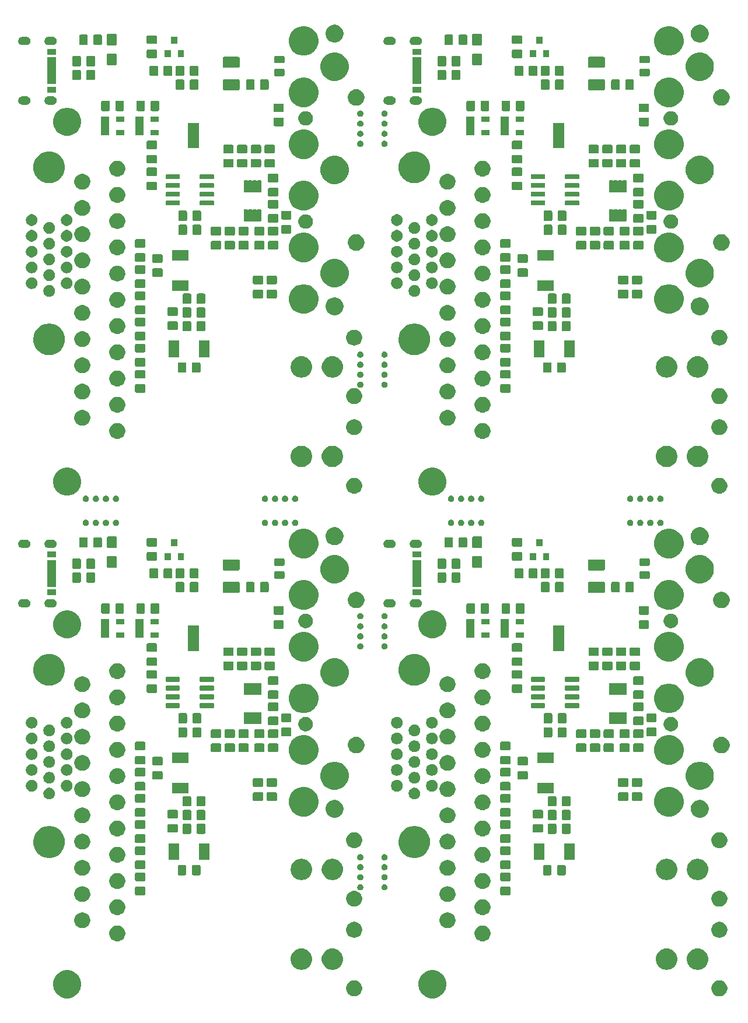
<source format=gbr>
%TF.GenerationSoftware,KiCad,Pcbnew,(5.1.5)-2*%
%TF.CreationDate,2020-06-17T11:39:24+12:00*%
%TF.ProjectId,output.RGB-to-component-panel,6f757470-7574-42e5-9247-422d746f2d63,rev?*%
%TF.SameCoordinates,Original*%
%TF.FileFunction,Soldermask,Top*%
%TF.FilePolarity,Negative*%
%FSLAX46Y46*%
G04 Gerber Fmt 4.6, Leading zero omitted, Abs format (unit mm)*
G04 Created by KiCad (PCBNEW (5.1.5)-2) date 2020-06-17 11:39:24*
%MOMM*%
%LPD*%
G04 APERTURE LIST*
%ADD10C,0.100000*%
G04 APERTURE END LIST*
D10*
G36*
X80598254Y-178297818D02*
G01*
X80971511Y-178452426D01*
X80971513Y-178452427D01*
X81307436Y-178676884D01*
X81593116Y-178962564D01*
X81817574Y-179298489D01*
X81972182Y-179671746D01*
X82051000Y-180067993D01*
X82051000Y-180472007D01*
X81972182Y-180868254D01*
X81924501Y-180983365D01*
X81817573Y-181241513D01*
X81593116Y-181577436D01*
X81307436Y-181863116D01*
X80971513Y-182087573D01*
X80971512Y-182087574D01*
X80971511Y-182087574D01*
X80598254Y-182242182D01*
X80202007Y-182321000D01*
X79797993Y-182321000D01*
X79401746Y-182242182D01*
X79028489Y-182087574D01*
X79028488Y-182087574D01*
X79028487Y-182087573D01*
X78692564Y-181863116D01*
X78406884Y-181577436D01*
X78182427Y-181241513D01*
X78075499Y-180983365D01*
X78027818Y-180868254D01*
X77949000Y-180472007D01*
X77949000Y-180067993D01*
X78027818Y-179671746D01*
X78182426Y-179298489D01*
X78406884Y-178962564D01*
X78692564Y-178676884D01*
X79028487Y-178452427D01*
X79028489Y-178452426D01*
X79401746Y-178297818D01*
X79797993Y-178219000D01*
X80202007Y-178219000D01*
X80598254Y-178297818D01*
G37*
G36*
X27598254Y-178297818D02*
G01*
X27971511Y-178452426D01*
X27971513Y-178452427D01*
X28307436Y-178676884D01*
X28593116Y-178962564D01*
X28817574Y-179298489D01*
X28972182Y-179671746D01*
X29051000Y-180067993D01*
X29051000Y-180472007D01*
X28972182Y-180868254D01*
X28924501Y-180983365D01*
X28817573Y-181241513D01*
X28593116Y-181577436D01*
X28307436Y-181863116D01*
X27971513Y-182087573D01*
X27971512Y-182087574D01*
X27971511Y-182087574D01*
X27598254Y-182242182D01*
X27202007Y-182321000D01*
X26797993Y-182321000D01*
X26401746Y-182242182D01*
X26028489Y-182087574D01*
X26028488Y-182087574D01*
X26028487Y-182087573D01*
X25692564Y-181863116D01*
X25406884Y-181577436D01*
X25182427Y-181241513D01*
X25075499Y-180983365D01*
X25027818Y-180868254D01*
X24949000Y-180472007D01*
X24949000Y-180067993D01*
X25027818Y-179671746D01*
X25182426Y-179298489D01*
X25406884Y-178962564D01*
X25692564Y-178676884D01*
X26028487Y-178452427D01*
X26028489Y-178452426D01*
X26401746Y-178297818D01*
X26797993Y-178219000D01*
X27202007Y-178219000D01*
X27598254Y-178297818D01*
G37*
G36*
X68874549Y-179741116D02*
G01*
X68985734Y-179763232D01*
X69195203Y-179849997D01*
X69383720Y-179975960D01*
X69544040Y-180136280D01*
X69670003Y-180324797D01*
X69756768Y-180534266D01*
X69801000Y-180756636D01*
X69801000Y-180983364D01*
X69756768Y-181205734D01*
X69670003Y-181415203D01*
X69544040Y-181603720D01*
X69383720Y-181764040D01*
X69195203Y-181890003D01*
X68985734Y-181976768D01*
X68874549Y-181998884D01*
X68763365Y-182021000D01*
X68536635Y-182021000D01*
X68425451Y-181998884D01*
X68314266Y-181976768D01*
X68104797Y-181890003D01*
X67916280Y-181764040D01*
X67755960Y-181603720D01*
X67629997Y-181415203D01*
X67543232Y-181205734D01*
X67499000Y-180983364D01*
X67499000Y-180756636D01*
X67543232Y-180534266D01*
X67629997Y-180324797D01*
X67755960Y-180136280D01*
X67916280Y-179975960D01*
X68104797Y-179849997D01*
X68314266Y-179763232D01*
X68425451Y-179741116D01*
X68536635Y-179719000D01*
X68763365Y-179719000D01*
X68874549Y-179741116D01*
G37*
G36*
X121874549Y-179741116D02*
G01*
X121985734Y-179763232D01*
X122195203Y-179849997D01*
X122383720Y-179975960D01*
X122544040Y-180136280D01*
X122670003Y-180324797D01*
X122756768Y-180534266D01*
X122801000Y-180756636D01*
X122801000Y-180983364D01*
X122756768Y-181205734D01*
X122670003Y-181415203D01*
X122544040Y-181603720D01*
X122383720Y-181764040D01*
X122195203Y-181890003D01*
X121985734Y-181976768D01*
X121874549Y-181998884D01*
X121763365Y-182021000D01*
X121536635Y-182021000D01*
X121425451Y-181998884D01*
X121314266Y-181976768D01*
X121104797Y-181890003D01*
X120916280Y-181764040D01*
X120755960Y-181603720D01*
X120629997Y-181415203D01*
X120543232Y-181205734D01*
X120499000Y-180983364D01*
X120499000Y-180756636D01*
X120543232Y-180534266D01*
X120629997Y-180324797D01*
X120755960Y-180136280D01*
X120916280Y-179975960D01*
X121104797Y-179849997D01*
X121314266Y-179763232D01*
X121425451Y-179741116D01*
X121536635Y-179719000D01*
X121763365Y-179719000D01*
X121874549Y-179741116D01*
G37*
G36*
X118802585Y-175098802D02*
G01*
X118952410Y-175128604D01*
X119234674Y-175245521D01*
X119488705Y-175415259D01*
X119704741Y-175631295D01*
X119874479Y-175885326D01*
X119991396Y-176167590D01*
X120051000Y-176467240D01*
X120051000Y-176772760D01*
X119991396Y-177072410D01*
X119874479Y-177354674D01*
X119704741Y-177608705D01*
X119488705Y-177824741D01*
X119234674Y-177994479D01*
X118952410Y-178111396D01*
X118802585Y-178141198D01*
X118652761Y-178171000D01*
X118347239Y-178171000D01*
X118197415Y-178141198D01*
X118047590Y-178111396D01*
X117765326Y-177994479D01*
X117511295Y-177824741D01*
X117295259Y-177608705D01*
X117125521Y-177354674D01*
X117008604Y-177072410D01*
X116949000Y-176772760D01*
X116949000Y-176467240D01*
X117008604Y-176167590D01*
X117125521Y-175885326D01*
X117295259Y-175631295D01*
X117511295Y-175415259D01*
X117765326Y-175245521D01*
X118047590Y-175128604D01*
X118197415Y-175098802D01*
X118347239Y-175069000D01*
X118652761Y-175069000D01*
X118802585Y-175098802D01*
G37*
G36*
X65802585Y-175098802D02*
G01*
X65952410Y-175128604D01*
X66234674Y-175245521D01*
X66488705Y-175415259D01*
X66704741Y-175631295D01*
X66874479Y-175885326D01*
X66991396Y-176167590D01*
X67051000Y-176467240D01*
X67051000Y-176772760D01*
X66991396Y-177072410D01*
X66874479Y-177354674D01*
X66704741Y-177608705D01*
X66488705Y-177824741D01*
X66234674Y-177994479D01*
X65952410Y-178111396D01*
X65802585Y-178141198D01*
X65652761Y-178171000D01*
X65347239Y-178171000D01*
X65197415Y-178141198D01*
X65047590Y-178111396D01*
X64765326Y-177994479D01*
X64511295Y-177824741D01*
X64295259Y-177608705D01*
X64125521Y-177354674D01*
X64008604Y-177072410D01*
X63949000Y-176772760D01*
X63949000Y-176467240D01*
X64008604Y-176167590D01*
X64125521Y-175885326D01*
X64295259Y-175631295D01*
X64511295Y-175415259D01*
X64765326Y-175245521D01*
X65047590Y-175128604D01*
X65197415Y-175098802D01*
X65347239Y-175069000D01*
X65652761Y-175069000D01*
X65802585Y-175098802D01*
G37*
G36*
X61302585Y-175098802D02*
G01*
X61452410Y-175128604D01*
X61734674Y-175245521D01*
X61988705Y-175415259D01*
X62204741Y-175631295D01*
X62374479Y-175885326D01*
X62491396Y-176167590D01*
X62551000Y-176467240D01*
X62551000Y-176772760D01*
X62491396Y-177072410D01*
X62374479Y-177354674D01*
X62204741Y-177608705D01*
X61988705Y-177824741D01*
X61734674Y-177994479D01*
X61452410Y-178111396D01*
X61302585Y-178141198D01*
X61152761Y-178171000D01*
X60847239Y-178171000D01*
X60697415Y-178141198D01*
X60547590Y-178111396D01*
X60265326Y-177994479D01*
X60011295Y-177824741D01*
X59795259Y-177608705D01*
X59625521Y-177354674D01*
X59508604Y-177072410D01*
X59449000Y-176772760D01*
X59449000Y-176467240D01*
X59508604Y-176167590D01*
X59625521Y-175885326D01*
X59795259Y-175631295D01*
X60011295Y-175415259D01*
X60265326Y-175245521D01*
X60547590Y-175128604D01*
X60697415Y-175098802D01*
X60847239Y-175069000D01*
X61152761Y-175069000D01*
X61302585Y-175098802D01*
G37*
G36*
X114302585Y-175098802D02*
G01*
X114452410Y-175128604D01*
X114734674Y-175245521D01*
X114988705Y-175415259D01*
X115204741Y-175631295D01*
X115374479Y-175885326D01*
X115491396Y-176167590D01*
X115551000Y-176467240D01*
X115551000Y-176772760D01*
X115491396Y-177072410D01*
X115374479Y-177354674D01*
X115204741Y-177608705D01*
X114988705Y-177824741D01*
X114734674Y-177994479D01*
X114452410Y-178111396D01*
X114302585Y-178141198D01*
X114152761Y-178171000D01*
X113847239Y-178171000D01*
X113697415Y-178141198D01*
X113547590Y-178111396D01*
X113265326Y-177994479D01*
X113011295Y-177824741D01*
X112795259Y-177608705D01*
X112625521Y-177354674D01*
X112508604Y-177072410D01*
X112449000Y-176772760D01*
X112449000Y-176467240D01*
X112508604Y-176167590D01*
X112625521Y-175885326D01*
X112795259Y-175631295D01*
X113011295Y-175415259D01*
X113265326Y-175245521D01*
X113547590Y-175128604D01*
X113697415Y-175098802D01*
X113847239Y-175069000D01*
X114152761Y-175069000D01*
X114302585Y-175098802D01*
G37*
G36*
X87504549Y-171776116D02*
G01*
X87615734Y-171798232D01*
X87825203Y-171884997D01*
X88013720Y-172010960D01*
X88174040Y-172171280D01*
X88300003Y-172359797D01*
X88386768Y-172569266D01*
X88431000Y-172791636D01*
X88431000Y-173018364D01*
X88386768Y-173240734D01*
X88300003Y-173450203D01*
X88174040Y-173638720D01*
X88013720Y-173799040D01*
X87825203Y-173925003D01*
X87615734Y-174011768D01*
X87504549Y-174033884D01*
X87393365Y-174056000D01*
X87166635Y-174056000D01*
X87055451Y-174033884D01*
X86944266Y-174011768D01*
X86734797Y-173925003D01*
X86546280Y-173799040D01*
X86385960Y-173638720D01*
X86259997Y-173450203D01*
X86173232Y-173240734D01*
X86129000Y-173018364D01*
X86129000Y-172791636D01*
X86173232Y-172569266D01*
X86259997Y-172359797D01*
X86385960Y-172171280D01*
X86546280Y-172010960D01*
X86734797Y-171884997D01*
X86944266Y-171798232D01*
X87055451Y-171776116D01*
X87166635Y-171754000D01*
X87393365Y-171754000D01*
X87504549Y-171776116D01*
G37*
G36*
X34504549Y-171776116D02*
G01*
X34615734Y-171798232D01*
X34825203Y-171884997D01*
X35013720Y-172010960D01*
X35174040Y-172171280D01*
X35300003Y-172359797D01*
X35386768Y-172569266D01*
X35431000Y-172791636D01*
X35431000Y-173018364D01*
X35386768Y-173240734D01*
X35300003Y-173450203D01*
X35174040Y-173638720D01*
X35013720Y-173799040D01*
X34825203Y-173925003D01*
X34615734Y-174011768D01*
X34504549Y-174033884D01*
X34393365Y-174056000D01*
X34166635Y-174056000D01*
X34055451Y-174033884D01*
X33944266Y-174011768D01*
X33734797Y-173925003D01*
X33546280Y-173799040D01*
X33385960Y-173638720D01*
X33259997Y-173450203D01*
X33173232Y-173240734D01*
X33129000Y-173018364D01*
X33129000Y-172791636D01*
X33173232Y-172569266D01*
X33259997Y-172359797D01*
X33385960Y-172171280D01*
X33546280Y-172010960D01*
X33734797Y-171884997D01*
X33944266Y-171798232D01*
X34055451Y-171776116D01*
X34166635Y-171754000D01*
X34393365Y-171754000D01*
X34504549Y-171776116D01*
G37*
G36*
X121874549Y-171241116D02*
G01*
X121985734Y-171263232D01*
X122195203Y-171349997D01*
X122383720Y-171475960D01*
X122544040Y-171636280D01*
X122670003Y-171824797D01*
X122756768Y-172034266D01*
X122801000Y-172256636D01*
X122801000Y-172483364D01*
X122756768Y-172705734D01*
X122670003Y-172915203D01*
X122544040Y-173103720D01*
X122383720Y-173264040D01*
X122195203Y-173390003D01*
X121985734Y-173476768D01*
X121874549Y-173498884D01*
X121763365Y-173521000D01*
X121536635Y-173521000D01*
X121425451Y-173498884D01*
X121314266Y-173476768D01*
X121104797Y-173390003D01*
X120916280Y-173264040D01*
X120755960Y-173103720D01*
X120629997Y-172915203D01*
X120543232Y-172705734D01*
X120499000Y-172483364D01*
X120499000Y-172256636D01*
X120543232Y-172034266D01*
X120629997Y-171824797D01*
X120755960Y-171636280D01*
X120916280Y-171475960D01*
X121104797Y-171349997D01*
X121314266Y-171263232D01*
X121425451Y-171241116D01*
X121536635Y-171219000D01*
X121763365Y-171219000D01*
X121874549Y-171241116D01*
G37*
G36*
X68874549Y-171241116D02*
G01*
X68985734Y-171263232D01*
X69195203Y-171349997D01*
X69383720Y-171475960D01*
X69544040Y-171636280D01*
X69670003Y-171824797D01*
X69756768Y-172034266D01*
X69801000Y-172256636D01*
X69801000Y-172483364D01*
X69756768Y-172705734D01*
X69670003Y-172915203D01*
X69544040Y-173103720D01*
X69383720Y-173264040D01*
X69195203Y-173390003D01*
X68985734Y-173476768D01*
X68874549Y-173498884D01*
X68763365Y-173521000D01*
X68536635Y-173521000D01*
X68425451Y-173498884D01*
X68314266Y-173476768D01*
X68104797Y-173390003D01*
X67916280Y-173264040D01*
X67755960Y-173103720D01*
X67629997Y-172915203D01*
X67543232Y-172705734D01*
X67499000Y-172483364D01*
X67499000Y-172256636D01*
X67543232Y-172034266D01*
X67629997Y-171824797D01*
X67755960Y-171636280D01*
X67916280Y-171475960D01*
X68104797Y-171349997D01*
X68314266Y-171263232D01*
X68425451Y-171241116D01*
X68536635Y-171219000D01*
X68763365Y-171219000D01*
X68874549Y-171241116D01*
G37*
G36*
X82424549Y-169871116D02*
G01*
X82535734Y-169893232D01*
X82745203Y-169979997D01*
X82933720Y-170105960D01*
X83094040Y-170266280D01*
X83220003Y-170454797D01*
X83306768Y-170664266D01*
X83351000Y-170886636D01*
X83351000Y-171113364D01*
X83306768Y-171335734D01*
X83220003Y-171545203D01*
X83094040Y-171733720D01*
X82933720Y-171894040D01*
X82745203Y-172020003D01*
X82535734Y-172106768D01*
X82424549Y-172128884D01*
X82313365Y-172151000D01*
X82086635Y-172151000D01*
X81975451Y-172128884D01*
X81864266Y-172106768D01*
X81654797Y-172020003D01*
X81466280Y-171894040D01*
X81305960Y-171733720D01*
X81179997Y-171545203D01*
X81093232Y-171335734D01*
X81049000Y-171113364D01*
X81049000Y-170886636D01*
X81093232Y-170664266D01*
X81179997Y-170454797D01*
X81305960Y-170266280D01*
X81466280Y-170105960D01*
X81654797Y-169979997D01*
X81864266Y-169893232D01*
X81975451Y-169871116D01*
X82086635Y-169849000D01*
X82313365Y-169849000D01*
X82424549Y-169871116D01*
G37*
G36*
X29424549Y-169871116D02*
G01*
X29535734Y-169893232D01*
X29745203Y-169979997D01*
X29933720Y-170105960D01*
X30094040Y-170266280D01*
X30220003Y-170454797D01*
X30306768Y-170664266D01*
X30351000Y-170886636D01*
X30351000Y-171113364D01*
X30306768Y-171335734D01*
X30220003Y-171545203D01*
X30094040Y-171733720D01*
X29933720Y-171894040D01*
X29745203Y-172020003D01*
X29535734Y-172106768D01*
X29424549Y-172128884D01*
X29313365Y-172151000D01*
X29086635Y-172151000D01*
X28975451Y-172128884D01*
X28864266Y-172106768D01*
X28654797Y-172020003D01*
X28466280Y-171894040D01*
X28305960Y-171733720D01*
X28179997Y-171545203D01*
X28093232Y-171335734D01*
X28049000Y-171113364D01*
X28049000Y-170886636D01*
X28093232Y-170664266D01*
X28179997Y-170454797D01*
X28305960Y-170266280D01*
X28466280Y-170105960D01*
X28654797Y-169979997D01*
X28864266Y-169893232D01*
X28975451Y-169871116D01*
X29086635Y-169849000D01*
X29313365Y-169849000D01*
X29424549Y-169871116D01*
G37*
G36*
X87490714Y-167963364D02*
G01*
X87615734Y-167988232D01*
X87825203Y-168074997D01*
X88013720Y-168200960D01*
X88174040Y-168361280D01*
X88300003Y-168549797D01*
X88300004Y-168549799D01*
X88386768Y-168759267D01*
X88426054Y-168956768D01*
X88431000Y-168981636D01*
X88431000Y-169208364D01*
X88386768Y-169430734D01*
X88300003Y-169640203D01*
X88174040Y-169828720D01*
X88013720Y-169989040D01*
X87825203Y-170115003D01*
X87615734Y-170201768D01*
X87504549Y-170223884D01*
X87393365Y-170246000D01*
X87166635Y-170246000D01*
X87055451Y-170223884D01*
X86944266Y-170201768D01*
X86734797Y-170115003D01*
X86546280Y-169989040D01*
X86385960Y-169828720D01*
X86259997Y-169640203D01*
X86173232Y-169430734D01*
X86129000Y-169208364D01*
X86129000Y-168981636D01*
X86133947Y-168956768D01*
X86173232Y-168759267D01*
X86259996Y-168549799D01*
X86259997Y-168549797D01*
X86385960Y-168361280D01*
X86546280Y-168200960D01*
X86734797Y-168074997D01*
X86944266Y-167988232D01*
X87069286Y-167963364D01*
X87166635Y-167944000D01*
X87393365Y-167944000D01*
X87490714Y-167963364D01*
G37*
G36*
X34490714Y-167963364D02*
G01*
X34615734Y-167988232D01*
X34825203Y-168074997D01*
X35013720Y-168200960D01*
X35174040Y-168361280D01*
X35300003Y-168549797D01*
X35300004Y-168549799D01*
X35386768Y-168759267D01*
X35426054Y-168956768D01*
X35431000Y-168981636D01*
X35431000Y-169208364D01*
X35386768Y-169430734D01*
X35300003Y-169640203D01*
X35174040Y-169828720D01*
X35013720Y-169989040D01*
X34825203Y-170115003D01*
X34615734Y-170201768D01*
X34504549Y-170223884D01*
X34393365Y-170246000D01*
X34166635Y-170246000D01*
X34055451Y-170223884D01*
X33944266Y-170201768D01*
X33734797Y-170115003D01*
X33546280Y-169989040D01*
X33385960Y-169828720D01*
X33259997Y-169640203D01*
X33173232Y-169430734D01*
X33129000Y-169208364D01*
X33129000Y-168981636D01*
X33133947Y-168956768D01*
X33173232Y-168759267D01*
X33259996Y-168549799D01*
X33259997Y-168549797D01*
X33385960Y-168361280D01*
X33546280Y-168200960D01*
X33734797Y-168074997D01*
X33944266Y-167988232D01*
X34069286Y-167963364D01*
X34166635Y-167944000D01*
X34393365Y-167944000D01*
X34490714Y-167963364D01*
G37*
G36*
X121874549Y-166721116D02*
G01*
X121985734Y-166743232D01*
X122195203Y-166829997D01*
X122383720Y-166955960D01*
X122544040Y-167116280D01*
X122669046Y-167303365D01*
X122670004Y-167304799D01*
X122756768Y-167514267D01*
X122801000Y-167736635D01*
X122801000Y-167963365D01*
X122778884Y-168074549D01*
X122756768Y-168185734D01*
X122670003Y-168395203D01*
X122544040Y-168583720D01*
X122383720Y-168744040D01*
X122195203Y-168870003D01*
X121985734Y-168956768D01*
X121874549Y-168978884D01*
X121763365Y-169001000D01*
X121536635Y-169001000D01*
X121425451Y-168978884D01*
X121314266Y-168956768D01*
X121104797Y-168870003D01*
X120916280Y-168744040D01*
X120755960Y-168583720D01*
X120629997Y-168395203D01*
X120543232Y-168185734D01*
X120521116Y-168074549D01*
X120499000Y-167963365D01*
X120499000Y-167736635D01*
X120543232Y-167514267D01*
X120629996Y-167304799D01*
X120630954Y-167303365D01*
X120755960Y-167116280D01*
X120916280Y-166955960D01*
X121104797Y-166829997D01*
X121314266Y-166743232D01*
X121425451Y-166721116D01*
X121536635Y-166699000D01*
X121763365Y-166699000D01*
X121874549Y-166721116D01*
G37*
G36*
X68874549Y-166721116D02*
G01*
X68985734Y-166743232D01*
X69195203Y-166829997D01*
X69383720Y-166955960D01*
X69544040Y-167116280D01*
X69669046Y-167303365D01*
X69670004Y-167304799D01*
X69756768Y-167514267D01*
X69801000Y-167736635D01*
X69801000Y-167963365D01*
X69778884Y-168074549D01*
X69756768Y-168185734D01*
X69670003Y-168395203D01*
X69544040Y-168583720D01*
X69383720Y-168744040D01*
X69195203Y-168870003D01*
X68985734Y-168956768D01*
X68874549Y-168978884D01*
X68763365Y-169001000D01*
X68536635Y-169001000D01*
X68425451Y-168978884D01*
X68314266Y-168956768D01*
X68104797Y-168870003D01*
X67916280Y-168744040D01*
X67755960Y-168583720D01*
X67629997Y-168395203D01*
X67543232Y-168185734D01*
X67521116Y-168074549D01*
X67499000Y-167963365D01*
X67499000Y-167736635D01*
X67543232Y-167514267D01*
X67629996Y-167304799D01*
X67630954Y-167303365D01*
X67755960Y-167116280D01*
X67916280Y-166955960D01*
X68104797Y-166829997D01*
X68314266Y-166743232D01*
X68425451Y-166721116D01*
X68536635Y-166699000D01*
X68763365Y-166699000D01*
X68874549Y-166721116D01*
G37*
G36*
X29399915Y-166056216D02*
G01*
X29535734Y-166083232D01*
X29745203Y-166169997D01*
X29933720Y-166295960D01*
X30094040Y-166456280D01*
X30220003Y-166644797D01*
X30220004Y-166644799D01*
X30306768Y-166854267D01*
X30351000Y-167076635D01*
X30351000Y-167303365D01*
X30345646Y-167330282D01*
X30306768Y-167525734D01*
X30220003Y-167735203D01*
X30094040Y-167923720D01*
X29933720Y-168084040D01*
X29745203Y-168210003D01*
X29535734Y-168296768D01*
X29424549Y-168318884D01*
X29313365Y-168341000D01*
X29086635Y-168341000D01*
X28975451Y-168318884D01*
X28864266Y-168296768D01*
X28654797Y-168210003D01*
X28466280Y-168084040D01*
X28305960Y-167923720D01*
X28179997Y-167735203D01*
X28093232Y-167525734D01*
X28054354Y-167330282D01*
X28049000Y-167303365D01*
X28049000Y-167076635D01*
X28093232Y-166854267D01*
X28179996Y-166644799D01*
X28179997Y-166644797D01*
X28305960Y-166456280D01*
X28466280Y-166295960D01*
X28654797Y-166169997D01*
X28864266Y-166083232D01*
X29000085Y-166056216D01*
X29086635Y-166039000D01*
X29313365Y-166039000D01*
X29399915Y-166056216D01*
G37*
G36*
X82399915Y-166056216D02*
G01*
X82535734Y-166083232D01*
X82745203Y-166169997D01*
X82933720Y-166295960D01*
X83094040Y-166456280D01*
X83220003Y-166644797D01*
X83220004Y-166644799D01*
X83306768Y-166854267D01*
X83351000Y-167076635D01*
X83351000Y-167303365D01*
X83345646Y-167330282D01*
X83306768Y-167525734D01*
X83220003Y-167735203D01*
X83094040Y-167923720D01*
X82933720Y-168084040D01*
X82745203Y-168210003D01*
X82535734Y-168296768D01*
X82424549Y-168318884D01*
X82313365Y-168341000D01*
X82086635Y-168341000D01*
X81975451Y-168318884D01*
X81864266Y-168296768D01*
X81654797Y-168210003D01*
X81466280Y-168084040D01*
X81305960Y-167923720D01*
X81179997Y-167735203D01*
X81093232Y-167525734D01*
X81054354Y-167330282D01*
X81049000Y-167303365D01*
X81049000Y-167076635D01*
X81093232Y-166854267D01*
X81179996Y-166644799D01*
X81179997Y-166644797D01*
X81305960Y-166456280D01*
X81466280Y-166295960D01*
X81654797Y-166169997D01*
X81864266Y-166083232D01*
X82000085Y-166056216D01*
X82086635Y-166039000D01*
X82313365Y-166039000D01*
X82399915Y-166056216D01*
G37*
G36*
X38188674Y-166103465D02*
G01*
X38226367Y-166114899D01*
X38261103Y-166133466D01*
X38291548Y-166158452D01*
X38316534Y-166188897D01*
X38335101Y-166223633D01*
X38346535Y-166261326D01*
X38351000Y-166306661D01*
X38351000Y-167143339D01*
X38346535Y-167188674D01*
X38335101Y-167226367D01*
X38316534Y-167261103D01*
X38291548Y-167291548D01*
X38261103Y-167316534D01*
X38226367Y-167335101D01*
X38188674Y-167346535D01*
X38143339Y-167351000D01*
X37056661Y-167351000D01*
X37011326Y-167346535D01*
X36973633Y-167335101D01*
X36938897Y-167316534D01*
X36908452Y-167291548D01*
X36883466Y-167261103D01*
X36864899Y-167226367D01*
X36853465Y-167188674D01*
X36849000Y-167143339D01*
X36849000Y-166306661D01*
X36853465Y-166261326D01*
X36864899Y-166223633D01*
X36883466Y-166188897D01*
X36908452Y-166158452D01*
X36938897Y-166133466D01*
X36973633Y-166114899D01*
X37011326Y-166103465D01*
X37056661Y-166099000D01*
X38143339Y-166099000D01*
X38188674Y-166103465D01*
G37*
G36*
X91188674Y-166103465D02*
G01*
X91226367Y-166114899D01*
X91261103Y-166133466D01*
X91291548Y-166158452D01*
X91316534Y-166188897D01*
X91335101Y-166223633D01*
X91346535Y-166261326D01*
X91351000Y-166306661D01*
X91351000Y-167143339D01*
X91346535Y-167188674D01*
X91335101Y-167226367D01*
X91316534Y-167261103D01*
X91291548Y-167291548D01*
X91261103Y-167316534D01*
X91226367Y-167335101D01*
X91188674Y-167346535D01*
X91143339Y-167351000D01*
X90056661Y-167351000D01*
X90011326Y-167346535D01*
X89973633Y-167335101D01*
X89938897Y-167316534D01*
X89908452Y-167291548D01*
X89883466Y-167261103D01*
X89864899Y-167226367D01*
X89853465Y-167188674D01*
X89849000Y-167143339D01*
X89849000Y-166306661D01*
X89853465Y-166261326D01*
X89864899Y-166223633D01*
X89883466Y-166188897D01*
X89908452Y-166158452D01*
X89938897Y-166133466D01*
X89973633Y-166114899D01*
X90011326Y-166103465D01*
X90056661Y-166099000D01*
X91143339Y-166099000D01*
X91188674Y-166103465D01*
G37*
G36*
X69681552Y-165754102D02*
G01*
X69763622Y-165788097D01*
X69763629Y-165788100D01*
X69800813Y-165812946D01*
X69837495Y-165837456D01*
X69900315Y-165900276D01*
X69949672Y-165974144D01*
X69983669Y-166056219D01*
X70001000Y-166143350D01*
X70001000Y-166232192D01*
X69983669Y-166319323D01*
X69953661Y-166391768D01*
X69949671Y-166401400D01*
X69900314Y-166475267D01*
X69837496Y-166538085D01*
X69763629Y-166587442D01*
X69763628Y-166587443D01*
X69763627Y-166587443D01*
X69681552Y-166621440D01*
X69594421Y-166638771D01*
X69505579Y-166638771D01*
X69418448Y-166621440D01*
X69336373Y-166587443D01*
X69336372Y-166587443D01*
X69336371Y-166587442D01*
X69262504Y-166538085D01*
X69199686Y-166475267D01*
X69150329Y-166401400D01*
X69146339Y-166391768D01*
X69116331Y-166319323D01*
X69099000Y-166232192D01*
X69099000Y-166143350D01*
X69116331Y-166056219D01*
X69150328Y-165974144D01*
X69199685Y-165900276D01*
X69262505Y-165837456D01*
X69299187Y-165812946D01*
X69336371Y-165788100D01*
X69336378Y-165788097D01*
X69418448Y-165754102D01*
X69505579Y-165736771D01*
X69594421Y-165736771D01*
X69681552Y-165754102D01*
G37*
G36*
X73181552Y-165754099D02*
G01*
X73263627Y-165788096D01*
X73263629Y-165788097D01*
X73263633Y-165788100D01*
X73337495Y-165837453D01*
X73400315Y-165900273D01*
X73449672Y-165974141D01*
X73483669Y-166056216D01*
X73501000Y-166143347D01*
X73501000Y-166232189D01*
X73483669Y-166319320D01*
X73449672Y-166401395D01*
X73400315Y-166475263D01*
X73337495Y-166538083D01*
X73300813Y-166562593D01*
X73263629Y-166587439D01*
X73263628Y-166587440D01*
X73263627Y-166587440D01*
X73181552Y-166621437D01*
X73094421Y-166638768D01*
X73005579Y-166638768D01*
X72918448Y-166621437D01*
X72836373Y-166587440D01*
X72836372Y-166587440D01*
X72836371Y-166587439D01*
X72799187Y-166562593D01*
X72762505Y-166538083D01*
X72699685Y-166475263D01*
X72650328Y-166401395D01*
X72616331Y-166319320D01*
X72599000Y-166232189D01*
X72599000Y-166143347D01*
X72616331Y-166056216D01*
X72650328Y-165974141D01*
X72699685Y-165900273D01*
X72762505Y-165837453D01*
X72836367Y-165788100D01*
X72836371Y-165788097D01*
X72836373Y-165788096D01*
X72918448Y-165754099D01*
X73005579Y-165736768D01*
X73094421Y-165736768D01*
X73181552Y-165754099D01*
G37*
G36*
X34504549Y-164156116D02*
G01*
X34615734Y-164178232D01*
X34825203Y-164264997D01*
X35013720Y-164390960D01*
X35174040Y-164551280D01*
X35300003Y-164739797D01*
X35386768Y-164949266D01*
X35400192Y-165016753D01*
X35429268Y-165162926D01*
X35431000Y-165171636D01*
X35431000Y-165398364D01*
X35386768Y-165620734D01*
X35300003Y-165830203D01*
X35174040Y-166018720D01*
X35013720Y-166179040D01*
X34825203Y-166305003D01*
X34825202Y-166305004D01*
X34825201Y-166305004D01*
X34790639Y-166319320D01*
X34615734Y-166391768D01*
X34504549Y-166413884D01*
X34393365Y-166436000D01*
X34166635Y-166436000D01*
X34055451Y-166413884D01*
X33944266Y-166391768D01*
X33769361Y-166319320D01*
X33734799Y-166305004D01*
X33734798Y-166305004D01*
X33734797Y-166305003D01*
X33546280Y-166179040D01*
X33385960Y-166018720D01*
X33259997Y-165830203D01*
X33173232Y-165620734D01*
X33129000Y-165398364D01*
X33129000Y-165171636D01*
X33130733Y-165162926D01*
X33159808Y-165016753D01*
X33173232Y-164949266D01*
X33259997Y-164739797D01*
X33385960Y-164551280D01*
X33546280Y-164390960D01*
X33734797Y-164264997D01*
X33944266Y-164178232D01*
X34055451Y-164156116D01*
X34166635Y-164134000D01*
X34393365Y-164134000D01*
X34504549Y-164156116D01*
G37*
G36*
X87504549Y-164156116D02*
G01*
X87615734Y-164178232D01*
X87825203Y-164264997D01*
X88013720Y-164390960D01*
X88174040Y-164551280D01*
X88300003Y-164739797D01*
X88386768Y-164949266D01*
X88400192Y-165016753D01*
X88429268Y-165162926D01*
X88431000Y-165171636D01*
X88431000Y-165398364D01*
X88386768Y-165620734D01*
X88300003Y-165830203D01*
X88174040Y-166018720D01*
X88013720Y-166179040D01*
X87825203Y-166305003D01*
X87825202Y-166305004D01*
X87825201Y-166305004D01*
X87790639Y-166319320D01*
X87615734Y-166391768D01*
X87504549Y-166413884D01*
X87393365Y-166436000D01*
X87166635Y-166436000D01*
X87055451Y-166413884D01*
X86944266Y-166391768D01*
X86769361Y-166319320D01*
X86734799Y-166305004D01*
X86734798Y-166305004D01*
X86734797Y-166305003D01*
X86546280Y-166179040D01*
X86385960Y-166018720D01*
X86259997Y-165830203D01*
X86173232Y-165620734D01*
X86129000Y-165398364D01*
X86129000Y-165171636D01*
X86130733Y-165162926D01*
X86159808Y-165016753D01*
X86173232Y-164949266D01*
X86259997Y-164739797D01*
X86385960Y-164551280D01*
X86546280Y-164390960D01*
X86734797Y-164264997D01*
X86944266Y-164178232D01*
X87055451Y-164156116D01*
X87166635Y-164134000D01*
X87393365Y-164134000D01*
X87504549Y-164156116D01*
G37*
G36*
X38188674Y-164053465D02*
G01*
X38226367Y-164064899D01*
X38261103Y-164083466D01*
X38291548Y-164108452D01*
X38316534Y-164138897D01*
X38335101Y-164173633D01*
X38346535Y-164211326D01*
X38351000Y-164256661D01*
X38351000Y-165093339D01*
X38346535Y-165138674D01*
X38335101Y-165176367D01*
X38316534Y-165211103D01*
X38291548Y-165241548D01*
X38261103Y-165266534D01*
X38226367Y-165285101D01*
X38188674Y-165296535D01*
X38143339Y-165301000D01*
X37056661Y-165301000D01*
X37011326Y-165296535D01*
X36973633Y-165285101D01*
X36938897Y-165266534D01*
X36908452Y-165241548D01*
X36883466Y-165211103D01*
X36864899Y-165176367D01*
X36853465Y-165138674D01*
X36849000Y-165093339D01*
X36849000Y-164256661D01*
X36853465Y-164211326D01*
X36864899Y-164173633D01*
X36883466Y-164138897D01*
X36908452Y-164108452D01*
X36938897Y-164083466D01*
X36973633Y-164064899D01*
X37011326Y-164053465D01*
X37056661Y-164049000D01*
X38143339Y-164049000D01*
X38188674Y-164053465D01*
G37*
G36*
X91188674Y-164053465D02*
G01*
X91226367Y-164064899D01*
X91261103Y-164083466D01*
X91291548Y-164108452D01*
X91316534Y-164138897D01*
X91335101Y-164173633D01*
X91346535Y-164211326D01*
X91351000Y-164256661D01*
X91351000Y-165093339D01*
X91346535Y-165138674D01*
X91335101Y-165176367D01*
X91316534Y-165211103D01*
X91291548Y-165241548D01*
X91261103Y-165266534D01*
X91226367Y-165285101D01*
X91188674Y-165296535D01*
X91143339Y-165301000D01*
X90056661Y-165301000D01*
X90011326Y-165296535D01*
X89973633Y-165285101D01*
X89938897Y-165266534D01*
X89908452Y-165241548D01*
X89883466Y-165211103D01*
X89864899Y-165176367D01*
X89853465Y-165138674D01*
X89849000Y-165093339D01*
X89849000Y-164256661D01*
X89853465Y-164211326D01*
X89864899Y-164173633D01*
X89883466Y-164138897D01*
X89908452Y-164108452D01*
X89938897Y-164083466D01*
X89973633Y-164064899D01*
X90011326Y-164053465D01*
X90056661Y-164049000D01*
X91143339Y-164049000D01*
X91188674Y-164053465D01*
G37*
G36*
X69681552Y-164295589D02*
G01*
X69763622Y-164329584D01*
X69763629Y-164329587D01*
X69771239Y-164334672D01*
X69837495Y-164378943D01*
X69900315Y-164441763D01*
X69949672Y-164515631D01*
X69983669Y-164597706D01*
X70001000Y-164684837D01*
X70001000Y-164773679D01*
X69983669Y-164860810D01*
X69949673Y-164942882D01*
X69949671Y-164942887D01*
X69945408Y-164949267D01*
X69900315Y-165016753D01*
X69837495Y-165079573D01*
X69800813Y-165104083D01*
X69763629Y-165128929D01*
X69763628Y-165128930D01*
X69763627Y-165128930D01*
X69681552Y-165162927D01*
X69594421Y-165180258D01*
X69505579Y-165180258D01*
X69418448Y-165162927D01*
X69336373Y-165128930D01*
X69336372Y-165128930D01*
X69336371Y-165128929D01*
X69299187Y-165104083D01*
X69262505Y-165079573D01*
X69199685Y-165016753D01*
X69154592Y-164949267D01*
X69150329Y-164942887D01*
X69150327Y-164942882D01*
X69116331Y-164860810D01*
X69099000Y-164773679D01*
X69099000Y-164684837D01*
X69116331Y-164597706D01*
X69150328Y-164515631D01*
X69199685Y-164441763D01*
X69262505Y-164378943D01*
X69328761Y-164334672D01*
X69336371Y-164329587D01*
X69336378Y-164329584D01*
X69418448Y-164295589D01*
X69505579Y-164278258D01*
X69594421Y-164278258D01*
X69681552Y-164295589D01*
G37*
G36*
X73181552Y-164295586D02*
G01*
X73263627Y-164329583D01*
X73263629Y-164329584D01*
X73300813Y-164354430D01*
X73337495Y-164378940D01*
X73400315Y-164441760D01*
X73449672Y-164515628D01*
X73483669Y-164597703D01*
X73501000Y-164684834D01*
X73501000Y-164773676D01*
X73483669Y-164860807D01*
X73449672Y-164942882D01*
X73449671Y-164942884D01*
X73445406Y-164949267D01*
X73400315Y-165016750D01*
X73337495Y-165079570D01*
X73333970Y-165081925D01*
X73263629Y-165128926D01*
X73263628Y-165128927D01*
X73263627Y-165128927D01*
X73181552Y-165162924D01*
X73094421Y-165180255D01*
X73005579Y-165180255D01*
X72918448Y-165162924D01*
X72836373Y-165128927D01*
X72836372Y-165128927D01*
X72836371Y-165128926D01*
X72766030Y-165081925D01*
X72762505Y-165079570D01*
X72699685Y-165016750D01*
X72654594Y-164949267D01*
X72650329Y-164942884D01*
X72650328Y-164942882D01*
X72616331Y-164860807D01*
X72599000Y-164773676D01*
X72599000Y-164684834D01*
X72616331Y-164597703D01*
X72650328Y-164515628D01*
X72699685Y-164441760D01*
X72762505Y-164378940D01*
X72799187Y-164354430D01*
X72836371Y-164329584D01*
X72836373Y-164329583D01*
X72918448Y-164295586D01*
X73005579Y-164278255D01*
X73094421Y-164278255D01*
X73181552Y-164295586D01*
G37*
G36*
X61302585Y-162078802D02*
G01*
X61452410Y-162108604D01*
X61734674Y-162225521D01*
X61988705Y-162395259D01*
X62204741Y-162611295D01*
X62374479Y-162865326D01*
X62491396Y-163147590D01*
X62507057Y-163226322D01*
X62528063Y-163331925D01*
X62551000Y-163447240D01*
X62551000Y-163752760D01*
X62491396Y-164052410D01*
X62374479Y-164334674D01*
X62204741Y-164588705D01*
X61988705Y-164804741D01*
X61734674Y-164974479D01*
X61452410Y-165091396D01*
X61302585Y-165121198D01*
X61152761Y-165151000D01*
X60847239Y-165151000D01*
X60697415Y-165121198D01*
X60547590Y-165091396D01*
X60265326Y-164974479D01*
X60011295Y-164804741D01*
X59795259Y-164588705D01*
X59625521Y-164334674D01*
X59508604Y-164052410D01*
X59449000Y-163752760D01*
X59449000Y-163447240D01*
X59471938Y-163331925D01*
X59492943Y-163226322D01*
X59508604Y-163147590D01*
X59625521Y-162865326D01*
X59795259Y-162611295D01*
X60011295Y-162395259D01*
X60265326Y-162225521D01*
X60547590Y-162108604D01*
X60697415Y-162078802D01*
X60847239Y-162049000D01*
X61152761Y-162049000D01*
X61302585Y-162078802D01*
G37*
G36*
X118802585Y-162078802D02*
G01*
X118952410Y-162108604D01*
X119234674Y-162225521D01*
X119488705Y-162395259D01*
X119704741Y-162611295D01*
X119874479Y-162865326D01*
X119991396Y-163147590D01*
X120007057Y-163226322D01*
X120028063Y-163331925D01*
X120051000Y-163447240D01*
X120051000Y-163752760D01*
X119991396Y-164052410D01*
X119874479Y-164334674D01*
X119704741Y-164588705D01*
X119488705Y-164804741D01*
X119234674Y-164974479D01*
X118952410Y-165091396D01*
X118802585Y-165121198D01*
X118652761Y-165151000D01*
X118347239Y-165151000D01*
X118197415Y-165121198D01*
X118047590Y-165091396D01*
X117765326Y-164974479D01*
X117511295Y-164804741D01*
X117295259Y-164588705D01*
X117125521Y-164334674D01*
X117008604Y-164052410D01*
X116949000Y-163752760D01*
X116949000Y-163447240D01*
X116971938Y-163331925D01*
X116992943Y-163226322D01*
X117008604Y-163147590D01*
X117125521Y-162865326D01*
X117295259Y-162611295D01*
X117511295Y-162395259D01*
X117765326Y-162225521D01*
X118047590Y-162108604D01*
X118197415Y-162078802D01*
X118347239Y-162049000D01*
X118652761Y-162049000D01*
X118802585Y-162078802D01*
G37*
G36*
X114302585Y-162078802D02*
G01*
X114452410Y-162108604D01*
X114734674Y-162225521D01*
X114988705Y-162395259D01*
X115204741Y-162611295D01*
X115374479Y-162865326D01*
X115491396Y-163147590D01*
X115507057Y-163226322D01*
X115528063Y-163331925D01*
X115551000Y-163447240D01*
X115551000Y-163752760D01*
X115491396Y-164052410D01*
X115374479Y-164334674D01*
X115204741Y-164588705D01*
X114988705Y-164804741D01*
X114734674Y-164974479D01*
X114452410Y-165091396D01*
X114302585Y-165121198D01*
X114152761Y-165151000D01*
X113847239Y-165151000D01*
X113697415Y-165121198D01*
X113547590Y-165091396D01*
X113265326Y-164974479D01*
X113011295Y-164804741D01*
X112795259Y-164588705D01*
X112625521Y-164334674D01*
X112508604Y-164052410D01*
X112449000Y-163752760D01*
X112449000Y-163447240D01*
X112471938Y-163331925D01*
X112492943Y-163226322D01*
X112508604Y-163147590D01*
X112625521Y-162865326D01*
X112795259Y-162611295D01*
X113011295Y-162395259D01*
X113265326Y-162225521D01*
X113547590Y-162108604D01*
X113697415Y-162078802D01*
X113847239Y-162049000D01*
X114152761Y-162049000D01*
X114302585Y-162078802D01*
G37*
G36*
X65802585Y-162078802D02*
G01*
X65952410Y-162108604D01*
X66234674Y-162225521D01*
X66488705Y-162395259D01*
X66704741Y-162611295D01*
X66874479Y-162865326D01*
X66991396Y-163147590D01*
X67007057Y-163226322D01*
X67028063Y-163331925D01*
X67051000Y-163447240D01*
X67051000Y-163752760D01*
X66991396Y-164052410D01*
X66874479Y-164334674D01*
X66704741Y-164588705D01*
X66488705Y-164804741D01*
X66234674Y-164974479D01*
X65952410Y-165091396D01*
X65802585Y-165121198D01*
X65652761Y-165151000D01*
X65347239Y-165151000D01*
X65197415Y-165121198D01*
X65047590Y-165091396D01*
X64765326Y-164974479D01*
X64511295Y-164804741D01*
X64295259Y-164588705D01*
X64125521Y-164334674D01*
X64008604Y-164052410D01*
X63949000Y-163752760D01*
X63949000Y-163447240D01*
X63971938Y-163331925D01*
X63992943Y-163226322D01*
X64008604Y-163147590D01*
X64125521Y-162865326D01*
X64295259Y-162611295D01*
X64511295Y-162395259D01*
X64765326Y-162225521D01*
X65047590Y-162108604D01*
X65197415Y-162078802D01*
X65347239Y-162049000D01*
X65652761Y-162049000D01*
X65802585Y-162078802D01*
G37*
G36*
X29424549Y-162251116D02*
G01*
X29535734Y-162273232D01*
X29745203Y-162359997D01*
X29933720Y-162485960D01*
X30094040Y-162646280D01*
X30220003Y-162834797D01*
X30220004Y-162834799D01*
X30245416Y-162896150D01*
X30300328Y-163028718D01*
X30306768Y-163044267D01*
X30351000Y-163266635D01*
X30351000Y-163493365D01*
X30346391Y-163516534D01*
X30306768Y-163715734D01*
X30220003Y-163925203D01*
X30094040Y-164113720D01*
X29933720Y-164274040D01*
X29745203Y-164400003D01*
X29535734Y-164486768D01*
X29424549Y-164508884D01*
X29313365Y-164531000D01*
X29086635Y-164531000D01*
X28975451Y-164508884D01*
X28864266Y-164486768D01*
X28654797Y-164400003D01*
X28466280Y-164274040D01*
X28305960Y-164113720D01*
X28179997Y-163925203D01*
X28093232Y-163715734D01*
X28053609Y-163516534D01*
X28049000Y-163493365D01*
X28049000Y-163266635D01*
X28093232Y-163044267D01*
X28099673Y-163028718D01*
X28154584Y-162896150D01*
X28179996Y-162834799D01*
X28179997Y-162834797D01*
X28305960Y-162646280D01*
X28466280Y-162485960D01*
X28654797Y-162359997D01*
X28864266Y-162273232D01*
X28975451Y-162251116D01*
X29086635Y-162229000D01*
X29313365Y-162229000D01*
X29424549Y-162251116D01*
G37*
G36*
X82424549Y-162251116D02*
G01*
X82535734Y-162273232D01*
X82745203Y-162359997D01*
X82933720Y-162485960D01*
X83094040Y-162646280D01*
X83220003Y-162834797D01*
X83220004Y-162834799D01*
X83245416Y-162896150D01*
X83300328Y-163028718D01*
X83306768Y-163044267D01*
X83351000Y-163266635D01*
X83351000Y-163493365D01*
X83346391Y-163516534D01*
X83306768Y-163715734D01*
X83220003Y-163925203D01*
X83094040Y-164113720D01*
X82933720Y-164274040D01*
X82745203Y-164400003D01*
X82535734Y-164486768D01*
X82424549Y-164508884D01*
X82313365Y-164531000D01*
X82086635Y-164531000D01*
X81975451Y-164508884D01*
X81864266Y-164486768D01*
X81654797Y-164400003D01*
X81466280Y-164274040D01*
X81305960Y-164113720D01*
X81179997Y-163925203D01*
X81093232Y-163715734D01*
X81053609Y-163516534D01*
X81049000Y-163493365D01*
X81049000Y-163266635D01*
X81093232Y-163044267D01*
X81099673Y-163028718D01*
X81154584Y-162896150D01*
X81179996Y-162834799D01*
X81179997Y-162834797D01*
X81305960Y-162646280D01*
X81466280Y-162485960D01*
X81654797Y-162359997D01*
X81864266Y-162273232D01*
X81975451Y-162251116D01*
X82086635Y-162229000D01*
X82313365Y-162229000D01*
X82424549Y-162251116D01*
G37*
G36*
X44138674Y-162953465D02*
G01*
X44176367Y-162964899D01*
X44211103Y-162983466D01*
X44241548Y-163008452D01*
X44266534Y-163038897D01*
X44285101Y-163073633D01*
X44296535Y-163111326D01*
X44301000Y-163156661D01*
X44301000Y-164243339D01*
X44296535Y-164288674D01*
X44285101Y-164326367D01*
X44266534Y-164361103D01*
X44241548Y-164391548D01*
X44211103Y-164416534D01*
X44176367Y-164435101D01*
X44138674Y-164446535D01*
X44093339Y-164451000D01*
X43256661Y-164451000D01*
X43211326Y-164446535D01*
X43173633Y-164435101D01*
X43138897Y-164416534D01*
X43108452Y-164391548D01*
X43083466Y-164361103D01*
X43064899Y-164326367D01*
X43053465Y-164288674D01*
X43049000Y-164243339D01*
X43049000Y-163156661D01*
X43053465Y-163111326D01*
X43064899Y-163073633D01*
X43083466Y-163038897D01*
X43108452Y-163008452D01*
X43138897Y-162983466D01*
X43173633Y-162964899D01*
X43211326Y-162953465D01*
X43256661Y-162949000D01*
X44093339Y-162949000D01*
X44138674Y-162953465D01*
G37*
G36*
X46188674Y-162953465D02*
G01*
X46226367Y-162964899D01*
X46261103Y-162983466D01*
X46291548Y-163008452D01*
X46316534Y-163038897D01*
X46335101Y-163073633D01*
X46346535Y-163111326D01*
X46351000Y-163156661D01*
X46351000Y-164243339D01*
X46346535Y-164288674D01*
X46335101Y-164326367D01*
X46316534Y-164361103D01*
X46291548Y-164391548D01*
X46261103Y-164416534D01*
X46226367Y-164435101D01*
X46188674Y-164446535D01*
X46143339Y-164451000D01*
X45306661Y-164451000D01*
X45261326Y-164446535D01*
X45223633Y-164435101D01*
X45188897Y-164416534D01*
X45158452Y-164391548D01*
X45133466Y-164361103D01*
X45114899Y-164326367D01*
X45103465Y-164288674D01*
X45099000Y-164243339D01*
X45099000Y-163156661D01*
X45103465Y-163111326D01*
X45114899Y-163073633D01*
X45133466Y-163038897D01*
X45158452Y-163008452D01*
X45188897Y-162983466D01*
X45223633Y-162964899D01*
X45261326Y-162953465D01*
X45306661Y-162949000D01*
X46143339Y-162949000D01*
X46188674Y-162953465D01*
G37*
G36*
X99188674Y-162953465D02*
G01*
X99226367Y-162964899D01*
X99261103Y-162983466D01*
X99291548Y-163008452D01*
X99316534Y-163038897D01*
X99335101Y-163073633D01*
X99346535Y-163111326D01*
X99351000Y-163156661D01*
X99351000Y-164243339D01*
X99346535Y-164288674D01*
X99335101Y-164326367D01*
X99316534Y-164361103D01*
X99291548Y-164391548D01*
X99261103Y-164416534D01*
X99226367Y-164435101D01*
X99188674Y-164446535D01*
X99143339Y-164451000D01*
X98306661Y-164451000D01*
X98261326Y-164446535D01*
X98223633Y-164435101D01*
X98188897Y-164416534D01*
X98158452Y-164391548D01*
X98133466Y-164361103D01*
X98114899Y-164326367D01*
X98103465Y-164288674D01*
X98099000Y-164243339D01*
X98099000Y-163156661D01*
X98103465Y-163111326D01*
X98114899Y-163073633D01*
X98133466Y-163038897D01*
X98158452Y-163008452D01*
X98188897Y-162983466D01*
X98223633Y-162964899D01*
X98261326Y-162953465D01*
X98306661Y-162949000D01*
X99143339Y-162949000D01*
X99188674Y-162953465D01*
G37*
G36*
X97138674Y-162953465D02*
G01*
X97176367Y-162964899D01*
X97211103Y-162983466D01*
X97241548Y-163008452D01*
X97266534Y-163038897D01*
X97285101Y-163073633D01*
X97296535Y-163111326D01*
X97301000Y-163156661D01*
X97301000Y-164243339D01*
X97296535Y-164288674D01*
X97285101Y-164326367D01*
X97266534Y-164361103D01*
X97241548Y-164391548D01*
X97211103Y-164416534D01*
X97176367Y-164435101D01*
X97138674Y-164446535D01*
X97093339Y-164451000D01*
X96256661Y-164451000D01*
X96211326Y-164446535D01*
X96173633Y-164435101D01*
X96138897Y-164416534D01*
X96108452Y-164391548D01*
X96083466Y-164361103D01*
X96064899Y-164326367D01*
X96053465Y-164288674D01*
X96049000Y-164243339D01*
X96049000Y-163156661D01*
X96053465Y-163111326D01*
X96064899Y-163073633D01*
X96083466Y-163038897D01*
X96108452Y-163008452D01*
X96138897Y-162983466D01*
X96173633Y-162964899D01*
X96211326Y-162953465D01*
X96256661Y-162949000D01*
X97093339Y-162949000D01*
X97138674Y-162953465D01*
G37*
G36*
X69681552Y-162837076D02*
G01*
X69763622Y-162871071D01*
X69763629Y-162871074D01*
X69800813Y-162895920D01*
X69837495Y-162920430D01*
X69900315Y-162983250D01*
X69949672Y-163057118D01*
X69983669Y-163139193D01*
X70001000Y-163226324D01*
X70001000Y-163315166D01*
X69983669Y-163402297D01*
X69949672Y-163484372D01*
X69905153Y-163551000D01*
X69900314Y-163558241D01*
X69837496Y-163621059D01*
X69763629Y-163670416D01*
X69763628Y-163670417D01*
X69763627Y-163670417D01*
X69681552Y-163704414D01*
X69594421Y-163721745D01*
X69505579Y-163721745D01*
X69418448Y-163704414D01*
X69336373Y-163670417D01*
X69336372Y-163670417D01*
X69336371Y-163670416D01*
X69262504Y-163621059D01*
X69199686Y-163558241D01*
X69194848Y-163551000D01*
X69150328Y-163484372D01*
X69116331Y-163402297D01*
X69099000Y-163315166D01*
X69099000Y-163226324D01*
X69116331Y-163139193D01*
X69150328Y-163057118D01*
X69199685Y-162983250D01*
X69262505Y-162920430D01*
X69299187Y-162895920D01*
X69336371Y-162871074D01*
X69336378Y-162871071D01*
X69418448Y-162837076D01*
X69505579Y-162819745D01*
X69594421Y-162819745D01*
X69681552Y-162837076D01*
G37*
G36*
X73181552Y-162837073D02*
G01*
X73263627Y-162871070D01*
X73263629Y-162871071D01*
X73263633Y-162871074D01*
X73337495Y-162920427D01*
X73400315Y-162983247D01*
X73449672Y-163057115D01*
X73483669Y-163139190D01*
X73501000Y-163226321D01*
X73501000Y-163315163D01*
X73483669Y-163402294D01*
X73449672Y-163484369D01*
X73400315Y-163558237D01*
X73337495Y-163621057D01*
X73300813Y-163645567D01*
X73263629Y-163670413D01*
X73263628Y-163670414D01*
X73263627Y-163670414D01*
X73181552Y-163704411D01*
X73094421Y-163721742D01*
X73005579Y-163721742D01*
X72918448Y-163704411D01*
X72836373Y-163670414D01*
X72836372Y-163670414D01*
X72836371Y-163670413D01*
X72799187Y-163645567D01*
X72762505Y-163621057D01*
X72699685Y-163558237D01*
X72650328Y-163484369D01*
X72616331Y-163402294D01*
X72599000Y-163315163D01*
X72599000Y-163226321D01*
X72616331Y-163139190D01*
X72650328Y-163057115D01*
X72699685Y-162983247D01*
X72762505Y-162920427D01*
X72836367Y-162871074D01*
X72836371Y-162871071D01*
X72836373Y-162871070D01*
X72918448Y-162837073D01*
X73005579Y-162819742D01*
X73094421Y-162819742D01*
X73181552Y-162837073D01*
G37*
G36*
X91188674Y-162303465D02*
G01*
X91226367Y-162314899D01*
X91261103Y-162333466D01*
X91291548Y-162358452D01*
X91316534Y-162388897D01*
X91335101Y-162423633D01*
X91346535Y-162461326D01*
X91351000Y-162506661D01*
X91351000Y-163343339D01*
X91346535Y-163388674D01*
X91335101Y-163426367D01*
X91316534Y-163461103D01*
X91291548Y-163491548D01*
X91261103Y-163516534D01*
X91226367Y-163535101D01*
X91188674Y-163546535D01*
X91143339Y-163551000D01*
X90056661Y-163551000D01*
X90011326Y-163546535D01*
X89973633Y-163535101D01*
X89938897Y-163516534D01*
X89908452Y-163491548D01*
X89883466Y-163461103D01*
X89864899Y-163426367D01*
X89853465Y-163388674D01*
X89849000Y-163343339D01*
X89849000Y-162506661D01*
X89853465Y-162461326D01*
X89864899Y-162423633D01*
X89883466Y-162388897D01*
X89908452Y-162358452D01*
X89938897Y-162333466D01*
X89973633Y-162314899D01*
X90011326Y-162303465D01*
X90056661Y-162299000D01*
X91143339Y-162299000D01*
X91188674Y-162303465D01*
G37*
G36*
X38188674Y-162303465D02*
G01*
X38226367Y-162314899D01*
X38261103Y-162333466D01*
X38291548Y-162358452D01*
X38316534Y-162388897D01*
X38335101Y-162423633D01*
X38346535Y-162461326D01*
X38351000Y-162506661D01*
X38351000Y-163343339D01*
X38346535Y-163388674D01*
X38335101Y-163426367D01*
X38316534Y-163461103D01*
X38291548Y-163491548D01*
X38261103Y-163516534D01*
X38226367Y-163535101D01*
X38188674Y-163546535D01*
X38143339Y-163551000D01*
X37056661Y-163551000D01*
X37011326Y-163546535D01*
X36973633Y-163535101D01*
X36938897Y-163516534D01*
X36908452Y-163491548D01*
X36883466Y-163461103D01*
X36864899Y-163426367D01*
X36853465Y-163388674D01*
X36849000Y-163343339D01*
X36849000Y-162506661D01*
X36853465Y-162461326D01*
X36864899Y-162423633D01*
X36883466Y-162388897D01*
X36908452Y-162358452D01*
X36938897Y-162333466D01*
X36973633Y-162314899D01*
X37011326Y-162303465D01*
X37056661Y-162299000D01*
X38143339Y-162299000D01*
X38188674Y-162303465D01*
G37*
G36*
X34468257Y-160338897D02*
G01*
X34615734Y-160368232D01*
X34825203Y-160454997D01*
X35013720Y-160580960D01*
X35174040Y-160741280D01*
X35300003Y-160929797D01*
X35365037Y-161086802D01*
X35386768Y-161139267D01*
X35431000Y-161361635D01*
X35431000Y-161588365D01*
X35428963Y-161598605D01*
X35386768Y-161810734D01*
X35300003Y-162020203D01*
X35174040Y-162208720D01*
X35013720Y-162369040D01*
X34825203Y-162495003D01*
X34615734Y-162581768D01*
X34504549Y-162603884D01*
X34393365Y-162626000D01*
X34166635Y-162626000D01*
X34055451Y-162603884D01*
X33944266Y-162581768D01*
X33734797Y-162495003D01*
X33546280Y-162369040D01*
X33385960Y-162208720D01*
X33259997Y-162020203D01*
X33173232Y-161810734D01*
X33131037Y-161598605D01*
X33129000Y-161588365D01*
X33129000Y-161361635D01*
X33173232Y-161139267D01*
X33194964Y-161086802D01*
X33259997Y-160929797D01*
X33385960Y-160741280D01*
X33546280Y-160580960D01*
X33734797Y-160454997D01*
X33944266Y-160368232D01*
X34091743Y-160338897D01*
X34166635Y-160324000D01*
X34393365Y-160324000D01*
X34468257Y-160338897D01*
G37*
G36*
X87468257Y-160338897D02*
G01*
X87615734Y-160368232D01*
X87825203Y-160454997D01*
X88013720Y-160580960D01*
X88174040Y-160741280D01*
X88300003Y-160929797D01*
X88365037Y-161086802D01*
X88386768Y-161139267D01*
X88431000Y-161361635D01*
X88431000Y-161588365D01*
X88428963Y-161598605D01*
X88386768Y-161810734D01*
X88300003Y-162020203D01*
X88174040Y-162208720D01*
X88013720Y-162369040D01*
X87825203Y-162495003D01*
X87615734Y-162581768D01*
X87504549Y-162603884D01*
X87393365Y-162626000D01*
X87166635Y-162626000D01*
X87055451Y-162603884D01*
X86944266Y-162581768D01*
X86734797Y-162495003D01*
X86546280Y-162369040D01*
X86385960Y-162208720D01*
X86259997Y-162020203D01*
X86173232Y-161810734D01*
X86131037Y-161598605D01*
X86129000Y-161588365D01*
X86129000Y-161361635D01*
X86173232Y-161139267D01*
X86194964Y-161086802D01*
X86259997Y-160929797D01*
X86385960Y-160741280D01*
X86546280Y-160580960D01*
X86734797Y-160454997D01*
X86944266Y-160368232D01*
X87091743Y-160338897D01*
X87166635Y-160324000D01*
X87393365Y-160324000D01*
X87468257Y-160338897D01*
G37*
G36*
X69681552Y-161378563D02*
G01*
X69763622Y-161412558D01*
X69763629Y-161412561D01*
X69800813Y-161437407D01*
X69837495Y-161461917D01*
X69900315Y-161524737D01*
X69949672Y-161598605D01*
X69983669Y-161680680D01*
X70001000Y-161767811D01*
X70001000Y-161856653D01*
X69983669Y-161943784D01*
X69952015Y-162020203D01*
X69949671Y-162025861D01*
X69900314Y-162099728D01*
X69837496Y-162162546D01*
X69763629Y-162211903D01*
X69763628Y-162211904D01*
X69763627Y-162211904D01*
X69681552Y-162245901D01*
X69594421Y-162263232D01*
X69505579Y-162263232D01*
X69418448Y-162245901D01*
X69336373Y-162211904D01*
X69336372Y-162211904D01*
X69336371Y-162211903D01*
X69262504Y-162162546D01*
X69199686Y-162099728D01*
X69150329Y-162025861D01*
X69147985Y-162020203D01*
X69116331Y-161943784D01*
X69099000Y-161856653D01*
X69099000Y-161767811D01*
X69116331Y-161680680D01*
X69150328Y-161598605D01*
X69199685Y-161524737D01*
X69262505Y-161461917D01*
X69299187Y-161437407D01*
X69336371Y-161412561D01*
X69336378Y-161412558D01*
X69418448Y-161378563D01*
X69505579Y-161361232D01*
X69594421Y-161361232D01*
X69681552Y-161378563D01*
G37*
G36*
X73181552Y-161378560D02*
G01*
X73263627Y-161412557D01*
X73263629Y-161412558D01*
X73263633Y-161412561D01*
X73337495Y-161461914D01*
X73400315Y-161524734D01*
X73449672Y-161598602D01*
X73483669Y-161680677D01*
X73501000Y-161767808D01*
X73501000Y-161856650D01*
X73483669Y-161943781D01*
X73449672Y-162025856D01*
X73400315Y-162099724D01*
X73337495Y-162162544D01*
X73300813Y-162187054D01*
X73263629Y-162211900D01*
X73263628Y-162211901D01*
X73263627Y-162211901D01*
X73181552Y-162245898D01*
X73094421Y-162263229D01*
X73005579Y-162263229D01*
X72918448Y-162245898D01*
X72836373Y-162211901D01*
X72836372Y-162211901D01*
X72836371Y-162211900D01*
X72799187Y-162187054D01*
X72762505Y-162162544D01*
X72699685Y-162099724D01*
X72650328Y-162025856D01*
X72616331Y-161943781D01*
X72599000Y-161856650D01*
X72599000Y-161767808D01*
X72616331Y-161680677D01*
X72650328Y-161598602D01*
X72699685Y-161524734D01*
X72762505Y-161461914D01*
X72836367Y-161412561D01*
X72836371Y-161412558D01*
X72836373Y-161412557D01*
X72918448Y-161378560D01*
X73005579Y-161361229D01*
X73094421Y-161361229D01*
X73181552Y-161378560D01*
G37*
G36*
X100651000Y-162201000D02*
G01*
X99149000Y-162201000D01*
X99149000Y-159799000D01*
X100651000Y-159799000D01*
X100651000Y-162201000D01*
G37*
G36*
X47651000Y-162201000D02*
G01*
X46149000Y-162201000D01*
X46149000Y-159799000D01*
X47651000Y-159799000D01*
X47651000Y-162201000D01*
G37*
G36*
X43251000Y-162201000D02*
G01*
X41749000Y-162201000D01*
X41749000Y-159799000D01*
X43251000Y-159799000D01*
X43251000Y-162201000D01*
G37*
G36*
X96251000Y-162201000D02*
G01*
X94749000Y-162201000D01*
X94749000Y-159799000D01*
X96251000Y-159799000D01*
X96251000Y-162201000D01*
G37*
G36*
X24848903Y-157363213D02*
G01*
X25071177Y-157407426D01*
X25489932Y-157580880D01*
X25866802Y-157832696D01*
X26187304Y-158153198D01*
X26439120Y-158530068D01*
X26612574Y-158948823D01*
X26656787Y-159171097D01*
X26701000Y-159393370D01*
X26701000Y-159846630D01*
X26689243Y-159905734D01*
X26612574Y-160291177D01*
X26439120Y-160709932D01*
X26187304Y-161086802D01*
X25866802Y-161407304D01*
X25489932Y-161659120D01*
X25071177Y-161832574D01*
X24848903Y-161876787D01*
X24626630Y-161921000D01*
X24173370Y-161921000D01*
X23951097Y-161876787D01*
X23728823Y-161832574D01*
X23310068Y-161659120D01*
X22933198Y-161407304D01*
X22612696Y-161086802D01*
X22360880Y-160709932D01*
X22187426Y-160291177D01*
X22110757Y-159905734D01*
X22099000Y-159846630D01*
X22099000Y-159393370D01*
X22143213Y-159171097D01*
X22187426Y-158948823D01*
X22360880Y-158530068D01*
X22612696Y-158153198D01*
X22933198Y-157832696D01*
X23310068Y-157580880D01*
X23728823Y-157407426D01*
X23951097Y-157363213D01*
X24173370Y-157319000D01*
X24626630Y-157319000D01*
X24848903Y-157363213D01*
G37*
G36*
X77848903Y-157363213D02*
G01*
X78071177Y-157407426D01*
X78489932Y-157580880D01*
X78866802Y-157832696D01*
X79187304Y-158153198D01*
X79439120Y-158530068D01*
X79612574Y-158948823D01*
X79656787Y-159171097D01*
X79701000Y-159393370D01*
X79701000Y-159846630D01*
X79689243Y-159905734D01*
X79612574Y-160291177D01*
X79439120Y-160709932D01*
X79187304Y-161086802D01*
X78866802Y-161407304D01*
X78489932Y-161659120D01*
X78071177Y-161832574D01*
X77848903Y-161876787D01*
X77626630Y-161921000D01*
X77173370Y-161921000D01*
X76951097Y-161876787D01*
X76728823Y-161832574D01*
X76310068Y-161659120D01*
X75933198Y-161407304D01*
X75612696Y-161086802D01*
X75360880Y-160709932D01*
X75187426Y-160291177D01*
X75110757Y-159905734D01*
X75099000Y-159846630D01*
X75099000Y-159393370D01*
X75143213Y-159171097D01*
X75187426Y-158948823D01*
X75360880Y-158530068D01*
X75612696Y-158153198D01*
X75933198Y-157832696D01*
X76310068Y-157580880D01*
X76728823Y-157407426D01*
X76951097Y-157363213D01*
X77173370Y-157319000D01*
X77626630Y-157319000D01*
X77848903Y-157363213D01*
G37*
G36*
X91188674Y-160253465D02*
G01*
X91226367Y-160264899D01*
X91261103Y-160283466D01*
X91291548Y-160308452D01*
X91316534Y-160338897D01*
X91335101Y-160373633D01*
X91346535Y-160411326D01*
X91351000Y-160456661D01*
X91351000Y-161293339D01*
X91346535Y-161338674D01*
X91335101Y-161376367D01*
X91316534Y-161411103D01*
X91291548Y-161441548D01*
X91261103Y-161466534D01*
X91226367Y-161485101D01*
X91188674Y-161496535D01*
X91143339Y-161501000D01*
X90056661Y-161501000D01*
X90011326Y-161496535D01*
X89973633Y-161485101D01*
X89938897Y-161466534D01*
X89908452Y-161441548D01*
X89883466Y-161411103D01*
X89864899Y-161376367D01*
X89853465Y-161338674D01*
X89849000Y-161293339D01*
X89849000Y-160456661D01*
X89853465Y-160411326D01*
X89864899Y-160373633D01*
X89883466Y-160338897D01*
X89908452Y-160308452D01*
X89938897Y-160283466D01*
X89973633Y-160264899D01*
X90011326Y-160253465D01*
X90056661Y-160249000D01*
X91143339Y-160249000D01*
X91188674Y-160253465D01*
G37*
G36*
X38188674Y-160253465D02*
G01*
X38226367Y-160264899D01*
X38261103Y-160283466D01*
X38291548Y-160308452D01*
X38316534Y-160338897D01*
X38335101Y-160373633D01*
X38346535Y-160411326D01*
X38351000Y-160456661D01*
X38351000Y-161293339D01*
X38346535Y-161338674D01*
X38335101Y-161376367D01*
X38316534Y-161411103D01*
X38291548Y-161441548D01*
X38261103Y-161466534D01*
X38226367Y-161485101D01*
X38188674Y-161496535D01*
X38143339Y-161501000D01*
X37056661Y-161501000D01*
X37011326Y-161496535D01*
X36973633Y-161485101D01*
X36938897Y-161466534D01*
X36908452Y-161441548D01*
X36883466Y-161411103D01*
X36864899Y-161376367D01*
X36853465Y-161338674D01*
X36849000Y-161293339D01*
X36849000Y-160456661D01*
X36853465Y-160411326D01*
X36864899Y-160373633D01*
X36883466Y-160338897D01*
X36908452Y-160308452D01*
X36938897Y-160283466D01*
X36973633Y-160264899D01*
X37011326Y-160253465D01*
X37056661Y-160249000D01*
X38143339Y-160249000D01*
X38188674Y-160253465D01*
G37*
G36*
X82424549Y-158441116D02*
G01*
X82535734Y-158463232D01*
X82745203Y-158549997D01*
X82933720Y-158675960D01*
X83094040Y-158836280D01*
X83169239Y-158948824D01*
X83220004Y-159024799D01*
X83306768Y-159234267D01*
X83351000Y-159456635D01*
X83351000Y-159683365D01*
X83340709Y-159735101D01*
X83306768Y-159905734D01*
X83220003Y-160115203D01*
X83094040Y-160303720D01*
X82933720Y-160464040D01*
X82745203Y-160590003D01*
X82535734Y-160676768D01*
X82424549Y-160698884D01*
X82313365Y-160721000D01*
X82086635Y-160721000D01*
X81975451Y-160698884D01*
X81864266Y-160676768D01*
X81654797Y-160590003D01*
X81466280Y-160464040D01*
X81305960Y-160303720D01*
X81179997Y-160115203D01*
X81093232Y-159905734D01*
X81059291Y-159735101D01*
X81049000Y-159683365D01*
X81049000Y-159456635D01*
X81093232Y-159234267D01*
X81179996Y-159024799D01*
X81230761Y-158948824D01*
X81305960Y-158836280D01*
X81466280Y-158675960D01*
X81654797Y-158549997D01*
X81864266Y-158463232D01*
X81975451Y-158441116D01*
X82086635Y-158419000D01*
X82313365Y-158419000D01*
X82424549Y-158441116D01*
G37*
G36*
X29424549Y-158441116D02*
G01*
X29535734Y-158463232D01*
X29745203Y-158549997D01*
X29933720Y-158675960D01*
X30094040Y-158836280D01*
X30169239Y-158948824D01*
X30220004Y-159024799D01*
X30306768Y-159234267D01*
X30351000Y-159456635D01*
X30351000Y-159683365D01*
X30340709Y-159735101D01*
X30306768Y-159905734D01*
X30220003Y-160115203D01*
X30094040Y-160303720D01*
X29933720Y-160464040D01*
X29745203Y-160590003D01*
X29535734Y-160676768D01*
X29424549Y-160698884D01*
X29313365Y-160721000D01*
X29086635Y-160721000D01*
X28975451Y-160698884D01*
X28864266Y-160676768D01*
X28654797Y-160590003D01*
X28466280Y-160464040D01*
X28305960Y-160303720D01*
X28179997Y-160115203D01*
X28093232Y-159905734D01*
X28059291Y-159735101D01*
X28049000Y-159683365D01*
X28049000Y-159456635D01*
X28093232Y-159234267D01*
X28179996Y-159024799D01*
X28230761Y-158948824D01*
X28305960Y-158836280D01*
X28466280Y-158675960D01*
X28654797Y-158549997D01*
X28864266Y-158463232D01*
X28975451Y-158441116D01*
X29086635Y-158419000D01*
X29313365Y-158419000D01*
X29424549Y-158441116D01*
G37*
G36*
X68851514Y-158216534D02*
G01*
X68985734Y-158243232D01*
X69133850Y-158304584D01*
X69186440Y-158326367D01*
X69195203Y-158329997D01*
X69383720Y-158455960D01*
X69544040Y-158616280D01*
X69670003Y-158804797D01*
X69670004Y-158804799D01*
X69683044Y-158836280D01*
X69756768Y-159014266D01*
X69801000Y-159236636D01*
X69801000Y-159463364D01*
X69756768Y-159685734D01*
X69670003Y-159895203D01*
X69544040Y-160083720D01*
X69383720Y-160244040D01*
X69195203Y-160370003D01*
X69195202Y-160370004D01*
X69195201Y-160370004D01*
X69133850Y-160395416D01*
X68985734Y-160456768D01*
X68874549Y-160478884D01*
X68763365Y-160501000D01*
X68536635Y-160501000D01*
X68425451Y-160478884D01*
X68314266Y-160456768D01*
X68166150Y-160395416D01*
X68104799Y-160370004D01*
X68104798Y-160370004D01*
X68104797Y-160370003D01*
X67916280Y-160244040D01*
X67755960Y-160083720D01*
X67629997Y-159895203D01*
X67543232Y-159685734D01*
X67499000Y-159463364D01*
X67499000Y-159236636D01*
X67543232Y-159014266D01*
X67616956Y-158836280D01*
X67629996Y-158804799D01*
X67629997Y-158804797D01*
X67755960Y-158616280D01*
X67916280Y-158455960D01*
X68104797Y-158329997D01*
X68113561Y-158326367D01*
X68166150Y-158304584D01*
X68314266Y-158243232D01*
X68448486Y-158216534D01*
X68536635Y-158199000D01*
X68763365Y-158199000D01*
X68851514Y-158216534D01*
G37*
G36*
X121851514Y-158216534D02*
G01*
X121985734Y-158243232D01*
X122133850Y-158304584D01*
X122186440Y-158326367D01*
X122195203Y-158329997D01*
X122383720Y-158455960D01*
X122544040Y-158616280D01*
X122670003Y-158804797D01*
X122670004Y-158804799D01*
X122683044Y-158836280D01*
X122756768Y-159014266D01*
X122801000Y-159236636D01*
X122801000Y-159463364D01*
X122756768Y-159685734D01*
X122670003Y-159895203D01*
X122544040Y-160083720D01*
X122383720Y-160244040D01*
X122195203Y-160370003D01*
X122195202Y-160370004D01*
X122195201Y-160370004D01*
X122133850Y-160395416D01*
X121985734Y-160456768D01*
X121874549Y-160478884D01*
X121763365Y-160501000D01*
X121536635Y-160501000D01*
X121425451Y-160478884D01*
X121314266Y-160456768D01*
X121166150Y-160395416D01*
X121104799Y-160370004D01*
X121104798Y-160370004D01*
X121104797Y-160370003D01*
X120916280Y-160244040D01*
X120755960Y-160083720D01*
X120629997Y-159895203D01*
X120543232Y-159685734D01*
X120499000Y-159463364D01*
X120499000Y-159236636D01*
X120543232Y-159014266D01*
X120616956Y-158836280D01*
X120629996Y-158804799D01*
X120629997Y-158804797D01*
X120755960Y-158616280D01*
X120916280Y-158455960D01*
X121104797Y-158329997D01*
X121113561Y-158326367D01*
X121166150Y-158304584D01*
X121314266Y-158243232D01*
X121448486Y-158216534D01*
X121536635Y-158199000D01*
X121763365Y-158199000D01*
X121851514Y-158216534D01*
G37*
G36*
X38188674Y-158503465D02*
G01*
X38226367Y-158514899D01*
X38261103Y-158533466D01*
X38291548Y-158558452D01*
X38316534Y-158588897D01*
X38335101Y-158623633D01*
X38346535Y-158661326D01*
X38351000Y-158706661D01*
X38351000Y-159543339D01*
X38346535Y-159588674D01*
X38335101Y-159626367D01*
X38316534Y-159661103D01*
X38291548Y-159691548D01*
X38261103Y-159716534D01*
X38226367Y-159735101D01*
X38188674Y-159746535D01*
X38143339Y-159751000D01*
X37056661Y-159751000D01*
X37011326Y-159746535D01*
X36973633Y-159735101D01*
X36938897Y-159716534D01*
X36908452Y-159691548D01*
X36883466Y-159661103D01*
X36864899Y-159626367D01*
X36853465Y-159588674D01*
X36849000Y-159543339D01*
X36849000Y-158706661D01*
X36853465Y-158661326D01*
X36864899Y-158623633D01*
X36883466Y-158588897D01*
X36908452Y-158558452D01*
X36938897Y-158533466D01*
X36973633Y-158514899D01*
X37011326Y-158503465D01*
X37056661Y-158499000D01*
X38143339Y-158499000D01*
X38188674Y-158503465D01*
G37*
G36*
X91188674Y-158503465D02*
G01*
X91226367Y-158514899D01*
X91261103Y-158533466D01*
X91291548Y-158558452D01*
X91316534Y-158588897D01*
X91335101Y-158623633D01*
X91346535Y-158661326D01*
X91351000Y-158706661D01*
X91351000Y-159543339D01*
X91346535Y-159588674D01*
X91335101Y-159626367D01*
X91316534Y-159661103D01*
X91291548Y-159691548D01*
X91261103Y-159716534D01*
X91226367Y-159735101D01*
X91188674Y-159746535D01*
X91143339Y-159751000D01*
X90056661Y-159751000D01*
X90011326Y-159746535D01*
X89973633Y-159735101D01*
X89938897Y-159716534D01*
X89908452Y-159691548D01*
X89883466Y-159661103D01*
X89864899Y-159626367D01*
X89853465Y-159588674D01*
X89849000Y-159543339D01*
X89849000Y-158706661D01*
X89853465Y-158661326D01*
X89864899Y-158623633D01*
X89883466Y-158588897D01*
X89908452Y-158558452D01*
X89938897Y-158533466D01*
X89973633Y-158514899D01*
X90011326Y-158503465D01*
X90056661Y-158499000D01*
X91143339Y-158499000D01*
X91188674Y-158503465D01*
G37*
G36*
X87467357Y-156528718D02*
G01*
X87615734Y-156558232D01*
X87825203Y-156644997D01*
X88013720Y-156770960D01*
X88174040Y-156931280D01*
X88279356Y-157088897D01*
X88300004Y-157119799D01*
X88301592Y-157123633D01*
X88386768Y-157329266D01*
X88431000Y-157551636D01*
X88431000Y-157778364D01*
X88391126Y-157978827D01*
X88386768Y-158000733D01*
X88304644Y-158199000D01*
X88300003Y-158210203D01*
X88174040Y-158398720D01*
X88013720Y-158559040D01*
X87825203Y-158685003D01*
X87615734Y-158771768D01*
X87504549Y-158793884D01*
X87393365Y-158816000D01*
X87166635Y-158816000D01*
X87055451Y-158793884D01*
X86944266Y-158771768D01*
X86734797Y-158685003D01*
X86546280Y-158559040D01*
X86385960Y-158398720D01*
X86259997Y-158210203D01*
X86255357Y-158199000D01*
X86173232Y-158000733D01*
X86168875Y-157978827D01*
X86129000Y-157778364D01*
X86129000Y-157551636D01*
X86173232Y-157329266D01*
X86258408Y-157123633D01*
X86259996Y-157119799D01*
X86280644Y-157088897D01*
X86385960Y-156931280D01*
X86546280Y-156770960D01*
X86734797Y-156644997D01*
X86944266Y-156558232D01*
X87092643Y-156528718D01*
X87166635Y-156514000D01*
X87393365Y-156514000D01*
X87467357Y-156528718D01*
G37*
G36*
X34467357Y-156528718D02*
G01*
X34615734Y-156558232D01*
X34825203Y-156644997D01*
X35013720Y-156770960D01*
X35174040Y-156931280D01*
X35279356Y-157088897D01*
X35300004Y-157119799D01*
X35301592Y-157123633D01*
X35386768Y-157329266D01*
X35431000Y-157551636D01*
X35431000Y-157778364D01*
X35391126Y-157978827D01*
X35386768Y-158000733D01*
X35304644Y-158199000D01*
X35300003Y-158210203D01*
X35174040Y-158398720D01*
X35013720Y-158559040D01*
X34825203Y-158685003D01*
X34615734Y-158771768D01*
X34504549Y-158793884D01*
X34393365Y-158816000D01*
X34166635Y-158816000D01*
X34055451Y-158793884D01*
X33944266Y-158771768D01*
X33734797Y-158685003D01*
X33546280Y-158559040D01*
X33385960Y-158398720D01*
X33259997Y-158210203D01*
X33255357Y-158199000D01*
X33173232Y-158000733D01*
X33168875Y-157978827D01*
X33129000Y-157778364D01*
X33129000Y-157551636D01*
X33173232Y-157329266D01*
X33258408Y-157123633D01*
X33259996Y-157119799D01*
X33280644Y-157088897D01*
X33385960Y-156931280D01*
X33546280Y-156770960D01*
X33734797Y-156644997D01*
X33944266Y-156558232D01*
X34092643Y-156528718D01*
X34166635Y-156514000D01*
X34393365Y-156514000D01*
X34467357Y-156528718D01*
G37*
G36*
X44838674Y-156953465D02*
G01*
X44876367Y-156964899D01*
X44911103Y-156983466D01*
X44941548Y-157008452D01*
X44966534Y-157038897D01*
X44985101Y-157073633D01*
X44996535Y-157111326D01*
X45001000Y-157156661D01*
X45001000Y-158243339D01*
X44996535Y-158288674D01*
X44985101Y-158326367D01*
X44966534Y-158361103D01*
X44941548Y-158391548D01*
X44911103Y-158416534D01*
X44876367Y-158435101D01*
X44838674Y-158446535D01*
X44793339Y-158451000D01*
X43956661Y-158451000D01*
X43911326Y-158446535D01*
X43873633Y-158435101D01*
X43838897Y-158416534D01*
X43808452Y-158391548D01*
X43783466Y-158361103D01*
X43764899Y-158326367D01*
X43753465Y-158288674D01*
X43749000Y-158243339D01*
X43749000Y-157156661D01*
X43753465Y-157111326D01*
X43764899Y-157073633D01*
X43783466Y-157038897D01*
X43808452Y-157008452D01*
X43838897Y-156983466D01*
X43873633Y-156964899D01*
X43911326Y-156953465D01*
X43956661Y-156949000D01*
X44793339Y-156949000D01*
X44838674Y-156953465D01*
G37*
G36*
X46888674Y-156953465D02*
G01*
X46926367Y-156964899D01*
X46961103Y-156983466D01*
X46991548Y-157008452D01*
X47016534Y-157038897D01*
X47035101Y-157073633D01*
X47046535Y-157111326D01*
X47051000Y-157156661D01*
X47051000Y-158243339D01*
X47046535Y-158288674D01*
X47035101Y-158326367D01*
X47016534Y-158361103D01*
X46991548Y-158391548D01*
X46961103Y-158416534D01*
X46926367Y-158435101D01*
X46888674Y-158446535D01*
X46843339Y-158451000D01*
X46006661Y-158451000D01*
X45961326Y-158446535D01*
X45923633Y-158435101D01*
X45888897Y-158416534D01*
X45858452Y-158391548D01*
X45833466Y-158361103D01*
X45814899Y-158326367D01*
X45803465Y-158288674D01*
X45799000Y-158243339D01*
X45799000Y-157156661D01*
X45803465Y-157111326D01*
X45814899Y-157073633D01*
X45833466Y-157038897D01*
X45858452Y-157008452D01*
X45888897Y-156983466D01*
X45923633Y-156964899D01*
X45961326Y-156953465D01*
X46006661Y-156949000D01*
X46843339Y-156949000D01*
X46888674Y-156953465D01*
G37*
G36*
X97838674Y-156953465D02*
G01*
X97876367Y-156964899D01*
X97911103Y-156983466D01*
X97941548Y-157008452D01*
X97966534Y-157038897D01*
X97985101Y-157073633D01*
X97996535Y-157111326D01*
X98001000Y-157156661D01*
X98001000Y-158243339D01*
X97996535Y-158288674D01*
X97985101Y-158326367D01*
X97966534Y-158361103D01*
X97941548Y-158391548D01*
X97911103Y-158416534D01*
X97876367Y-158435101D01*
X97838674Y-158446535D01*
X97793339Y-158451000D01*
X96956661Y-158451000D01*
X96911326Y-158446535D01*
X96873633Y-158435101D01*
X96838897Y-158416534D01*
X96808452Y-158391548D01*
X96783466Y-158361103D01*
X96764899Y-158326367D01*
X96753465Y-158288674D01*
X96749000Y-158243339D01*
X96749000Y-157156661D01*
X96753465Y-157111326D01*
X96764899Y-157073633D01*
X96783466Y-157038897D01*
X96808452Y-157008452D01*
X96838897Y-156983466D01*
X96873633Y-156964899D01*
X96911326Y-156953465D01*
X96956661Y-156949000D01*
X97793339Y-156949000D01*
X97838674Y-156953465D01*
G37*
G36*
X99888674Y-156953465D02*
G01*
X99926367Y-156964899D01*
X99961103Y-156983466D01*
X99991548Y-157008452D01*
X100016534Y-157038897D01*
X100035101Y-157073633D01*
X100046535Y-157111326D01*
X100051000Y-157156661D01*
X100051000Y-158243339D01*
X100046535Y-158288674D01*
X100035101Y-158326367D01*
X100016534Y-158361103D01*
X99991548Y-158391548D01*
X99961103Y-158416534D01*
X99926367Y-158435101D01*
X99888674Y-158446535D01*
X99843339Y-158451000D01*
X99006661Y-158451000D01*
X98961326Y-158446535D01*
X98923633Y-158435101D01*
X98888897Y-158416534D01*
X98858452Y-158391548D01*
X98833466Y-158361103D01*
X98814899Y-158326367D01*
X98803465Y-158288674D01*
X98799000Y-158243339D01*
X98799000Y-157156661D01*
X98803465Y-157111326D01*
X98814899Y-157073633D01*
X98833466Y-157038897D01*
X98858452Y-157008452D01*
X98888897Y-156983466D01*
X98923633Y-156964899D01*
X98961326Y-156953465D01*
X99006661Y-156949000D01*
X99843339Y-156949000D01*
X99888674Y-156953465D01*
G37*
G36*
X95888674Y-157003465D02*
G01*
X95926367Y-157014899D01*
X95961103Y-157033466D01*
X95991548Y-157058452D01*
X96016534Y-157088897D01*
X96035101Y-157123633D01*
X96046535Y-157161326D01*
X96051000Y-157206661D01*
X96051000Y-158043339D01*
X96046535Y-158088674D01*
X96035101Y-158126367D01*
X96016534Y-158161103D01*
X95991548Y-158191548D01*
X95961103Y-158216534D01*
X95926367Y-158235101D01*
X95888674Y-158246535D01*
X95843339Y-158251000D01*
X94756661Y-158251000D01*
X94711326Y-158246535D01*
X94673633Y-158235101D01*
X94638897Y-158216534D01*
X94608452Y-158191548D01*
X94583466Y-158161103D01*
X94564899Y-158126367D01*
X94553465Y-158088674D01*
X94549000Y-158043339D01*
X94549000Y-157206661D01*
X94553465Y-157161326D01*
X94564899Y-157123633D01*
X94583466Y-157088897D01*
X94608452Y-157058452D01*
X94638897Y-157033466D01*
X94673633Y-157014899D01*
X94711326Y-157003465D01*
X94756661Y-156999000D01*
X95843339Y-156999000D01*
X95888674Y-157003465D01*
G37*
G36*
X42888674Y-157003465D02*
G01*
X42926367Y-157014899D01*
X42961103Y-157033466D01*
X42991548Y-157058452D01*
X43016534Y-157088897D01*
X43035101Y-157123633D01*
X43046535Y-157161326D01*
X43051000Y-157206661D01*
X43051000Y-158043339D01*
X43046535Y-158088674D01*
X43035101Y-158126367D01*
X43016534Y-158161103D01*
X42991548Y-158191548D01*
X42961103Y-158216534D01*
X42926367Y-158235101D01*
X42888674Y-158246535D01*
X42843339Y-158251000D01*
X41756661Y-158251000D01*
X41711326Y-158246535D01*
X41673633Y-158235101D01*
X41638897Y-158216534D01*
X41608452Y-158191548D01*
X41583466Y-158161103D01*
X41564899Y-158126367D01*
X41553465Y-158088674D01*
X41549000Y-158043339D01*
X41549000Y-157206661D01*
X41553465Y-157161326D01*
X41564899Y-157123633D01*
X41583466Y-157088897D01*
X41608452Y-157058452D01*
X41638897Y-157033466D01*
X41673633Y-157014899D01*
X41711326Y-157003465D01*
X41756661Y-156999000D01*
X42843339Y-156999000D01*
X42888674Y-157003465D01*
G37*
G36*
X38188674Y-156453465D02*
G01*
X38226367Y-156464899D01*
X38261103Y-156483466D01*
X38291548Y-156508452D01*
X38316534Y-156538897D01*
X38335101Y-156573633D01*
X38346535Y-156611326D01*
X38351000Y-156656661D01*
X38351000Y-157493339D01*
X38346535Y-157538674D01*
X38335101Y-157576367D01*
X38316534Y-157611103D01*
X38291548Y-157641548D01*
X38261103Y-157666534D01*
X38226367Y-157685101D01*
X38188674Y-157696535D01*
X38143339Y-157701000D01*
X37056661Y-157701000D01*
X37011326Y-157696535D01*
X36973633Y-157685101D01*
X36938897Y-157666534D01*
X36908452Y-157641548D01*
X36883466Y-157611103D01*
X36864899Y-157576367D01*
X36853465Y-157538674D01*
X36849000Y-157493339D01*
X36849000Y-156656661D01*
X36853465Y-156611326D01*
X36864899Y-156573633D01*
X36883466Y-156538897D01*
X36908452Y-156508452D01*
X36938897Y-156483466D01*
X36973633Y-156464899D01*
X37011326Y-156453465D01*
X37056661Y-156449000D01*
X38143339Y-156449000D01*
X38188674Y-156453465D01*
G37*
G36*
X91188674Y-156453465D02*
G01*
X91226367Y-156464899D01*
X91261103Y-156483466D01*
X91291548Y-156508452D01*
X91316534Y-156538897D01*
X91335101Y-156573633D01*
X91346535Y-156611326D01*
X91351000Y-156656661D01*
X91351000Y-157493339D01*
X91346535Y-157538674D01*
X91335101Y-157576367D01*
X91316534Y-157611103D01*
X91291548Y-157641548D01*
X91261103Y-157666534D01*
X91226367Y-157685101D01*
X91188674Y-157696535D01*
X91143339Y-157701000D01*
X90056661Y-157701000D01*
X90011326Y-157696535D01*
X89973633Y-157685101D01*
X89938897Y-157666534D01*
X89908452Y-157641548D01*
X89883466Y-157611103D01*
X89864899Y-157576367D01*
X89853465Y-157538674D01*
X89849000Y-157493339D01*
X89849000Y-156656661D01*
X89853465Y-156611326D01*
X89864899Y-156573633D01*
X89883466Y-156538897D01*
X89908452Y-156508452D01*
X89938897Y-156483466D01*
X89973633Y-156464899D01*
X90011326Y-156453465D01*
X90056661Y-156449000D01*
X91143339Y-156449000D01*
X91188674Y-156453465D01*
G37*
G36*
X29424549Y-154631116D02*
G01*
X29535734Y-154653232D01*
X29745203Y-154739997D01*
X29933720Y-154865960D01*
X30094040Y-155026280D01*
X30220003Y-155214797D01*
X30305329Y-155420791D01*
X30306768Y-155424267D01*
X30347560Y-155629339D01*
X30351000Y-155646636D01*
X30351000Y-155873364D01*
X30306768Y-156095734D01*
X30220003Y-156305203D01*
X30094040Y-156493720D01*
X29933720Y-156654040D01*
X29745203Y-156780003D01*
X29535734Y-156866768D01*
X29424549Y-156888884D01*
X29313365Y-156911000D01*
X29086635Y-156911000D01*
X28975451Y-156888884D01*
X28864266Y-156866768D01*
X28654797Y-156780003D01*
X28466280Y-156654040D01*
X28305960Y-156493720D01*
X28179997Y-156305203D01*
X28093232Y-156095734D01*
X28049000Y-155873364D01*
X28049000Y-155646636D01*
X28052441Y-155629339D01*
X28093232Y-155424267D01*
X28094672Y-155420791D01*
X28179997Y-155214797D01*
X28305960Y-155026280D01*
X28466280Y-154865960D01*
X28654797Y-154739997D01*
X28864266Y-154653232D01*
X28975451Y-154631116D01*
X29086635Y-154609000D01*
X29313365Y-154609000D01*
X29424549Y-154631116D01*
G37*
G36*
X82424549Y-154631116D02*
G01*
X82535734Y-154653232D01*
X82745203Y-154739997D01*
X82933720Y-154865960D01*
X83094040Y-155026280D01*
X83220003Y-155214797D01*
X83305329Y-155420791D01*
X83306768Y-155424267D01*
X83347560Y-155629339D01*
X83351000Y-155646636D01*
X83351000Y-155873364D01*
X83306768Y-156095734D01*
X83220003Y-156305203D01*
X83094040Y-156493720D01*
X82933720Y-156654040D01*
X82745203Y-156780003D01*
X82535734Y-156866768D01*
X82424549Y-156888884D01*
X82313365Y-156911000D01*
X82086635Y-156911000D01*
X81975451Y-156888884D01*
X81864266Y-156866768D01*
X81654797Y-156780003D01*
X81466280Y-156654040D01*
X81305960Y-156493720D01*
X81179997Y-156305203D01*
X81093232Y-156095734D01*
X81049000Y-155873364D01*
X81049000Y-155646636D01*
X81052441Y-155629339D01*
X81093232Y-155424267D01*
X81094672Y-155420791D01*
X81179997Y-155214797D01*
X81305960Y-155026280D01*
X81466280Y-154865960D01*
X81654797Y-154739997D01*
X81864266Y-154653232D01*
X81975451Y-154631116D01*
X82086635Y-154609000D01*
X82313365Y-154609000D01*
X82424549Y-154631116D01*
G37*
G36*
X46888674Y-154953465D02*
G01*
X46926367Y-154964899D01*
X46961103Y-154983466D01*
X46991548Y-155008452D01*
X47016534Y-155038897D01*
X47035101Y-155073633D01*
X47046535Y-155111326D01*
X47051000Y-155156661D01*
X47051000Y-156243339D01*
X47046535Y-156288674D01*
X47035101Y-156326367D01*
X47016534Y-156361103D01*
X46991548Y-156391548D01*
X46961103Y-156416534D01*
X46926367Y-156435101D01*
X46888674Y-156446535D01*
X46843339Y-156451000D01*
X46006661Y-156451000D01*
X45961326Y-156446535D01*
X45923633Y-156435101D01*
X45888897Y-156416534D01*
X45858452Y-156391548D01*
X45833466Y-156361103D01*
X45814899Y-156326367D01*
X45803465Y-156288674D01*
X45799000Y-156243339D01*
X45799000Y-155156661D01*
X45803465Y-155111326D01*
X45814899Y-155073633D01*
X45833466Y-155038897D01*
X45858452Y-155008452D01*
X45888897Y-154983466D01*
X45923633Y-154964899D01*
X45961326Y-154953465D01*
X46006661Y-154949000D01*
X46843339Y-154949000D01*
X46888674Y-154953465D01*
G37*
G36*
X44838674Y-154953465D02*
G01*
X44876367Y-154964899D01*
X44911103Y-154983466D01*
X44941548Y-155008452D01*
X44966534Y-155038897D01*
X44985101Y-155073633D01*
X44996535Y-155111326D01*
X45001000Y-155156661D01*
X45001000Y-156243339D01*
X44996535Y-156288674D01*
X44985101Y-156326367D01*
X44966534Y-156361103D01*
X44941548Y-156391548D01*
X44911103Y-156416534D01*
X44876367Y-156435101D01*
X44838674Y-156446535D01*
X44793339Y-156451000D01*
X43956661Y-156451000D01*
X43911326Y-156446535D01*
X43873633Y-156435101D01*
X43838897Y-156416534D01*
X43808452Y-156391548D01*
X43783466Y-156361103D01*
X43764899Y-156326367D01*
X43753465Y-156288674D01*
X43749000Y-156243339D01*
X43749000Y-155156661D01*
X43753465Y-155111326D01*
X43764899Y-155073633D01*
X43783466Y-155038897D01*
X43808452Y-155008452D01*
X43838897Y-154983466D01*
X43873633Y-154964899D01*
X43911326Y-154953465D01*
X43956661Y-154949000D01*
X44793339Y-154949000D01*
X44838674Y-154953465D01*
G37*
G36*
X97838674Y-154953465D02*
G01*
X97876367Y-154964899D01*
X97911103Y-154983466D01*
X97941548Y-155008452D01*
X97966534Y-155038897D01*
X97985101Y-155073633D01*
X97996535Y-155111326D01*
X98001000Y-155156661D01*
X98001000Y-156243339D01*
X97996535Y-156288674D01*
X97985101Y-156326367D01*
X97966534Y-156361103D01*
X97941548Y-156391548D01*
X97911103Y-156416534D01*
X97876367Y-156435101D01*
X97838674Y-156446535D01*
X97793339Y-156451000D01*
X96956661Y-156451000D01*
X96911326Y-156446535D01*
X96873633Y-156435101D01*
X96838897Y-156416534D01*
X96808452Y-156391548D01*
X96783466Y-156361103D01*
X96764899Y-156326367D01*
X96753465Y-156288674D01*
X96749000Y-156243339D01*
X96749000Y-155156661D01*
X96753465Y-155111326D01*
X96764899Y-155073633D01*
X96783466Y-155038897D01*
X96808452Y-155008452D01*
X96838897Y-154983466D01*
X96873633Y-154964899D01*
X96911326Y-154953465D01*
X96956661Y-154949000D01*
X97793339Y-154949000D01*
X97838674Y-154953465D01*
G37*
G36*
X99888674Y-154953465D02*
G01*
X99926367Y-154964899D01*
X99961103Y-154983466D01*
X99991548Y-155008452D01*
X100016534Y-155038897D01*
X100035101Y-155073633D01*
X100046535Y-155111326D01*
X100051000Y-155156661D01*
X100051000Y-156243339D01*
X100046535Y-156288674D01*
X100035101Y-156326367D01*
X100016534Y-156361103D01*
X99991548Y-156391548D01*
X99961103Y-156416534D01*
X99926367Y-156435101D01*
X99888674Y-156446535D01*
X99843339Y-156451000D01*
X99006661Y-156451000D01*
X98961326Y-156446535D01*
X98923633Y-156435101D01*
X98888897Y-156416534D01*
X98858452Y-156391548D01*
X98833466Y-156361103D01*
X98814899Y-156326367D01*
X98803465Y-156288674D01*
X98799000Y-156243339D01*
X98799000Y-155156661D01*
X98803465Y-155111326D01*
X98814899Y-155073633D01*
X98833466Y-155038897D01*
X98858452Y-155008452D01*
X98888897Y-154983466D01*
X98923633Y-154964899D01*
X98961326Y-154953465D01*
X99006661Y-154949000D01*
X99843339Y-154949000D01*
X99888674Y-154953465D01*
G37*
G36*
X95888674Y-154953465D02*
G01*
X95926367Y-154964899D01*
X95961103Y-154983466D01*
X95991548Y-155008452D01*
X96016534Y-155038897D01*
X96035101Y-155073633D01*
X96046535Y-155111326D01*
X96051000Y-155156661D01*
X96051000Y-155993339D01*
X96046535Y-156038674D01*
X96035101Y-156076367D01*
X96016534Y-156111103D01*
X95991548Y-156141548D01*
X95961103Y-156166534D01*
X95926367Y-156185101D01*
X95888674Y-156196535D01*
X95843339Y-156201000D01*
X94756661Y-156201000D01*
X94711326Y-156196535D01*
X94673633Y-156185101D01*
X94638897Y-156166534D01*
X94608452Y-156141548D01*
X94583466Y-156111103D01*
X94564899Y-156076367D01*
X94553465Y-156038674D01*
X94549000Y-155993339D01*
X94549000Y-155156661D01*
X94553465Y-155111326D01*
X94564899Y-155073633D01*
X94583466Y-155038897D01*
X94608452Y-155008452D01*
X94638897Y-154983466D01*
X94673633Y-154964899D01*
X94711326Y-154953465D01*
X94756661Y-154949000D01*
X95843339Y-154949000D01*
X95888674Y-154953465D01*
G37*
G36*
X42888674Y-154953465D02*
G01*
X42926367Y-154964899D01*
X42961103Y-154983466D01*
X42991548Y-155008452D01*
X43016534Y-155038897D01*
X43035101Y-155073633D01*
X43046535Y-155111326D01*
X43051000Y-155156661D01*
X43051000Y-155993339D01*
X43046535Y-156038674D01*
X43035101Y-156076367D01*
X43016534Y-156111103D01*
X42991548Y-156141548D01*
X42961103Y-156166534D01*
X42926367Y-156185101D01*
X42888674Y-156196535D01*
X42843339Y-156201000D01*
X41756661Y-156201000D01*
X41711326Y-156196535D01*
X41673633Y-156185101D01*
X41638897Y-156166534D01*
X41608452Y-156141548D01*
X41583466Y-156111103D01*
X41564899Y-156076367D01*
X41553465Y-156038674D01*
X41549000Y-155993339D01*
X41549000Y-155156661D01*
X41553465Y-155111326D01*
X41564899Y-155073633D01*
X41583466Y-155038897D01*
X41608452Y-155008452D01*
X41638897Y-154983466D01*
X41673633Y-154964899D01*
X41711326Y-154953465D01*
X41756661Y-154949000D01*
X42843339Y-154949000D01*
X42888674Y-154953465D01*
G37*
G36*
X119179487Y-153548996D02*
G01*
X119372215Y-153628827D01*
X119416255Y-153647069D01*
X119553352Y-153738674D01*
X119629339Y-153789447D01*
X119810553Y-153970661D01*
X119952932Y-154183747D01*
X120051004Y-154420513D01*
X120101000Y-154671861D01*
X120101000Y-154928139D01*
X120051004Y-155179487D01*
X120036378Y-155214797D01*
X119952931Y-155416255D01*
X119810553Y-155629339D01*
X119629339Y-155810553D01*
X119416255Y-155952931D01*
X119416254Y-155952932D01*
X119416253Y-155952932D01*
X119179487Y-156051004D01*
X118928139Y-156101000D01*
X118671861Y-156101000D01*
X118420513Y-156051004D01*
X118183747Y-155952932D01*
X118183746Y-155952932D01*
X118183745Y-155952931D01*
X117970661Y-155810553D01*
X117789447Y-155629339D01*
X117647069Y-155416255D01*
X117563622Y-155214797D01*
X117548996Y-155179487D01*
X117499000Y-154928139D01*
X117499000Y-154671861D01*
X117548996Y-154420513D01*
X117647068Y-154183747D01*
X117789447Y-153970661D01*
X117970661Y-153789447D01*
X118046648Y-153738674D01*
X118183745Y-153647069D01*
X118227785Y-153628827D01*
X118420513Y-153548996D01*
X118671861Y-153499000D01*
X118928139Y-153499000D01*
X119179487Y-153548996D01*
G37*
G36*
X66179487Y-153548996D02*
G01*
X66372215Y-153628827D01*
X66416255Y-153647069D01*
X66553352Y-153738674D01*
X66629339Y-153789447D01*
X66810553Y-153970661D01*
X66952932Y-154183747D01*
X67051004Y-154420513D01*
X67101000Y-154671861D01*
X67101000Y-154928139D01*
X67051004Y-155179487D01*
X67036378Y-155214797D01*
X66952931Y-155416255D01*
X66810553Y-155629339D01*
X66629339Y-155810553D01*
X66416255Y-155952931D01*
X66416254Y-155952932D01*
X66416253Y-155952932D01*
X66179487Y-156051004D01*
X65928139Y-156101000D01*
X65671861Y-156101000D01*
X65420513Y-156051004D01*
X65183747Y-155952932D01*
X65183746Y-155952932D01*
X65183745Y-155952931D01*
X64970661Y-155810553D01*
X64789447Y-155629339D01*
X64647069Y-155416255D01*
X64563622Y-155214797D01*
X64548996Y-155179487D01*
X64499000Y-154928139D01*
X64499000Y-154671861D01*
X64548996Y-154420513D01*
X64647068Y-154183747D01*
X64789447Y-153970661D01*
X64970661Y-153789447D01*
X65046648Y-153738674D01*
X65183745Y-153647069D01*
X65227785Y-153628827D01*
X65420513Y-153548996D01*
X65671861Y-153499000D01*
X65928139Y-153499000D01*
X66179487Y-153548996D01*
G37*
G36*
X38188674Y-154703465D02*
G01*
X38226367Y-154714899D01*
X38261103Y-154733466D01*
X38291548Y-154758452D01*
X38316534Y-154788897D01*
X38335101Y-154823633D01*
X38346535Y-154861326D01*
X38351000Y-154906661D01*
X38351000Y-155743339D01*
X38346535Y-155788674D01*
X38335101Y-155826367D01*
X38316534Y-155861103D01*
X38291548Y-155891548D01*
X38261103Y-155916534D01*
X38226367Y-155935101D01*
X38188674Y-155946535D01*
X38143339Y-155951000D01*
X37056661Y-155951000D01*
X37011326Y-155946535D01*
X36973633Y-155935101D01*
X36938897Y-155916534D01*
X36908452Y-155891548D01*
X36883466Y-155861103D01*
X36864899Y-155826367D01*
X36853465Y-155788674D01*
X36849000Y-155743339D01*
X36849000Y-154906661D01*
X36853465Y-154861326D01*
X36864899Y-154823633D01*
X36883466Y-154788897D01*
X36908452Y-154758452D01*
X36938897Y-154733466D01*
X36973633Y-154714899D01*
X37011326Y-154703465D01*
X37056661Y-154699000D01*
X38143339Y-154699000D01*
X38188674Y-154703465D01*
G37*
G36*
X91188674Y-154703465D02*
G01*
X91226367Y-154714899D01*
X91261103Y-154733466D01*
X91291548Y-154758452D01*
X91316534Y-154788897D01*
X91335101Y-154823633D01*
X91346535Y-154861326D01*
X91351000Y-154906661D01*
X91351000Y-155743339D01*
X91346535Y-155788674D01*
X91335101Y-155826367D01*
X91316534Y-155861103D01*
X91291548Y-155891548D01*
X91261103Y-155916534D01*
X91226367Y-155935101D01*
X91188674Y-155946535D01*
X91143339Y-155951000D01*
X90056661Y-155951000D01*
X90011326Y-155946535D01*
X89973633Y-155935101D01*
X89938897Y-155916534D01*
X89908452Y-155891548D01*
X89883466Y-155861103D01*
X89864899Y-155826367D01*
X89853465Y-155788674D01*
X89849000Y-155743339D01*
X89849000Y-154906661D01*
X89853465Y-154861326D01*
X89864899Y-154823633D01*
X89883466Y-154788897D01*
X89908452Y-154758452D01*
X89938897Y-154733466D01*
X89973633Y-154714899D01*
X90011326Y-154703465D01*
X90056661Y-154699000D01*
X91143339Y-154699000D01*
X91188674Y-154703465D01*
G37*
G36*
X61927423Y-151681661D02*
G01*
X62317172Y-151843100D01*
X62318881Y-151843808D01*
X62671183Y-152079209D01*
X62970791Y-152378817D01*
X63206192Y-152731119D01*
X63206193Y-152731121D01*
X63368339Y-153122577D01*
X63451000Y-153538144D01*
X63451000Y-153961856D01*
X63368339Y-154377423D01*
X63210512Y-154758452D01*
X63206192Y-154768881D01*
X62970791Y-155121183D01*
X62671183Y-155420791D01*
X62318881Y-155656192D01*
X62318880Y-155656193D01*
X62318879Y-155656193D01*
X61927423Y-155818339D01*
X61511856Y-155901000D01*
X61088144Y-155901000D01*
X60672577Y-155818339D01*
X60281121Y-155656193D01*
X60281120Y-155656193D01*
X60281119Y-155656192D01*
X59928817Y-155420791D01*
X59629209Y-155121183D01*
X59393808Y-154768881D01*
X59389488Y-154758452D01*
X59231661Y-154377423D01*
X59149000Y-153961856D01*
X59149000Y-153538144D01*
X59231661Y-153122577D01*
X59393807Y-152731121D01*
X59393808Y-152731119D01*
X59629209Y-152378817D01*
X59928817Y-152079209D01*
X60281119Y-151843808D01*
X60282828Y-151843100D01*
X60672577Y-151681661D01*
X61088144Y-151599000D01*
X61511856Y-151599000D01*
X61927423Y-151681661D01*
G37*
G36*
X114927423Y-151681661D02*
G01*
X115317172Y-151843100D01*
X115318881Y-151843808D01*
X115671183Y-152079209D01*
X115970791Y-152378817D01*
X116206192Y-152731119D01*
X116206193Y-152731121D01*
X116368339Y-153122577D01*
X116451000Y-153538144D01*
X116451000Y-153961856D01*
X116368339Y-154377423D01*
X116210512Y-154758452D01*
X116206192Y-154768881D01*
X115970791Y-155121183D01*
X115671183Y-155420791D01*
X115318881Y-155656192D01*
X115318880Y-155656193D01*
X115318879Y-155656193D01*
X114927423Y-155818339D01*
X114511856Y-155901000D01*
X114088144Y-155901000D01*
X113672577Y-155818339D01*
X113281121Y-155656193D01*
X113281120Y-155656193D01*
X113281119Y-155656192D01*
X112928817Y-155420791D01*
X112629209Y-155121183D01*
X112393808Y-154768881D01*
X112389488Y-154758452D01*
X112231661Y-154377423D01*
X112149000Y-153961856D01*
X112149000Y-153538144D01*
X112231661Y-153122577D01*
X112393807Y-152731121D01*
X112393808Y-152731119D01*
X112629209Y-152378817D01*
X112928817Y-152079209D01*
X113281119Y-151843808D01*
X113282828Y-151843100D01*
X113672577Y-151681661D01*
X114088144Y-151599000D01*
X114511856Y-151599000D01*
X114927423Y-151681661D01*
G37*
G36*
X34504549Y-152726116D02*
G01*
X34615734Y-152748232D01*
X34677057Y-152773633D01*
X34808862Y-152828228D01*
X34825203Y-152834997D01*
X35013720Y-152960960D01*
X35174040Y-153121280D01*
X35300003Y-153309797D01*
X35386768Y-153519266D01*
X35401146Y-153591548D01*
X35431000Y-153741635D01*
X35431000Y-153968365D01*
X35386768Y-154190733D01*
X35311983Y-154371282D01*
X35300003Y-154400203D01*
X35174040Y-154588720D01*
X35013720Y-154749040D01*
X34825203Y-154875003D01*
X34615734Y-154961768D01*
X34506650Y-154983466D01*
X34393365Y-155006000D01*
X34166635Y-155006000D01*
X34053350Y-154983466D01*
X33944266Y-154961768D01*
X33734797Y-154875003D01*
X33546280Y-154749040D01*
X33385960Y-154588720D01*
X33259997Y-154400203D01*
X33248018Y-154371282D01*
X33173232Y-154190733D01*
X33129000Y-153968365D01*
X33129000Y-153741635D01*
X33158854Y-153591548D01*
X33173232Y-153519266D01*
X33259997Y-153309797D01*
X33385960Y-153121280D01*
X33546280Y-152960960D01*
X33734797Y-152834997D01*
X33751139Y-152828228D01*
X33882943Y-152773633D01*
X33944266Y-152748232D01*
X34055451Y-152726116D01*
X34166635Y-152704000D01*
X34393365Y-152704000D01*
X34504549Y-152726116D01*
G37*
G36*
X87504549Y-152726116D02*
G01*
X87615734Y-152748232D01*
X87677057Y-152773633D01*
X87808862Y-152828228D01*
X87825203Y-152834997D01*
X88013720Y-152960960D01*
X88174040Y-153121280D01*
X88300003Y-153309797D01*
X88386768Y-153519266D01*
X88401146Y-153591548D01*
X88431000Y-153741635D01*
X88431000Y-153968365D01*
X88386768Y-154190733D01*
X88311983Y-154371282D01*
X88300003Y-154400203D01*
X88174040Y-154588720D01*
X88013720Y-154749040D01*
X87825203Y-154875003D01*
X87615734Y-154961768D01*
X87506650Y-154983466D01*
X87393365Y-155006000D01*
X87166635Y-155006000D01*
X87053350Y-154983466D01*
X86944266Y-154961768D01*
X86734797Y-154875003D01*
X86546280Y-154749040D01*
X86385960Y-154588720D01*
X86259997Y-154400203D01*
X86248018Y-154371282D01*
X86173232Y-154190733D01*
X86129000Y-153968365D01*
X86129000Y-153741635D01*
X86158854Y-153591548D01*
X86173232Y-153519266D01*
X86259997Y-153309797D01*
X86385960Y-153121280D01*
X86546280Y-152960960D01*
X86734797Y-152834997D01*
X86751139Y-152828228D01*
X86882943Y-152773633D01*
X86944266Y-152748232D01*
X87055451Y-152726116D01*
X87166635Y-152704000D01*
X87393365Y-152704000D01*
X87504549Y-152726116D01*
G37*
G36*
X44838674Y-152953465D02*
G01*
X44876367Y-152964899D01*
X44911103Y-152983466D01*
X44941548Y-153008452D01*
X44966534Y-153038897D01*
X44985101Y-153073633D01*
X44996535Y-153111326D01*
X45001000Y-153156661D01*
X45001000Y-154243339D01*
X44996535Y-154288674D01*
X44985101Y-154326367D01*
X44966534Y-154361103D01*
X44941548Y-154391548D01*
X44911103Y-154416534D01*
X44876367Y-154435101D01*
X44838674Y-154446535D01*
X44793339Y-154451000D01*
X43956661Y-154451000D01*
X43911326Y-154446535D01*
X43873633Y-154435101D01*
X43838897Y-154416534D01*
X43808452Y-154391548D01*
X43783466Y-154361103D01*
X43764899Y-154326367D01*
X43753465Y-154288674D01*
X43749000Y-154243339D01*
X43749000Y-153156661D01*
X43753465Y-153111326D01*
X43764899Y-153073633D01*
X43783466Y-153038897D01*
X43808452Y-153008452D01*
X43838897Y-152983466D01*
X43873633Y-152964899D01*
X43911326Y-152953465D01*
X43956661Y-152949000D01*
X44793339Y-152949000D01*
X44838674Y-152953465D01*
G37*
G36*
X97838674Y-152953465D02*
G01*
X97876367Y-152964899D01*
X97911103Y-152983466D01*
X97941548Y-153008452D01*
X97966534Y-153038897D01*
X97985101Y-153073633D01*
X97996535Y-153111326D01*
X98001000Y-153156661D01*
X98001000Y-154243339D01*
X97996535Y-154288674D01*
X97985101Y-154326367D01*
X97966534Y-154361103D01*
X97941548Y-154391548D01*
X97911103Y-154416534D01*
X97876367Y-154435101D01*
X97838674Y-154446535D01*
X97793339Y-154451000D01*
X96956661Y-154451000D01*
X96911326Y-154446535D01*
X96873633Y-154435101D01*
X96838897Y-154416534D01*
X96808452Y-154391548D01*
X96783466Y-154361103D01*
X96764899Y-154326367D01*
X96753465Y-154288674D01*
X96749000Y-154243339D01*
X96749000Y-153156661D01*
X96753465Y-153111326D01*
X96764899Y-153073633D01*
X96783466Y-153038897D01*
X96808452Y-153008452D01*
X96838897Y-152983466D01*
X96873633Y-152964899D01*
X96911326Y-152953465D01*
X96956661Y-152949000D01*
X97793339Y-152949000D01*
X97838674Y-152953465D01*
G37*
G36*
X99888674Y-152953465D02*
G01*
X99926367Y-152964899D01*
X99961103Y-152983466D01*
X99991548Y-153008452D01*
X100016534Y-153038897D01*
X100035101Y-153073633D01*
X100046535Y-153111326D01*
X100051000Y-153156661D01*
X100051000Y-154243339D01*
X100046535Y-154288674D01*
X100035101Y-154326367D01*
X100016534Y-154361103D01*
X99991548Y-154391548D01*
X99961103Y-154416534D01*
X99926367Y-154435101D01*
X99888674Y-154446535D01*
X99843339Y-154451000D01*
X99006661Y-154451000D01*
X98961326Y-154446535D01*
X98923633Y-154435101D01*
X98888897Y-154416534D01*
X98858452Y-154391548D01*
X98833466Y-154361103D01*
X98814899Y-154326367D01*
X98803465Y-154288674D01*
X98799000Y-154243339D01*
X98799000Y-153156661D01*
X98803465Y-153111326D01*
X98814899Y-153073633D01*
X98833466Y-153038897D01*
X98858452Y-153008452D01*
X98888897Y-152983466D01*
X98923633Y-152964899D01*
X98961326Y-152953465D01*
X99006661Y-152949000D01*
X99843339Y-152949000D01*
X99888674Y-152953465D01*
G37*
G36*
X46888674Y-152953465D02*
G01*
X46926367Y-152964899D01*
X46961103Y-152983466D01*
X46991548Y-153008452D01*
X47016534Y-153038897D01*
X47035101Y-153073633D01*
X47046535Y-153111326D01*
X47051000Y-153156661D01*
X47051000Y-154243339D01*
X47046535Y-154288674D01*
X47035101Y-154326367D01*
X47016534Y-154361103D01*
X46991548Y-154391548D01*
X46961103Y-154416534D01*
X46926367Y-154435101D01*
X46888674Y-154446535D01*
X46843339Y-154451000D01*
X46006661Y-154451000D01*
X45961326Y-154446535D01*
X45923633Y-154435101D01*
X45888897Y-154416534D01*
X45858452Y-154391548D01*
X45833466Y-154361103D01*
X45814899Y-154326367D01*
X45803465Y-154288674D01*
X45799000Y-154243339D01*
X45799000Y-153156661D01*
X45803465Y-153111326D01*
X45814899Y-153073633D01*
X45833466Y-153038897D01*
X45858452Y-153008452D01*
X45888897Y-152983466D01*
X45923633Y-152964899D01*
X45961326Y-152953465D01*
X46006661Y-152949000D01*
X46843339Y-152949000D01*
X46888674Y-152953465D01*
G37*
G36*
X91188674Y-152653465D02*
G01*
X91226367Y-152664899D01*
X91261103Y-152683466D01*
X91291548Y-152708452D01*
X91316534Y-152738897D01*
X91335101Y-152773633D01*
X91346535Y-152811326D01*
X91351000Y-152856661D01*
X91351000Y-153693339D01*
X91346535Y-153738674D01*
X91335101Y-153776367D01*
X91316534Y-153811103D01*
X91291548Y-153841548D01*
X91261103Y-153866534D01*
X91226367Y-153885101D01*
X91188674Y-153896535D01*
X91143339Y-153901000D01*
X90056661Y-153901000D01*
X90011326Y-153896535D01*
X89973633Y-153885101D01*
X89938897Y-153866534D01*
X89908452Y-153841548D01*
X89883466Y-153811103D01*
X89864899Y-153776367D01*
X89853465Y-153738674D01*
X89849000Y-153693339D01*
X89849000Y-152856661D01*
X89853465Y-152811326D01*
X89864899Y-152773633D01*
X89883466Y-152738897D01*
X89908452Y-152708452D01*
X89938897Y-152683466D01*
X89973633Y-152664899D01*
X90011326Y-152653465D01*
X90056661Y-152649000D01*
X91143339Y-152649000D01*
X91188674Y-152653465D01*
G37*
G36*
X38188674Y-152653465D02*
G01*
X38226367Y-152664899D01*
X38261103Y-152683466D01*
X38291548Y-152708452D01*
X38316534Y-152738897D01*
X38335101Y-152773633D01*
X38346535Y-152811326D01*
X38351000Y-152856661D01*
X38351000Y-153693339D01*
X38346535Y-153738674D01*
X38335101Y-153776367D01*
X38316534Y-153811103D01*
X38291548Y-153841548D01*
X38261103Y-153866534D01*
X38226367Y-153885101D01*
X38188674Y-153896535D01*
X38143339Y-153901000D01*
X37056661Y-153901000D01*
X37011326Y-153896535D01*
X36973633Y-153885101D01*
X36938897Y-153866534D01*
X36908452Y-153841548D01*
X36883466Y-153811103D01*
X36864899Y-153776367D01*
X36853465Y-153738674D01*
X36849000Y-153693339D01*
X36849000Y-152856661D01*
X36853465Y-152811326D01*
X36864899Y-152773633D01*
X36883466Y-152738897D01*
X36908452Y-152708452D01*
X36938897Y-152683466D01*
X36973633Y-152664899D01*
X37011326Y-152653465D01*
X37056661Y-152649000D01*
X38143339Y-152649000D01*
X38188674Y-152653465D01*
G37*
G36*
X57288674Y-152403465D02*
G01*
X57326367Y-152414899D01*
X57361103Y-152433466D01*
X57391548Y-152458452D01*
X57416534Y-152488897D01*
X57435101Y-152523633D01*
X57446535Y-152561326D01*
X57451000Y-152606661D01*
X57451000Y-153443339D01*
X57446535Y-153488674D01*
X57435101Y-153526367D01*
X57416534Y-153561103D01*
X57391548Y-153591548D01*
X57361103Y-153616534D01*
X57326367Y-153635101D01*
X57288674Y-153646535D01*
X57243339Y-153651000D01*
X56156661Y-153651000D01*
X56111326Y-153646535D01*
X56073633Y-153635101D01*
X56038897Y-153616534D01*
X56008452Y-153591548D01*
X55983466Y-153561103D01*
X55964899Y-153526367D01*
X55953465Y-153488674D01*
X55949000Y-153443339D01*
X55949000Y-152606661D01*
X55953465Y-152561326D01*
X55964899Y-152523633D01*
X55983466Y-152488897D01*
X56008452Y-152458452D01*
X56038897Y-152433466D01*
X56073633Y-152414899D01*
X56111326Y-152403465D01*
X56156661Y-152399000D01*
X57243339Y-152399000D01*
X57288674Y-152403465D01*
G37*
G36*
X55288674Y-152403465D02*
G01*
X55326367Y-152414899D01*
X55361103Y-152433466D01*
X55391548Y-152458452D01*
X55416534Y-152488897D01*
X55435101Y-152523633D01*
X55446535Y-152561326D01*
X55451000Y-152606661D01*
X55451000Y-153443339D01*
X55446535Y-153488674D01*
X55435101Y-153526367D01*
X55416534Y-153561103D01*
X55391548Y-153591548D01*
X55361103Y-153616534D01*
X55326367Y-153635101D01*
X55288674Y-153646535D01*
X55243339Y-153651000D01*
X54156661Y-153651000D01*
X54111326Y-153646535D01*
X54073633Y-153635101D01*
X54038897Y-153616534D01*
X54008452Y-153591548D01*
X53983466Y-153561103D01*
X53964899Y-153526367D01*
X53953465Y-153488674D01*
X53949000Y-153443339D01*
X53949000Y-152606661D01*
X53953465Y-152561326D01*
X53964899Y-152523633D01*
X53983466Y-152488897D01*
X54008452Y-152458452D01*
X54038897Y-152433466D01*
X54073633Y-152414899D01*
X54111326Y-152403465D01*
X54156661Y-152399000D01*
X55243339Y-152399000D01*
X55288674Y-152403465D01*
G37*
G36*
X108288674Y-152403465D02*
G01*
X108326367Y-152414899D01*
X108361103Y-152433466D01*
X108391548Y-152458452D01*
X108416534Y-152488897D01*
X108435101Y-152523633D01*
X108446535Y-152561326D01*
X108451000Y-152606661D01*
X108451000Y-153443339D01*
X108446535Y-153488674D01*
X108435101Y-153526367D01*
X108416534Y-153561103D01*
X108391548Y-153591548D01*
X108361103Y-153616534D01*
X108326367Y-153635101D01*
X108288674Y-153646535D01*
X108243339Y-153651000D01*
X107156661Y-153651000D01*
X107111326Y-153646535D01*
X107073633Y-153635101D01*
X107038897Y-153616534D01*
X107008452Y-153591548D01*
X106983466Y-153561103D01*
X106964899Y-153526367D01*
X106953465Y-153488674D01*
X106949000Y-153443339D01*
X106949000Y-152606661D01*
X106953465Y-152561326D01*
X106964899Y-152523633D01*
X106983466Y-152488897D01*
X107008452Y-152458452D01*
X107038897Y-152433466D01*
X107073633Y-152414899D01*
X107111326Y-152403465D01*
X107156661Y-152399000D01*
X108243339Y-152399000D01*
X108288674Y-152403465D01*
G37*
G36*
X110288674Y-152403465D02*
G01*
X110326367Y-152414899D01*
X110361103Y-152433466D01*
X110391548Y-152458452D01*
X110416534Y-152488897D01*
X110435101Y-152523633D01*
X110446535Y-152561326D01*
X110451000Y-152606661D01*
X110451000Y-153443339D01*
X110446535Y-153488674D01*
X110435101Y-153526367D01*
X110416534Y-153561103D01*
X110391548Y-153591548D01*
X110361103Y-153616534D01*
X110326367Y-153635101D01*
X110288674Y-153646535D01*
X110243339Y-153651000D01*
X109156661Y-153651000D01*
X109111326Y-153646535D01*
X109073633Y-153635101D01*
X109038897Y-153616534D01*
X109008452Y-153591548D01*
X108983466Y-153561103D01*
X108964899Y-153526367D01*
X108953465Y-153488674D01*
X108949000Y-153443339D01*
X108949000Y-152606661D01*
X108953465Y-152561326D01*
X108964899Y-152523633D01*
X108983466Y-152488897D01*
X109008452Y-152458452D01*
X109038897Y-152433466D01*
X109073633Y-152414899D01*
X109111326Y-152403465D01*
X109156661Y-152399000D01*
X110243339Y-152399000D01*
X110288674Y-152403465D01*
G37*
G36*
X24648228Y-151761703D02*
G01*
X24803100Y-151825853D01*
X24942481Y-151918985D01*
X25061015Y-152037519D01*
X25154147Y-152176900D01*
X25218297Y-152331772D01*
X25251000Y-152496184D01*
X25251000Y-152663816D01*
X25218297Y-152828228D01*
X25154147Y-152983100D01*
X25061015Y-153122481D01*
X24942481Y-153241015D01*
X24803100Y-153334147D01*
X24648228Y-153398297D01*
X24483816Y-153431000D01*
X24316184Y-153431000D01*
X24151772Y-153398297D01*
X23996900Y-153334147D01*
X23857519Y-153241015D01*
X23738985Y-153122481D01*
X23645853Y-152983100D01*
X23581703Y-152828228D01*
X23549000Y-152663816D01*
X23549000Y-152496184D01*
X23581703Y-152331772D01*
X23645853Y-152176900D01*
X23738985Y-152037519D01*
X23857519Y-151918985D01*
X23996900Y-151825853D01*
X24151772Y-151761703D01*
X24316184Y-151729000D01*
X24483816Y-151729000D01*
X24648228Y-151761703D01*
G37*
G36*
X77648228Y-151761703D02*
G01*
X77803100Y-151825853D01*
X77942481Y-151918985D01*
X78061015Y-152037519D01*
X78154147Y-152176900D01*
X78218297Y-152331772D01*
X78251000Y-152496184D01*
X78251000Y-152663816D01*
X78218297Y-152828228D01*
X78154147Y-152983100D01*
X78061015Y-153122481D01*
X77942481Y-153241015D01*
X77803100Y-153334147D01*
X77648228Y-153398297D01*
X77483816Y-153431000D01*
X77316184Y-153431000D01*
X77151772Y-153398297D01*
X76996900Y-153334147D01*
X76857519Y-153241015D01*
X76738985Y-153122481D01*
X76645853Y-152983100D01*
X76581703Y-152828228D01*
X76549000Y-152663816D01*
X76549000Y-152496184D01*
X76581703Y-152331772D01*
X76645853Y-152176900D01*
X76738985Y-152037519D01*
X76857519Y-151918985D01*
X76996900Y-151825853D01*
X77151772Y-151761703D01*
X77316184Y-151729000D01*
X77483816Y-151729000D01*
X77648228Y-151761703D01*
G37*
G36*
X82424549Y-150821116D02*
G01*
X82535734Y-150843232D01*
X82666794Y-150897519D01*
X82720388Y-150919718D01*
X82745203Y-150929997D01*
X82933720Y-151055960D01*
X83094040Y-151216280D01*
X83220003Y-151404797D01*
X83300445Y-151599000D01*
X83306768Y-151614267D01*
X83351000Y-151836635D01*
X83351000Y-152063365D01*
X83334456Y-152146535D01*
X83306768Y-152285734D01*
X83220003Y-152495203D01*
X83094040Y-152683720D01*
X82933720Y-152844040D01*
X82745203Y-152970003D01*
X82745202Y-152970004D01*
X82745201Y-152970004D01*
X82685171Y-152994869D01*
X82535734Y-153056768D01*
X82424549Y-153078884D01*
X82313365Y-153101000D01*
X82086635Y-153101000D01*
X81975451Y-153078884D01*
X81864266Y-153056768D01*
X81714829Y-152994869D01*
X81654799Y-152970004D01*
X81654798Y-152970004D01*
X81654797Y-152970003D01*
X81466280Y-152844040D01*
X81305960Y-152683720D01*
X81179997Y-152495203D01*
X81093232Y-152285734D01*
X81065544Y-152146535D01*
X81049000Y-152063365D01*
X81049000Y-151836635D01*
X81093232Y-151614267D01*
X81099556Y-151599000D01*
X81179997Y-151404797D01*
X81305960Y-151216280D01*
X81466280Y-151055960D01*
X81654797Y-150929997D01*
X81679613Y-150919718D01*
X81733206Y-150897519D01*
X81864266Y-150843232D01*
X81975451Y-150821116D01*
X82086635Y-150799000D01*
X82313365Y-150799000D01*
X82424549Y-150821116D01*
G37*
G36*
X29424549Y-150821116D02*
G01*
X29535734Y-150843232D01*
X29666794Y-150897519D01*
X29720388Y-150919718D01*
X29745203Y-150929997D01*
X29933720Y-151055960D01*
X30094040Y-151216280D01*
X30220003Y-151404797D01*
X30300445Y-151599000D01*
X30306768Y-151614267D01*
X30351000Y-151836635D01*
X30351000Y-152063365D01*
X30334456Y-152146535D01*
X30306768Y-152285734D01*
X30220003Y-152495203D01*
X30094040Y-152683720D01*
X29933720Y-152844040D01*
X29745203Y-152970003D01*
X29745202Y-152970004D01*
X29745201Y-152970004D01*
X29685171Y-152994869D01*
X29535734Y-153056768D01*
X29424549Y-153078884D01*
X29313365Y-153101000D01*
X29086635Y-153101000D01*
X28975451Y-153078884D01*
X28864266Y-153056768D01*
X28714829Y-152994869D01*
X28654799Y-152970004D01*
X28654798Y-152970004D01*
X28654797Y-152970003D01*
X28466280Y-152844040D01*
X28305960Y-152683720D01*
X28179997Y-152495203D01*
X28093232Y-152285734D01*
X28065544Y-152146535D01*
X28049000Y-152063365D01*
X28049000Y-151836635D01*
X28093232Y-151614267D01*
X28099556Y-151599000D01*
X28179997Y-151404797D01*
X28305960Y-151216280D01*
X28466280Y-151055960D01*
X28654797Y-150929997D01*
X28679613Y-150919718D01*
X28733206Y-150897519D01*
X28864266Y-150843232D01*
X28975451Y-150821116D01*
X29086635Y-150799000D01*
X29313365Y-150799000D01*
X29424549Y-150821116D01*
G37*
G36*
X97601000Y-152551000D02*
G01*
X95199000Y-152551000D01*
X95199000Y-151049000D01*
X97601000Y-151049000D01*
X97601000Y-152551000D01*
G37*
G36*
X44601000Y-152551000D02*
G01*
X42199000Y-152551000D01*
X42199000Y-151049000D01*
X44601000Y-151049000D01*
X44601000Y-152551000D01*
G37*
G36*
X75108228Y-150621703D02*
G01*
X75263100Y-150685853D01*
X75402481Y-150778985D01*
X75521015Y-150897519D01*
X75614147Y-151036900D01*
X75678297Y-151191772D01*
X75711000Y-151356184D01*
X75711000Y-151523816D01*
X75678297Y-151688228D01*
X75614147Y-151843100D01*
X75521015Y-151982481D01*
X75402481Y-152101015D01*
X75263100Y-152194147D01*
X75108228Y-152258297D01*
X74943816Y-152291000D01*
X74776184Y-152291000D01*
X74611772Y-152258297D01*
X74456900Y-152194147D01*
X74317519Y-152101015D01*
X74198985Y-151982481D01*
X74105853Y-151843100D01*
X74041703Y-151688228D01*
X74009000Y-151523816D01*
X74009000Y-151356184D01*
X74041703Y-151191772D01*
X74105853Y-151036900D01*
X74198985Y-150897519D01*
X74317519Y-150778985D01*
X74456900Y-150685853D01*
X74611772Y-150621703D01*
X74776184Y-150589000D01*
X74943816Y-150589000D01*
X75108228Y-150621703D01*
G37*
G36*
X22108228Y-150621703D02*
G01*
X22263100Y-150685853D01*
X22402481Y-150778985D01*
X22521015Y-150897519D01*
X22614147Y-151036900D01*
X22678297Y-151191772D01*
X22711000Y-151356184D01*
X22711000Y-151523816D01*
X22678297Y-151688228D01*
X22614147Y-151843100D01*
X22521015Y-151982481D01*
X22402481Y-152101015D01*
X22263100Y-152194147D01*
X22108228Y-152258297D01*
X21943816Y-152291000D01*
X21776184Y-152291000D01*
X21611772Y-152258297D01*
X21456900Y-152194147D01*
X21317519Y-152101015D01*
X21198985Y-151982481D01*
X21105853Y-151843100D01*
X21041703Y-151688228D01*
X21009000Y-151523816D01*
X21009000Y-151356184D01*
X21041703Y-151191772D01*
X21105853Y-151036900D01*
X21198985Y-150897519D01*
X21317519Y-150778985D01*
X21456900Y-150685853D01*
X21611772Y-150621703D01*
X21776184Y-150589000D01*
X21943816Y-150589000D01*
X22108228Y-150621703D01*
G37*
G36*
X80188228Y-150621703D02*
G01*
X80343100Y-150685853D01*
X80482481Y-150778985D01*
X80601015Y-150897519D01*
X80694147Y-151036900D01*
X80758297Y-151191772D01*
X80791000Y-151356184D01*
X80791000Y-151523816D01*
X80758297Y-151688228D01*
X80694147Y-151843100D01*
X80601015Y-151982481D01*
X80482481Y-152101015D01*
X80343100Y-152194147D01*
X80188228Y-152258297D01*
X80023816Y-152291000D01*
X79856184Y-152291000D01*
X79691772Y-152258297D01*
X79536900Y-152194147D01*
X79397519Y-152101015D01*
X79278985Y-151982481D01*
X79185853Y-151843100D01*
X79121703Y-151688228D01*
X79089000Y-151523816D01*
X79089000Y-151356184D01*
X79121703Y-151191772D01*
X79185853Y-151036900D01*
X79278985Y-150897519D01*
X79397519Y-150778985D01*
X79536900Y-150685853D01*
X79691772Y-150621703D01*
X79856184Y-150589000D01*
X80023816Y-150589000D01*
X80188228Y-150621703D01*
G37*
G36*
X27188228Y-150621703D02*
G01*
X27343100Y-150685853D01*
X27482481Y-150778985D01*
X27601015Y-150897519D01*
X27694147Y-151036900D01*
X27758297Y-151191772D01*
X27791000Y-151356184D01*
X27791000Y-151523816D01*
X27758297Y-151688228D01*
X27694147Y-151843100D01*
X27601015Y-151982481D01*
X27482481Y-152101015D01*
X27343100Y-152194147D01*
X27188228Y-152258297D01*
X27023816Y-152291000D01*
X26856184Y-152291000D01*
X26691772Y-152258297D01*
X26536900Y-152194147D01*
X26397519Y-152101015D01*
X26278985Y-151982481D01*
X26185853Y-151843100D01*
X26121703Y-151688228D01*
X26089000Y-151523816D01*
X26089000Y-151356184D01*
X26121703Y-151191772D01*
X26185853Y-151036900D01*
X26278985Y-150897519D01*
X26397519Y-150778985D01*
X26536900Y-150685853D01*
X26691772Y-150621703D01*
X26856184Y-150589000D01*
X27023816Y-150589000D01*
X27188228Y-150621703D01*
G37*
G36*
X91188674Y-150903465D02*
G01*
X91226367Y-150914899D01*
X91261103Y-150933466D01*
X91291548Y-150958452D01*
X91316534Y-150988897D01*
X91335101Y-151023633D01*
X91346535Y-151061326D01*
X91351000Y-151106661D01*
X91351000Y-151943339D01*
X91346535Y-151988674D01*
X91335101Y-152026367D01*
X91316534Y-152061103D01*
X91291548Y-152091548D01*
X91261103Y-152116534D01*
X91226367Y-152135101D01*
X91188674Y-152146535D01*
X91143339Y-152151000D01*
X90056661Y-152151000D01*
X90011326Y-152146535D01*
X89973633Y-152135101D01*
X89938897Y-152116534D01*
X89908452Y-152091548D01*
X89883466Y-152061103D01*
X89864899Y-152026367D01*
X89853465Y-151988674D01*
X89849000Y-151943339D01*
X89849000Y-151106661D01*
X89853465Y-151061326D01*
X89864899Y-151023633D01*
X89883466Y-150988897D01*
X89908452Y-150958452D01*
X89938897Y-150933466D01*
X89973633Y-150914899D01*
X90011326Y-150903465D01*
X90056661Y-150899000D01*
X91143339Y-150899000D01*
X91188674Y-150903465D01*
G37*
G36*
X38188674Y-150903465D02*
G01*
X38226367Y-150914899D01*
X38261103Y-150933466D01*
X38291548Y-150958452D01*
X38316534Y-150988897D01*
X38335101Y-151023633D01*
X38346535Y-151061326D01*
X38351000Y-151106661D01*
X38351000Y-151943339D01*
X38346535Y-151988674D01*
X38335101Y-152026367D01*
X38316534Y-152061103D01*
X38291548Y-152091548D01*
X38261103Y-152116534D01*
X38226367Y-152135101D01*
X38188674Y-152146535D01*
X38143339Y-152151000D01*
X37056661Y-152151000D01*
X37011326Y-152146535D01*
X36973633Y-152135101D01*
X36938897Y-152116534D01*
X36908452Y-152091548D01*
X36883466Y-152061103D01*
X36864899Y-152026367D01*
X36853465Y-151988674D01*
X36849000Y-151943339D01*
X36849000Y-151106661D01*
X36853465Y-151061326D01*
X36864899Y-151023633D01*
X36883466Y-150988897D01*
X36908452Y-150958452D01*
X36938897Y-150933466D01*
X36973633Y-150914899D01*
X37011326Y-150903465D01*
X37056661Y-150899000D01*
X38143339Y-150899000D01*
X38188674Y-150903465D01*
G37*
G36*
X66398254Y-148027818D02*
G01*
X66771511Y-148182426D01*
X66771513Y-148182427D01*
X67107436Y-148406884D01*
X67393116Y-148692564D01*
X67580921Y-148973633D01*
X67617574Y-149028489D01*
X67772182Y-149401746D01*
X67851000Y-149797993D01*
X67851000Y-150202007D01*
X67772182Y-150598254D01*
X67633333Y-150933466D01*
X67617573Y-150971513D01*
X67393116Y-151307436D01*
X67107436Y-151593116D01*
X66771513Y-151817573D01*
X66771512Y-151817574D01*
X66771511Y-151817574D01*
X66398254Y-151972182D01*
X66002007Y-152051000D01*
X65597993Y-152051000D01*
X65201746Y-151972182D01*
X64828489Y-151817574D01*
X64828488Y-151817574D01*
X64828487Y-151817573D01*
X64492564Y-151593116D01*
X64206884Y-151307436D01*
X63982427Y-150971513D01*
X63966667Y-150933466D01*
X63827818Y-150598254D01*
X63749000Y-150202007D01*
X63749000Y-149797993D01*
X63827818Y-149401746D01*
X63982426Y-149028489D01*
X64019080Y-148973633D01*
X64206884Y-148692564D01*
X64492564Y-148406884D01*
X64828487Y-148182427D01*
X64828489Y-148182426D01*
X65201746Y-148027818D01*
X65597993Y-147949000D01*
X66002007Y-147949000D01*
X66398254Y-148027818D01*
G37*
G36*
X119398254Y-148027818D02*
G01*
X119771511Y-148182426D01*
X119771513Y-148182427D01*
X120107436Y-148406884D01*
X120393116Y-148692564D01*
X120580921Y-148973633D01*
X120617574Y-149028489D01*
X120772182Y-149401746D01*
X120851000Y-149797993D01*
X120851000Y-150202007D01*
X120772182Y-150598254D01*
X120633333Y-150933466D01*
X120617573Y-150971513D01*
X120393116Y-151307436D01*
X120107436Y-151593116D01*
X119771513Y-151817573D01*
X119771512Y-151817574D01*
X119771511Y-151817574D01*
X119398254Y-151972182D01*
X119002007Y-152051000D01*
X118597993Y-152051000D01*
X118201746Y-151972182D01*
X117828489Y-151817574D01*
X117828488Y-151817574D01*
X117828487Y-151817573D01*
X117492564Y-151593116D01*
X117206884Y-151307436D01*
X116982427Y-150971513D01*
X116966667Y-150933466D01*
X116827818Y-150598254D01*
X116749000Y-150202007D01*
X116749000Y-149797993D01*
X116827818Y-149401746D01*
X116982426Y-149028489D01*
X117019080Y-148973633D01*
X117206884Y-148692564D01*
X117492564Y-148406884D01*
X117828487Y-148182427D01*
X117828489Y-148182426D01*
X118201746Y-148027818D01*
X118597993Y-147949000D01*
X119002007Y-147949000D01*
X119398254Y-148027818D01*
G37*
G36*
X108288674Y-150353465D02*
G01*
X108326367Y-150364899D01*
X108361103Y-150383466D01*
X108391548Y-150408452D01*
X108416534Y-150438897D01*
X108435101Y-150473633D01*
X108446535Y-150511326D01*
X108451000Y-150556661D01*
X108451000Y-151393339D01*
X108446535Y-151438674D01*
X108435101Y-151476367D01*
X108416534Y-151511103D01*
X108391548Y-151541548D01*
X108361103Y-151566534D01*
X108326367Y-151585101D01*
X108288674Y-151596535D01*
X108243339Y-151601000D01*
X107156661Y-151601000D01*
X107111326Y-151596535D01*
X107073633Y-151585101D01*
X107038897Y-151566534D01*
X107008452Y-151541548D01*
X106983466Y-151511103D01*
X106964899Y-151476367D01*
X106953465Y-151438674D01*
X106949000Y-151393339D01*
X106949000Y-150556661D01*
X106953465Y-150511326D01*
X106964899Y-150473633D01*
X106983466Y-150438897D01*
X107008452Y-150408452D01*
X107038897Y-150383466D01*
X107073633Y-150364899D01*
X107111326Y-150353465D01*
X107156661Y-150349000D01*
X108243339Y-150349000D01*
X108288674Y-150353465D01*
G37*
G36*
X57288674Y-150353465D02*
G01*
X57326367Y-150364899D01*
X57361103Y-150383466D01*
X57391548Y-150408452D01*
X57416534Y-150438897D01*
X57435101Y-150473633D01*
X57446535Y-150511326D01*
X57451000Y-150556661D01*
X57451000Y-151393339D01*
X57446535Y-151438674D01*
X57435101Y-151476367D01*
X57416534Y-151511103D01*
X57391548Y-151541548D01*
X57361103Y-151566534D01*
X57326367Y-151585101D01*
X57288674Y-151596535D01*
X57243339Y-151601000D01*
X56156661Y-151601000D01*
X56111326Y-151596535D01*
X56073633Y-151585101D01*
X56038897Y-151566534D01*
X56008452Y-151541548D01*
X55983466Y-151511103D01*
X55964899Y-151476367D01*
X55953465Y-151438674D01*
X55949000Y-151393339D01*
X55949000Y-150556661D01*
X55953465Y-150511326D01*
X55964899Y-150473633D01*
X55983466Y-150438897D01*
X56008452Y-150408452D01*
X56038897Y-150383466D01*
X56073633Y-150364899D01*
X56111326Y-150353465D01*
X56156661Y-150349000D01*
X57243339Y-150349000D01*
X57288674Y-150353465D01*
G37*
G36*
X55288674Y-150353465D02*
G01*
X55326367Y-150364899D01*
X55361103Y-150383466D01*
X55391548Y-150408452D01*
X55416534Y-150438897D01*
X55435101Y-150473633D01*
X55446535Y-150511326D01*
X55451000Y-150556661D01*
X55451000Y-151393339D01*
X55446535Y-151438674D01*
X55435101Y-151476367D01*
X55416534Y-151511103D01*
X55391548Y-151541548D01*
X55361103Y-151566534D01*
X55326367Y-151585101D01*
X55288674Y-151596535D01*
X55243339Y-151601000D01*
X54156661Y-151601000D01*
X54111326Y-151596535D01*
X54073633Y-151585101D01*
X54038897Y-151566534D01*
X54008452Y-151541548D01*
X53983466Y-151511103D01*
X53964899Y-151476367D01*
X53953465Y-151438674D01*
X53949000Y-151393339D01*
X53949000Y-150556661D01*
X53953465Y-150511326D01*
X53964899Y-150473633D01*
X53983466Y-150438897D01*
X54008452Y-150408452D01*
X54038897Y-150383466D01*
X54073633Y-150364899D01*
X54111326Y-150353465D01*
X54156661Y-150349000D01*
X55243339Y-150349000D01*
X55288674Y-150353465D01*
G37*
G36*
X110288674Y-150353465D02*
G01*
X110326367Y-150364899D01*
X110361103Y-150383466D01*
X110391548Y-150408452D01*
X110416534Y-150438897D01*
X110435101Y-150473633D01*
X110446535Y-150511326D01*
X110451000Y-150556661D01*
X110451000Y-151393339D01*
X110446535Y-151438674D01*
X110435101Y-151476367D01*
X110416534Y-151511103D01*
X110391548Y-151541548D01*
X110361103Y-151566534D01*
X110326367Y-151585101D01*
X110288674Y-151596535D01*
X110243339Y-151601000D01*
X109156661Y-151601000D01*
X109111326Y-151596535D01*
X109073633Y-151585101D01*
X109038897Y-151566534D01*
X109008452Y-151541548D01*
X108983466Y-151511103D01*
X108964899Y-151476367D01*
X108953465Y-151438674D01*
X108949000Y-151393339D01*
X108949000Y-150556661D01*
X108953465Y-150511326D01*
X108964899Y-150473633D01*
X108983466Y-150438897D01*
X109008452Y-150408452D01*
X109038897Y-150383466D01*
X109073633Y-150364899D01*
X109111326Y-150353465D01*
X109156661Y-150349000D01*
X110243339Y-150349000D01*
X110288674Y-150353465D01*
G37*
G36*
X87504549Y-148916116D02*
G01*
X87615734Y-148938232D01*
X87701199Y-148973633D01*
X87792199Y-149011326D01*
X87825203Y-149024997D01*
X88013720Y-149150960D01*
X88174040Y-149311280D01*
X88300003Y-149499797D01*
X88300004Y-149499799D01*
X88386768Y-149709267D01*
X88422102Y-149886900D01*
X88431000Y-149931636D01*
X88431000Y-150158364D01*
X88386768Y-150380734D01*
X88300003Y-150590203D01*
X88174040Y-150778720D01*
X88013720Y-150939040D01*
X87825203Y-151065003D01*
X87615734Y-151151768D01*
X87518178Y-151171173D01*
X87393365Y-151196000D01*
X87166635Y-151196000D01*
X87041822Y-151171173D01*
X86944266Y-151151768D01*
X86734797Y-151065003D01*
X86546280Y-150939040D01*
X86385960Y-150778720D01*
X86259997Y-150590203D01*
X86173232Y-150380734D01*
X86129000Y-150158364D01*
X86129000Y-149931636D01*
X86137899Y-149886900D01*
X86173232Y-149709267D01*
X86259996Y-149499799D01*
X86259997Y-149499797D01*
X86385960Y-149311280D01*
X86546280Y-149150960D01*
X86734797Y-149024997D01*
X86767802Y-149011326D01*
X86858801Y-148973633D01*
X86944266Y-148938232D01*
X87055451Y-148916116D01*
X87166635Y-148894000D01*
X87393365Y-148894000D01*
X87504549Y-148916116D01*
G37*
G36*
X34504549Y-148916116D02*
G01*
X34615734Y-148938232D01*
X34701199Y-148973633D01*
X34792199Y-149011326D01*
X34825203Y-149024997D01*
X35013720Y-149150960D01*
X35174040Y-149311280D01*
X35300003Y-149499797D01*
X35300004Y-149499799D01*
X35386768Y-149709267D01*
X35422102Y-149886900D01*
X35431000Y-149931636D01*
X35431000Y-150158364D01*
X35386768Y-150380734D01*
X35300003Y-150590203D01*
X35174040Y-150778720D01*
X35013720Y-150939040D01*
X34825203Y-151065003D01*
X34615734Y-151151768D01*
X34518178Y-151171173D01*
X34393365Y-151196000D01*
X34166635Y-151196000D01*
X34041822Y-151171173D01*
X33944266Y-151151768D01*
X33734797Y-151065003D01*
X33546280Y-150939040D01*
X33385960Y-150778720D01*
X33259997Y-150590203D01*
X33173232Y-150380734D01*
X33129000Y-150158364D01*
X33129000Y-149931636D01*
X33137899Y-149886900D01*
X33173232Y-149709267D01*
X33259996Y-149499799D01*
X33259997Y-149499797D01*
X33385960Y-149311280D01*
X33546280Y-149150960D01*
X33734797Y-149024997D01*
X33767802Y-149011326D01*
X33858801Y-148973633D01*
X33944266Y-148938232D01*
X34055451Y-148916116D01*
X34166635Y-148894000D01*
X34393365Y-148894000D01*
X34504549Y-148916116D01*
G37*
G36*
X77648228Y-149471703D02*
G01*
X77803100Y-149535853D01*
X77942481Y-149628985D01*
X78061015Y-149747519D01*
X78154147Y-149886900D01*
X78218297Y-150041772D01*
X78251000Y-150206184D01*
X78251000Y-150373816D01*
X78218297Y-150538228D01*
X78154147Y-150693100D01*
X78061015Y-150832481D01*
X77942481Y-150951015D01*
X77803100Y-151044147D01*
X77648228Y-151108297D01*
X77483816Y-151141000D01*
X77316184Y-151141000D01*
X77151772Y-151108297D01*
X76996900Y-151044147D01*
X76857519Y-150951015D01*
X76738985Y-150832481D01*
X76645853Y-150693100D01*
X76581703Y-150538228D01*
X76549000Y-150373816D01*
X76549000Y-150206184D01*
X76581703Y-150041772D01*
X76645853Y-149886900D01*
X76738985Y-149747519D01*
X76857519Y-149628985D01*
X76996900Y-149535853D01*
X77151772Y-149471703D01*
X77316184Y-149439000D01*
X77483816Y-149439000D01*
X77648228Y-149471703D01*
G37*
G36*
X24648228Y-149471703D02*
G01*
X24803100Y-149535853D01*
X24942481Y-149628985D01*
X25061015Y-149747519D01*
X25154147Y-149886900D01*
X25218297Y-150041772D01*
X25251000Y-150206184D01*
X25251000Y-150373816D01*
X25218297Y-150538228D01*
X25154147Y-150693100D01*
X25061015Y-150832481D01*
X24942481Y-150951015D01*
X24803100Y-151044147D01*
X24648228Y-151108297D01*
X24483816Y-151141000D01*
X24316184Y-151141000D01*
X24151772Y-151108297D01*
X23996900Y-151044147D01*
X23857519Y-150951015D01*
X23738985Y-150832481D01*
X23645853Y-150693100D01*
X23581703Y-150538228D01*
X23549000Y-150373816D01*
X23549000Y-150206184D01*
X23581703Y-150041772D01*
X23645853Y-149886900D01*
X23738985Y-149747519D01*
X23857519Y-149628985D01*
X23996900Y-149535853D01*
X24151772Y-149471703D01*
X24316184Y-149439000D01*
X24483816Y-149439000D01*
X24648228Y-149471703D01*
G37*
G36*
X40688674Y-149303465D02*
G01*
X40726367Y-149314899D01*
X40761103Y-149333466D01*
X40791548Y-149358452D01*
X40816534Y-149388897D01*
X40835101Y-149423633D01*
X40846535Y-149461326D01*
X40851000Y-149506661D01*
X40851000Y-150343339D01*
X40846535Y-150388674D01*
X40835101Y-150426367D01*
X40816534Y-150461103D01*
X40791548Y-150491548D01*
X40761103Y-150516534D01*
X40726367Y-150535101D01*
X40688674Y-150546535D01*
X40643339Y-150551000D01*
X39556661Y-150551000D01*
X39511326Y-150546535D01*
X39473633Y-150535101D01*
X39438897Y-150516534D01*
X39408452Y-150491548D01*
X39383466Y-150461103D01*
X39364899Y-150426367D01*
X39353465Y-150388674D01*
X39349000Y-150343339D01*
X39349000Y-149506661D01*
X39353465Y-149461326D01*
X39364899Y-149423633D01*
X39383466Y-149388897D01*
X39408452Y-149358452D01*
X39438897Y-149333466D01*
X39473633Y-149314899D01*
X39511326Y-149303465D01*
X39556661Y-149299000D01*
X40643339Y-149299000D01*
X40688674Y-149303465D01*
G37*
G36*
X93688674Y-149303465D02*
G01*
X93726367Y-149314899D01*
X93761103Y-149333466D01*
X93791548Y-149358452D01*
X93816534Y-149388897D01*
X93835101Y-149423633D01*
X93846535Y-149461326D01*
X93851000Y-149506661D01*
X93851000Y-150343339D01*
X93846535Y-150388674D01*
X93835101Y-150426367D01*
X93816534Y-150461103D01*
X93791548Y-150491548D01*
X93761103Y-150516534D01*
X93726367Y-150535101D01*
X93688674Y-150546535D01*
X93643339Y-150551000D01*
X92556661Y-150551000D01*
X92511326Y-150546535D01*
X92473633Y-150535101D01*
X92438897Y-150516534D01*
X92408452Y-150491548D01*
X92383466Y-150461103D01*
X92364899Y-150426367D01*
X92353465Y-150388674D01*
X92349000Y-150343339D01*
X92349000Y-149506661D01*
X92353465Y-149461326D01*
X92364899Y-149423633D01*
X92383466Y-149388897D01*
X92408452Y-149358452D01*
X92438897Y-149333466D01*
X92473633Y-149314899D01*
X92511326Y-149303465D01*
X92556661Y-149299000D01*
X93643339Y-149299000D01*
X93688674Y-149303465D01*
G37*
G36*
X91188674Y-148853465D02*
G01*
X91226367Y-148864899D01*
X91261103Y-148883466D01*
X91291548Y-148908452D01*
X91316534Y-148938897D01*
X91335101Y-148973633D01*
X91346535Y-149011326D01*
X91351000Y-149056661D01*
X91351000Y-149893339D01*
X91346535Y-149938674D01*
X91335101Y-149976367D01*
X91316534Y-150011103D01*
X91291548Y-150041548D01*
X91261103Y-150066534D01*
X91226367Y-150085101D01*
X91188674Y-150096535D01*
X91143339Y-150101000D01*
X90056661Y-150101000D01*
X90011326Y-150096535D01*
X89973633Y-150085101D01*
X89938897Y-150066534D01*
X89908452Y-150041548D01*
X89883466Y-150011103D01*
X89864899Y-149976367D01*
X89853465Y-149938674D01*
X89849000Y-149893339D01*
X89849000Y-149056661D01*
X89853465Y-149011326D01*
X89864899Y-148973633D01*
X89883466Y-148938897D01*
X89908452Y-148908452D01*
X89938897Y-148883466D01*
X89973633Y-148864899D01*
X90011326Y-148853465D01*
X90056661Y-148849000D01*
X91143339Y-148849000D01*
X91188674Y-148853465D01*
G37*
G36*
X38188674Y-148853465D02*
G01*
X38226367Y-148864899D01*
X38261103Y-148883466D01*
X38291548Y-148908452D01*
X38316534Y-148938897D01*
X38335101Y-148973633D01*
X38346535Y-149011326D01*
X38351000Y-149056661D01*
X38351000Y-149893339D01*
X38346535Y-149938674D01*
X38335101Y-149976367D01*
X38316534Y-150011103D01*
X38291548Y-150041548D01*
X38261103Y-150066534D01*
X38226367Y-150085101D01*
X38188674Y-150096535D01*
X38143339Y-150101000D01*
X37056661Y-150101000D01*
X37011326Y-150096535D01*
X36973633Y-150085101D01*
X36938897Y-150066534D01*
X36908452Y-150041548D01*
X36883466Y-150011103D01*
X36864899Y-149976367D01*
X36853465Y-149938674D01*
X36849000Y-149893339D01*
X36849000Y-149056661D01*
X36853465Y-149011326D01*
X36864899Y-148973633D01*
X36883466Y-148938897D01*
X36908452Y-148908452D01*
X36938897Y-148883466D01*
X36973633Y-148864899D01*
X37011326Y-148853465D01*
X37056661Y-148849000D01*
X38143339Y-148849000D01*
X38188674Y-148853465D01*
G37*
G36*
X75108228Y-148331703D02*
G01*
X75263100Y-148395853D01*
X75402481Y-148488985D01*
X75521015Y-148607519D01*
X75614147Y-148746900D01*
X75678297Y-148901772D01*
X75711000Y-149066184D01*
X75711000Y-149233816D01*
X75678297Y-149398228D01*
X75614147Y-149553100D01*
X75521015Y-149692481D01*
X75402481Y-149811015D01*
X75263100Y-149904147D01*
X75108228Y-149968297D01*
X74943816Y-150001000D01*
X74776184Y-150001000D01*
X74611772Y-149968297D01*
X74456900Y-149904147D01*
X74317519Y-149811015D01*
X74198985Y-149692481D01*
X74105853Y-149553100D01*
X74041703Y-149398228D01*
X74009000Y-149233816D01*
X74009000Y-149066184D01*
X74041703Y-148901772D01*
X74105853Y-148746900D01*
X74198985Y-148607519D01*
X74317519Y-148488985D01*
X74456900Y-148395853D01*
X74611772Y-148331703D01*
X74776184Y-148299000D01*
X74943816Y-148299000D01*
X75108228Y-148331703D01*
G37*
G36*
X27188228Y-148331703D02*
G01*
X27343100Y-148395853D01*
X27482481Y-148488985D01*
X27601015Y-148607519D01*
X27694147Y-148746900D01*
X27758297Y-148901772D01*
X27791000Y-149066184D01*
X27791000Y-149233816D01*
X27758297Y-149398228D01*
X27694147Y-149553100D01*
X27601015Y-149692481D01*
X27482481Y-149811015D01*
X27343100Y-149904147D01*
X27188228Y-149968297D01*
X27023816Y-150001000D01*
X26856184Y-150001000D01*
X26691772Y-149968297D01*
X26536900Y-149904147D01*
X26397519Y-149811015D01*
X26278985Y-149692481D01*
X26185853Y-149553100D01*
X26121703Y-149398228D01*
X26089000Y-149233816D01*
X26089000Y-149066184D01*
X26121703Y-148901772D01*
X26185853Y-148746900D01*
X26278985Y-148607519D01*
X26397519Y-148488985D01*
X26536900Y-148395853D01*
X26691772Y-148331703D01*
X26856184Y-148299000D01*
X27023816Y-148299000D01*
X27188228Y-148331703D01*
G37*
G36*
X22108228Y-148331703D02*
G01*
X22263100Y-148395853D01*
X22402481Y-148488985D01*
X22521015Y-148607519D01*
X22614147Y-148746900D01*
X22678297Y-148901772D01*
X22711000Y-149066184D01*
X22711000Y-149233816D01*
X22678297Y-149398228D01*
X22614147Y-149553100D01*
X22521015Y-149692481D01*
X22402481Y-149811015D01*
X22263100Y-149904147D01*
X22108228Y-149968297D01*
X21943816Y-150001000D01*
X21776184Y-150001000D01*
X21611772Y-149968297D01*
X21456900Y-149904147D01*
X21317519Y-149811015D01*
X21198985Y-149692481D01*
X21105853Y-149553100D01*
X21041703Y-149398228D01*
X21009000Y-149233816D01*
X21009000Y-149066184D01*
X21041703Y-148901772D01*
X21105853Y-148746900D01*
X21198985Y-148607519D01*
X21317519Y-148488985D01*
X21456900Y-148395853D01*
X21611772Y-148331703D01*
X21776184Y-148299000D01*
X21943816Y-148299000D01*
X22108228Y-148331703D01*
G37*
G36*
X80188228Y-148331703D02*
G01*
X80343100Y-148395853D01*
X80482481Y-148488985D01*
X80601015Y-148607519D01*
X80694147Y-148746900D01*
X80758297Y-148901772D01*
X80791000Y-149066184D01*
X80791000Y-149233816D01*
X80758297Y-149398228D01*
X80694147Y-149553100D01*
X80601015Y-149692481D01*
X80482481Y-149811015D01*
X80343100Y-149904147D01*
X80188228Y-149968297D01*
X80023816Y-150001000D01*
X79856184Y-150001000D01*
X79691772Y-149968297D01*
X79536900Y-149904147D01*
X79397519Y-149811015D01*
X79278985Y-149692481D01*
X79185853Y-149553100D01*
X79121703Y-149398228D01*
X79089000Y-149233816D01*
X79089000Y-149066184D01*
X79121703Y-148901772D01*
X79185853Y-148746900D01*
X79278985Y-148607519D01*
X79397519Y-148488985D01*
X79536900Y-148395853D01*
X79691772Y-148331703D01*
X79856184Y-148299000D01*
X80023816Y-148299000D01*
X80188228Y-148331703D01*
G37*
G36*
X82424549Y-147011116D02*
G01*
X82535734Y-147033232D01*
X82683850Y-147094584D01*
X82744530Y-147119718D01*
X82745203Y-147119997D01*
X82933720Y-147245960D01*
X83094040Y-147406280D01*
X83128277Y-147457520D01*
X83220004Y-147594799D01*
X83306768Y-147804267D01*
X83351000Y-148026635D01*
X83351000Y-148253365D01*
X83335417Y-148331705D01*
X83306768Y-148475734D01*
X83220003Y-148685203D01*
X83094040Y-148873720D01*
X82933720Y-149034040D01*
X82745203Y-149160003D01*
X82535734Y-149246768D01*
X82424549Y-149268884D01*
X82313365Y-149291000D01*
X82086635Y-149291000D01*
X81975451Y-149268884D01*
X81864266Y-149246768D01*
X81654797Y-149160003D01*
X81466280Y-149034040D01*
X81305960Y-148873720D01*
X81179997Y-148685203D01*
X81093232Y-148475734D01*
X81064583Y-148331705D01*
X81049000Y-148253365D01*
X81049000Y-148026635D01*
X81093232Y-147804267D01*
X81179996Y-147594799D01*
X81271723Y-147457520D01*
X81305960Y-147406280D01*
X81466280Y-147245960D01*
X81654797Y-147119997D01*
X81655471Y-147119718D01*
X81716150Y-147094584D01*
X81864266Y-147033232D01*
X81975451Y-147011116D01*
X82086635Y-146989000D01*
X82313365Y-146989000D01*
X82424549Y-147011116D01*
G37*
G36*
X29424549Y-147011116D02*
G01*
X29535734Y-147033232D01*
X29683850Y-147094584D01*
X29744530Y-147119718D01*
X29745203Y-147119997D01*
X29933720Y-147245960D01*
X30094040Y-147406280D01*
X30128277Y-147457520D01*
X30220004Y-147594799D01*
X30306768Y-147804267D01*
X30351000Y-148026635D01*
X30351000Y-148253365D01*
X30335417Y-148331705D01*
X30306768Y-148475734D01*
X30220003Y-148685203D01*
X30094040Y-148873720D01*
X29933720Y-149034040D01*
X29745203Y-149160003D01*
X29535734Y-149246768D01*
X29424549Y-149268884D01*
X29313365Y-149291000D01*
X29086635Y-149291000D01*
X28975451Y-149268884D01*
X28864266Y-149246768D01*
X28654797Y-149160003D01*
X28466280Y-149034040D01*
X28305960Y-148873720D01*
X28179997Y-148685203D01*
X28093232Y-148475734D01*
X28064583Y-148331705D01*
X28049000Y-148253365D01*
X28049000Y-148026635D01*
X28093232Y-147804267D01*
X28179996Y-147594799D01*
X28271723Y-147457520D01*
X28305960Y-147406280D01*
X28466280Y-147245960D01*
X28654797Y-147119997D01*
X28655471Y-147119718D01*
X28716150Y-147094584D01*
X28864266Y-147033232D01*
X28975451Y-147011116D01*
X29086635Y-146989000D01*
X29313365Y-146989000D01*
X29424549Y-147011116D01*
G37*
G36*
X24648228Y-147181703D02*
G01*
X24803100Y-147245853D01*
X24942481Y-147338985D01*
X25061015Y-147457519D01*
X25154147Y-147596900D01*
X25218297Y-147751772D01*
X25251000Y-147916184D01*
X25251000Y-148083816D01*
X25218297Y-148248228D01*
X25154147Y-148403100D01*
X25061015Y-148542481D01*
X24942481Y-148661015D01*
X24803100Y-148754147D01*
X24648228Y-148818297D01*
X24483816Y-148851000D01*
X24316184Y-148851000D01*
X24151772Y-148818297D01*
X23996900Y-148754147D01*
X23857519Y-148661015D01*
X23738985Y-148542481D01*
X23645853Y-148403100D01*
X23581703Y-148248228D01*
X23549000Y-148083816D01*
X23549000Y-147916184D01*
X23581703Y-147751772D01*
X23645853Y-147596900D01*
X23738985Y-147457519D01*
X23857519Y-147338985D01*
X23996900Y-147245853D01*
X24151772Y-147181703D01*
X24316184Y-147149000D01*
X24483816Y-147149000D01*
X24648228Y-147181703D01*
G37*
G36*
X77648228Y-147181703D02*
G01*
X77803100Y-147245853D01*
X77942481Y-147338985D01*
X78061015Y-147457519D01*
X78154147Y-147596900D01*
X78218297Y-147751772D01*
X78251000Y-147916184D01*
X78251000Y-148083816D01*
X78218297Y-148248228D01*
X78154147Y-148403100D01*
X78061015Y-148542481D01*
X77942481Y-148661015D01*
X77803100Y-148754147D01*
X77648228Y-148818297D01*
X77483816Y-148851000D01*
X77316184Y-148851000D01*
X77151772Y-148818297D01*
X76996900Y-148754147D01*
X76857519Y-148661015D01*
X76738985Y-148542481D01*
X76645853Y-148403100D01*
X76581703Y-148248228D01*
X76549000Y-148083816D01*
X76549000Y-147916184D01*
X76581703Y-147751772D01*
X76645853Y-147596900D01*
X76738985Y-147457519D01*
X76857519Y-147338985D01*
X76996900Y-147245853D01*
X77151772Y-147181703D01*
X77316184Y-147149000D01*
X77483816Y-147149000D01*
X77648228Y-147181703D01*
G37*
G36*
X40688674Y-147253465D02*
G01*
X40726367Y-147264899D01*
X40761103Y-147283466D01*
X40791548Y-147308452D01*
X40816534Y-147338897D01*
X40835101Y-147373633D01*
X40846535Y-147411326D01*
X40851000Y-147456661D01*
X40851000Y-148293339D01*
X40846535Y-148338674D01*
X40835101Y-148376367D01*
X40816534Y-148411103D01*
X40791548Y-148441548D01*
X40761103Y-148466534D01*
X40726367Y-148485101D01*
X40688674Y-148496535D01*
X40643339Y-148501000D01*
X39556661Y-148501000D01*
X39511326Y-148496535D01*
X39473633Y-148485101D01*
X39438897Y-148466534D01*
X39408452Y-148441548D01*
X39383466Y-148411103D01*
X39364899Y-148376367D01*
X39353465Y-148338674D01*
X39349000Y-148293339D01*
X39349000Y-147456661D01*
X39353465Y-147411326D01*
X39364899Y-147373633D01*
X39383466Y-147338897D01*
X39408452Y-147308452D01*
X39438897Y-147283466D01*
X39473633Y-147264899D01*
X39511326Y-147253465D01*
X39556661Y-147249000D01*
X40643339Y-147249000D01*
X40688674Y-147253465D01*
G37*
G36*
X93688674Y-147253465D02*
G01*
X93726367Y-147264899D01*
X93761103Y-147283466D01*
X93791548Y-147308452D01*
X93816534Y-147338897D01*
X93835101Y-147373633D01*
X93846535Y-147411326D01*
X93851000Y-147456661D01*
X93851000Y-148293339D01*
X93846535Y-148338674D01*
X93835101Y-148376367D01*
X93816534Y-148411103D01*
X93791548Y-148441548D01*
X93761103Y-148466534D01*
X93726367Y-148485101D01*
X93688674Y-148496535D01*
X93643339Y-148501000D01*
X92556661Y-148501000D01*
X92511326Y-148496535D01*
X92473633Y-148485101D01*
X92438897Y-148466534D01*
X92408452Y-148441548D01*
X92383466Y-148411103D01*
X92364899Y-148376367D01*
X92353465Y-148338674D01*
X92349000Y-148293339D01*
X92349000Y-147456661D01*
X92353465Y-147411326D01*
X92364899Y-147373633D01*
X92383466Y-147338897D01*
X92408452Y-147308452D01*
X92438897Y-147283466D01*
X92473633Y-147264899D01*
X92511326Y-147253465D01*
X92556661Y-147249000D01*
X93643339Y-147249000D01*
X93688674Y-147253465D01*
G37*
G36*
X61927423Y-144181661D02*
G01*
X62318879Y-144343807D01*
X62318881Y-144343808D01*
X62671183Y-144579209D01*
X62970791Y-144878817D01*
X63206192Y-145231119D01*
X63206193Y-145231121D01*
X63368339Y-145622577D01*
X63451000Y-146038144D01*
X63451000Y-146461856D01*
X63368339Y-146877423D01*
X63206964Y-147267017D01*
X63206192Y-147268881D01*
X62970791Y-147621183D01*
X62671183Y-147920791D01*
X62318881Y-148156192D01*
X62318880Y-148156193D01*
X62318879Y-148156193D01*
X61927423Y-148318339D01*
X61511856Y-148401000D01*
X61088144Y-148401000D01*
X60672577Y-148318339D01*
X60281121Y-148156193D01*
X60281120Y-148156193D01*
X60281119Y-148156192D01*
X59928817Y-147920791D01*
X59629209Y-147621183D01*
X59393808Y-147268881D01*
X59393036Y-147267017D01*
X59231661Y-146877423D01*
X59149000Y-146461856D01*
X59149000Y-146038144D01*
X59231661Y-145622577D01*
X59393807Y-145231121D01*
X59393808Y-145231119D01*
X59629209Y-144878817D01*
X59928817Y-144579209D01*
X60281119Y-144343808D01*
X60281121Y-144343807D01*
X60672577Y-144181661D01*
X61088144Y-144099000D01*
X61511856Y-144099000D01*
X61927423Y-144181661D01*
G37*
G36*
X114927423Y-144181661D02*
G01*
X115318879Y-144343807D01*
X115318881Y-144343808D01*
X115671183Y-144579209D01*
X115970791Y-144878817D01*
X116206192Y-145231119D01*
X116206193Y-145231121D01*
X116368339Y-145622577D01*
X116451000Y-146038144D01*
X116451000Y-146461856D01*
X116368339Y-146877423D01*
X116206964Y-147267017D01*
X116206192Y-147268881D01*
X115970791Y-147621183D01*
X115671183Y-147920791D01*
X115318881Y-148156192D01*
X115318880Y-148156193D01*
X115318879Y-148156193D01*
X114927423Y-148318339D01*
X114511856Y-148401000D01*
X114088144Y-148401000D01*
X113672577Y-148318339D01*
X113281121Y-148156193D01*
X113281120Y-148156193D01*
X113281119Y-148156192D01*
X112928817Y-147920791D01*
X112629209Y-147621183D01*
X112393808Y-147268881D01*
X112393036Y-147267017D01*
X112231661Y-146877423D01*
X112149000Y-146461856D01*
X112149000Y-146038144D01*
X112231661Y-145622577D01*
X112393807Y-145231121D01*
X112393808Y-145231119D01*
X112629209Y-144878817D01*
X112928817Y-144579209D01*
X113281119Y-144343808D01*
X113281121Y-144343807D01*
X113672577Y-144181661D01*
X114088144Y-144099000D01*
X114511856Y-144099000D01*
X114927423Y-144181661D01*
G37*
G36*
X38188674Y-147103465D02*
G01*
X38226367Y-147114899D01*
X38261103Y-147133466D01*
X38291548Y-147158452D01*
X38316534Y-147188897D01*
X38335101Y-147223633D01*
X38346535Y-147261326D01*
X38351000Y-147306661D01*
X38351000Y-148143339D01*
X38346535Y-148188674D01*
X38335101Y-148226367D01*
X38316534Y-148261103D01*
X38291548Y-148291548D01*
X38261103Y-148316534D01*
X38226367Y-148335101D01*
X38188674Y-148346535D01*
X38143339Y-148351000D01*
X37056661Y-148351000D01*
X37011326Y-148346535D01*
X36973633Y-148335101D01*
X36938897Y-148316534D01*
X36908452Y-148291548D01*
X36883466Y-148261103D01*
X36864899Y-148226367D01*
X36853465Y-148188674D01*
X36849000Y-148143339D01*
X36849000Y-147306661D01*
X36853465Y-147261326D01*
X36864899Y-147223633D01*
X36883466Y-147188897D01*
X36908452Y-147158452D01*
X36938897Y-147133466D01*
X36973633Y-147114899D01*
X37011326Y-147103465D01*
X37056661Y-147099000D01*
X38143339Y-147099000D01*
X38188674Y-147103465D01*
G37*
G36*
X91188674Y-147103465D02*
G01*
X91226367Y-147114899D01*
X91261103Y-147133466D01*
X91291548Y-147158452D01*
X91316534Y-147188897D01*
X91335101Y-147223633D01*
X91346535Y-147261326D01*
X91351000Y-147306661D01*
X91351000Y-148143339D01*
X91346535Y-148188674D01*
X91335101Y-148226367D01*
X91316534Y-148261103D01*
X91291548Y-148291548D01*
X91261103Y-148316534D01*
X91226367Y-148335101D01*
X91188674Y-148346535D01*
X91143339Y-148351000D01*
X90056661Y-148351000D01*
X90011326Y-148346535D01*
X89973633Y-148335101D01*
X89938897Y-148316534D01*
X89908452Y-148291548D01*
X89883466Y-148261103D01*
X89864899Y-148226367D01*
X89853465Y-148188674D01*
X89849000Y-148143339D01*
X89849000Y-147306661D01*
X89853465Y-147261326D01*
X89864899Y-147223633D01*
X89883466Y-147188897D01*
X89908452Y-147158452D01*
X89938897Y-147133466D01*
X89973633Y-147114899D01*
X90011326Y-147103465D01*
X90056661Y-147099000D01*
X91143339Y-147099000D01*
X91188674Y-147103465D01*
G37*
G36*
X44601000Y-148151000D02*
G01*
X42199000Y-148151000D01*
X42199000Y-146649000D01*
X44601000Y-146649000D01*
X44601000Y-148151000D01*
G37*
G36*
X97601000Y-148151000D02*
G01*
X95199000Y-148151000D01*
X95199000Y-146649000D01*
X97601000Y-146649000D01*
X97601000Y-148151000D01*
G37*
G36*
X27188228Y-146041703D02*
G01*
X27343100Y-146105853D01*
X27482481Y-146198985D01*
X27601015Y-146317519D01*
X27694147Y-146456900D01*
X27758297Y-146611772D01*
X27791000Y-146776184D01*
X27791000Y-146943816D01*
X27758297Y-147108228D01*
X27694147Y-147263100D01*
X27601015Y-147402481D01*
X27482481Y-147521015D01*
X27343100Y-147614147D01*
X27188228Y-147678297D01*
X27023816Y-147711000D01*
X26856184Y-147711000D01*
X26691772Y-147678297D01*
X26536900Y-147614147D01*
X26397519Y-147521015D01*
X26278985Y-147402481D01*
X26185853Y-147263100D01*
X26121703Y-147108228D01*
X26089000Y-146943816D01*
X26089000Y-146776184D01*
X26121703Y-146611772D01*
X26185853Y-146456900D01*
X26278985Y-146317519D01*
X26397519Y-146198985D01*
X26536900Y-146105853D01*
X26691772Y-146041703D01*
X26856184Y-146009000D01*
X27023816Y-146009000D01*
X27188228Y-146041703D01*
G37*
G36*
X22108228Y-146041703D02*
G01*
X22263100Y-146105853D01*
X22402481Y-146198985D01*
X22521015Y-146317519D01*
X22614147Y-146456900D01*
X22678297Y-146611772D01*
X22711000Y-146776184D01*
X22711000Y-146943816D01*
X22678297Y-147108228D01*
X22614147Y-147263100D01*
X22521015Y-147402481D01*
X22402481Y-147521015D01*
X22263100Y-147614147D01*
X22108228Y-147678297D01*
X21943816Y-147711000D01*
X21776184Y-147711000D01*
X21611772Y-147678297D01*
X21456900Y-147614147D01*
X21317519Y-147521015D01*
X21198985Y-147402481D01*
X21105853Y-147263100D01*
X21041703Y-147108228D01*
X21009000Y-146943816D01*
X21009000Y-146776184D01*
X21041703Y-146611772D01*
X21105853Y-146456900D01*
X21198985Y-146317519D01*
X21317519Y-146198985D01*
X21456900Y-146105853D01*
X21611772Y-146041703D01*
X21776184Y-146009000D01*
X21943816Y-146009000D01*
X22108228Y-146041703D01*
G37*
G36*
X75108228Y-146041703D02*
G01*
X75263100Y-146105853D01*
X75402481Y-146198985D01*
X75521015Y-146317519D01*
X75614147Y-146456900D01*
X75678297Y-146611772D01*
X75711000Y-146776184D01*
X75711000Y-146943816D01*
X75678297Y-147108228D01*
X75614147Y-147263100D01*
X75521015Y-147402481D01*
X75402481Y-147521015D01*
X75263100Y-147614147D01*
X75108228Y-147678297D01*
X74943816Y-147711000D01*
X74776184Y-147711000D01*
X74611772Y-147678297D01*
X74456900Y-147614147D01*
X74317519Y-147521015D01*
X74198985Y-147402481D01*
X74105853Y-147263100D01*
X74041703Y-147108228D01*
X74009000Y-146943816D01*
X74009000Y-146776184D01*
X74041703Y-146611772D01*
X74105853Y-146456900D01*
X74198985Y-146317519D01*
X74317519Y-146198985D01*
X74456900Y-146105853D01*
X74611772Y-146041703D01*
X74776184Y-146009000D01*
X74943816Y-146009000D01*
X75108228Y-146041703D01*
G37*
G36*
X80188228Y-146041703D02*
G01*
X80343100Y-146105853D01*
X80482481Y-146198985D01*
X80601015Y-146317519D01*
X80694147Y-146456900D01*
X80758297Y-146611772D01*
X80791000Y-146776184D01*
X80791000Y-146943816D01*
X80758297Y-147108228D01*
X80694147Y-147263100D01*
X80601015Y-147402481D01*
X80482481Y-147521015D01*
X80343100Y-147614147D01*
X80188228Y-147678297D01*
X80023816Y-147711000D01*
X79856184Y-147711000D01*
X79691772Y-147678297D01*
X79536900Y-147614147D01*
X79397519Y-147521015D01*
X79278985Y-147402481D01*
X79185853Y-147263100D01*
X79121703Y-147108228D01*
X79089000Y-146943816D01*
X79089000Y-146776184D01*
X79121703Y-146611772D01*
X79185853Y-146456900D01*
X79278985Y-146317519D01*
X79397519Y-146198985D01*
X79536900Y-146105853D01*
X79691772Y-146041703D01*
X79856184Y-146009000D01*
X80023816Y-146009000D01*
X80188228Y-146041703D01*
G37*
G36*
X34504549Y-145106116D02*
G01*
X34615734Y-145128232D01*
X34748103Y-145183061D01*
X34816341Y-145211326D01*
X34825203Y-145214997D01*
X35013720Y-145340960D01*
X35174040Y-145501280D01*
X35300003Y-145689797D01*
X35380320Y-145883698D01*
X35386768Y-145899267D01*
X35431000Y-146121635D01*
X35431000Y-146348365D01*
X35424114Y-146382983D01*
X35386768Y-146570734D01*
X35300003Y-146780203D01*
X35174040Y-146968720D01*
X35013720Y-147129040D01*
X34825203Y-147255003D01*
X34825202Y-147255004D01*
X34825201Y-147255004D01*
X34791699Y-147268881D01*
X34615734Y-147341768D01*
X34504549Y-147363884D01*
X34393365Y-147386000D01*
X34166635Y-147386000D01*
X34055451Y-147363884D01*
X33944266Y-147341768D01*
X33768301Y-147268881D01*
X33734799Y-147255004D01*
X33734798Y-147255004D01*
X33734797Y-147255003D01*
X33546280Y-147129040D01*
X33385960Y-146968720D01*
X33259997Y-146780203D01*
X33173232Y-146570734D01*
X33135886Y-146382983D01*
X33129000Y-146348365D01*
X33129000Y-146121635D01*
X33173232Y-145899267D01*
X33179681Y-145883698D01*
X33259997Y-145689797D01*
X33385960Y-145501280D01*
X33546280Y-145340960D01*
X33734797Y-145214997D01*
X33743660Y-145211326D01*
X33811897Y-145183061D01*
X33944266Y-145128232D01*
X34055451Y-145106116D01*
X34166635Y-145084000D01*
X34393365Y-145084000D01*
X34504549Y-145106116D01*
G37*
G36*
X87504549Y-145106116D02*
G01*
X87615734Y-145128232D01*
X87748103Y-145183061D01*
X87816341Y-145211326D01*
X87825203Y-145214997D01*
X88013720Y-145340960D01*
X88174040Y-145501280D01*
X88300003Y-145689797D01*
X88380320Y-145883698D01*
X88386768Y-145899267D01*
X88431000Y-146121635D01*
X88431000Y-146348365D01*
X88424114Y-146382983D01*
X88386768Y-146570734D01*
X88300003Y-146780203D01*
X88174040Y-146968720D01*
X88013720Y-147129040D01*
X87825203Y-147255003D01*
X87825202Y-147255004D01*
X87825201Y-147255004D01*
X87791699Y-147268881D01*
X87615734Y-147341768D01*
X87504549Y-147363884D01*
X87393365Y-147386000D01*
X87166635Y-147386000D01*
X87055451Y-147363884D01*
X86944266Y-147341768D01*
X86768301Y-147268881D01*
X86734799Y-147255004D01*
X86734798Y-147255004D01*
X86734797Y-147255003D01*
X86546280Y-147129040D01*
X86385960Y-146968720D01*
X86259997Y-146780203D01*
X86173232Y-146570734D01*
X86135886Y-146382983D01*
X86129000Y-146348365D01*
X86129000Y-146121635D01*
X86173232Y-145899267D01*
X86179681Y-145883698D01*
X86259997Y-145689797D01*
X86385960Y-145501280D01*
X86546280Y-145340960D01*
X86734797Y-145214997D01*
X86743660Y-145211326D01*
X86811897Y-145183061D01*
X86944266Y-145128232D01*
X87055451Y-145106116D01*
X87166635Y-145084000D01*
X87393365Y-145084000D01*
X87504549Y-145106116D01*
G37*
G36*
X69294838Y-144378533D02*
G01*
X69513405Y-144469067D01*
X69513407Y-144469068D01*
X69710113Y-144600502D01*
X69877398Y-144767787D01*
X70003058Y-144955852D01*
X70008833Y-144964495D01*
X70099367Y-145183062D01*
X70145520Y-145415090D01*
X70145520Y-145651670D01*
X70099367Y-145883698D01*
X70033918Y-146041705D01*
X70008832Y-146102267D01*
X69877398Y-146298973D01*
X69710113Y-146466258D01*
X69513407Y-146597692D01*
X69513406Y-146597693D01*
X69513405Y-146597693D01*
X69294838Y-146688227D01*
X69062810Y-146734380D01*
X68826230Y-146734380D01*
X68594202Y-146688227D01*
X68375635Y-146597693D01*
X68375634Y-146597693D01*
X68375633Y-146597692D01*
X68178927Y-146466258D01*
X68011642Y-146298973D01*
X67880208Y-146102267D01*
X67855122Y-146041705D01*
X67789673Y-145883698D01*
X67743520Y-145651670D01*
X67743520Y-145415090D01*
X67789673Y-145183062D01*
X67880207Y-144964495D01*
X67885982Y-144955852D01*
X68011642Y-144767787D01*
X68178927Y-144600502D01*
X68375633Y-144469068D01*
X68375635Y-144469067D01*
X68594202Y-144378533D01*
X68826230Y-144332380D01*
X69062810Y-144332380D01*
X69294838Y-144378533D01*
G37*
G36*
X122294838Y-144378533D02*
G01*
X122513405Y-144469067D01*
X122513407Y-144469068D01*
X122710113Y-144600502D01*
X122877398Y-144767787D01*
X123003058Y-144955852D01*
X123008833Y-144964495D01*
X123099367Y-145183062D01*
X123145520Y-145415090D01*
X123145520Y-145651670D01*
X123099367Y-145883698D01*
X123033918Y-146041705D01*
X123008832Y-146102267D01*
X122877398Y-146298973D01*
X122710113Y-146466258D01*
X122513407Y-146597692D01*
X122513406Y-146597693D01*
X122513405Y-146597693D01*
X122294838Y-146688227D01*
X122062810Y-146734380D01*
X121826230Y-146734380D01*
X121594202Y-146688227D01*
X121375635Y-146597693D01*
X121375634Y-146597693D01*
X121375633Y-146597692D01*
X121178927Y-146466258D01*
X121011642Y-146298973D01*
X120880208Y-146102267D01*
X120855122Y-146041705D01*
X120789673Y-145883698D01*
X120743520Y-145651670D01*
X120743520Y-145415090D01*
X120789673Y-145183062D01*
X120880207Y-144964495D01*
X120885982Y-144955852D01*
X121011642Y-144767787D01*
X121178927Y-144600502D01*
X121375633Y-144469068D01*
X121375635Y-144469067D01*
X121594202Y-144378533D01*
X121826230Y-144332380D01*
X122062810Y-144332380D01*
X122294838Y-144378533D01*
G37*
G36*
X24648228Y-144891703D02*
G01*
X24803100Y-144955853D01*
X24942481Y-145048985D01*
X25061015Y-145167519D01*
X25154147Y-145306900D01*
X25218297Y-145461772D01*
X25251000Y-145626184D01*
X25251000Y-145793816D01*
X25218297Y-145958228D01*
X25154147Y-146113100D01*
X25061015Y-146252481D01*
X24942481Y-146371015D01*
X24803100Y-146464147D01*
X24648228Y-146528297D01*
X24483816Y-146561000D01*
X24316184Y-146561000D01*
X24151772Y-146528297D01*
X23996900Y-146464147D01*
X23857519Y-146371015D01*
X23738985Y-146252481D01*
X23645853Y-146113100D01*
X23581703Y-145958228D01*
X23549000Y-145793816D01*
X23549000Y-145626184D01*
X23581703Y-145461772D01*
X23645853Y-145306900D01*
X23738985Y-145167519D01*
X23857519Y-145048985D01*
X23996900Y-144955853D01*
X24151772Y-144891703D01*
X24316184Y-144859000D01*
X24483816Y-144859000D01*
X24648228Y-144891703D01*
G37*
G36*
X77648228Y-144891703D02*
G01*
X77803100Y-144955853D01*
X77942481Y-145048985D01*
X78061015Y-145167519D01*
X78154147Y-145306900D01*
X78218297Y-145461772D01*
X78251000Y-145626184D01*
X78251000Y-145793816D01*
X78218297Y-145958228D01*
X78154147Y-146113100D01*
X78061015Y-146252481D01*
X77942481Y-146371015D01*
X77803100Y-146464147D01*
X77648228Y-146528297D01*
X77483816Y-146561000D01*
X77316184Y-146561000D01*
X77151772Y-146528297D01*
X76996900Y-146464147D01*
X76857519Y-146371015D01*
X76738985Y-146252481D01*
X76645853Y-146113100D01*
X76581703Y-145958228D01*
X76549000Y-145793816D01*
X76549000Y-145626184D01*
X76581703Y-145461772D01*
X76645853Y-145306900D01*
X76738985Y-145167519D01*
X76857519Y-145048985D01*
X76996900Y-144955853D01*
X77151772Y-144891703D01*
X77316184Y-144859000D01*
X77483816Y-144859000D01*
X77648228Y-144891703D01*
G37*
G36*
X108488674Y-145303465D02*
G01*
X108526367Y-145314899D01*
X108561103Y-145333466D01*
X108591548Y-145358452D01*
X108616534Y-145388897D01*
X108635101Y-145423633D01*
X108646535Y-145461326D01*
X108651000Y-145506661D01*
X108651000Y-146343339D01*
X108646535Y-146388674D01*
X108635101Y-146426367D01*
X108616534Y-146461103D01*
X108591548Y-146491548D01*
X108561103Y-146516534D01*
X108526367Y-146535101D01*
X108488674Y-146546535D01*
X108443339Y-146551000D01*
X107356661Y-146551000D01*
X107311326Y-146546535D01*
X107273633Y-146535101D01*
X107238897Y-146516534D01*
X107208452Y-146491548D01*
X107183466Y-146461103D01*
X107164899Y-146426367D01*
X107153465Y-146388674D01*
X107149000Y-146343339D01*
X107149000Y-145506661D01*
X107153465Y-145461326D01*
X107164899Y-145423633D01*
X107183466Y-145388897D01*
X107208452Y-145358452D01*
X107238897Y-145333466D01*
X107273633Y-145314899D01*
X107311326Y-145303465D01*
X107356661Y-145299000D01*
X108443339Y-145299000D01*
X108488674Y-145303465D01*
G37*
G36*
X104188674Y-145303465D02*
G01*
X104226367Y-145314899D01*
X104261103Y-145333466D01*
X104291548Y-145358452D01*
X104316534Y-145388897D01*
X104335101Y-145423633D01*
X104346535Y-145461326D01*
X104351000Y-145506661D01*
X104351000Y-146343339D01*
X104346535Y-146388674D01*
X104335101Y-146426367D01*
X104316534Y-146461103D01*
X104291548Y-146491548D01*
X104261103Y-146516534D01*
X104226367Y-146535101D01*
X104188674Y-146546535D01*
X104143339Y-146551000D01*
X103056661Y-146551000D01*
X103011326Y-146546535D01*
X102973633Y-146535101D01*
X102938897Y-146516534D01*
X102908452Y-146491548D01*
X102883466Y-146461103D01*
X102864899Y-146426367D01*
X102853465Y-146388674D01*
X102849000Y-146343339D01*
X102849000Y-145506661D01*
X102853465Y-145461326D01*
X102864899Y-145423633D01*
X102883466Y-145388897D01*
X102908452Y-145358452D01*
X102938897Y-145333466D01*
X102973633Y-145314899D01*
X103011326Y-145303465D01*
X103056661Y-145299000D01*
X104143339Y-145299000D01*
X104188674Y-145303465D01*
G37*
G36*
X102188674Y-145303465D02*
G01*
X102226367Y-145314899D01*
X102261103Y-145333466D01*
X102291548Y-145358452D01*
X102316534Y-145388897D01*
X102335101Y-145423633D01*
X102346535Y-145461326D01*
X102351000Y-145506661D01*
X102351000Y-146343339D01*
X102346535Y-146388674D01*
X102335101Y-146426367D01*
X102316534Y-146461103D01*
X102291548Y-146491548D01*
X102261103Y-146516534D01*
X102226367Y-146535101D01*
X102188674Y-146546535D01*
X102143339Y-146551000D01*
X101056661Y-146551000D01*
X101011326Y-146546535D01*
X100973633Y-146535101D01*
X100938897Y-146516534D01*
X100908452Y-146491548D01*
X100883466Y-146461103D01*
X100864899Y-146426367D01*
X100853465Y-146388674D01*
X100849000Y-146343339D01*
X100849000Y-145506661D01*
X100853465Y-145461326D01*
X100864899Y-145423633D01*
X100883466Y-145388897D01*
X100908452Y-145358452D01*
X100938897Y-145333466D01*
X100973633Y-145314899D01*
X101011326Y-145303465D01*
X101056661Y-145299000D01*
X102143339Y-145299000D01*
X102188674Y-145303465D01*
G37*
G36*
X57488674Y-145303465D02*
G01*
X57526367Y-145314899D01*
X57561103Y-145333466D01*
X57591548Y-145358452D01*
X57616534Y-145388897D01*
X57635101Y-145423633D01*
X57646535Y-145461326D01*
X57651000Y-145506661D01*
X57651000Y-146343339D01*
X57646535Y-146388674D01*
X57635101Y-146426367D01*
X57616534Y-146461103D01*
X57591548Y-146491548D01*
X57561103Y-146516534D01*
X57526367Y-146535101D01*
X57488674Y-146546535D01*
X57443339Y-146551000D01*
X56356661Y-146551000D01*
X56311326Y-146546535D01*
X56273633Y-146535101D01*
X56238897Y-146516534D01*
X56208452Y-146491548D01*
X56183466Y-146461103D01*
X56164899Y-146426367D01*
X56153465Y-146388674D01*
X56149000Y-146343339D01*
X56149000Y-145506661D01*
X56153465Y-145461326D01*
X56164899Y-145423633D01*
X56183466Y-145388897D01*
X56208452Y-145358452D01*
X56238897Y-145333466D01*
X56273633Y-145314899D01*
X56311326Y-145303465D01*
X56356661Y-145299000D01*
X57443339Y-145299000D01*
X57488674Y-145303465D01*
G37*
G36*
X51188674Y-145303465D02*
G01*
X51226367Y-145314899D01*
X51261103Y-145333466D01*
X51291548Y-145358452D01*
X51316534Y-145388897D01*
X51335101Y-145423633D01*
X51346535Y-145461326D01*
X51351000Y-145506661D01*
X51351000Y-146343339D01*
X51346535Y-146388674D01*
X51335101Y-146426367D01*
X51316534Y-146461103D01*
X51291548Y-146491548D01*
X51261103Y-146516534D01*
X51226367Y-146535101D01*
X51188674Y-146546535D01*
X51143339Y-146551000D01*
X50056661Y-146551000D01*
X50011326Y-146546535D01*
X49973633Y-146535101D01*
X49938897Y-146516534D01*
X49908452Y-146491548D01*
X49883466Y-146461103D01*
X49864899Y-146426367D01*
X49853465Y-146388674D01*
X49849000Y-146343339D01*
X49849000Y-145506661D01*
X49853465Y-145461326D01*
X49864899Y-145423633D01*
X49883466Y-145388897D01*
X49908452Y-145358452D01*
X49938897Y-145333466D01*
X49973633Y-145314899D01*
X50011326Y-145303465D01*
X50056661Y-145299000D01*
X51143339Y-145299000D01*
X51188674Y-145303465D01*
G37*
G36*
X106188674Y-145303465D02*
G01*
X106226367Y-145314899D01*
X106261103Y-145333466D01*
X106291548Y-145358452D01*
X106316534Y-145388897D01*
X106335101Y-145423633D01*
X106346535Y-145461326D01*
X106351000Y-145506661D01*
X106351000Y-146343339D01*
X106346535Y-146388674D01*
X106335101Y-146426367D01*
X106316534Y-146461103D01*
X106291548Y-146491548D01*
X106261103Y-146516534D01*
X106226367Y-146535101D01*
X106188674Y-146546535D01*
X106143339Y-146551000D01*
X105056661Y-146551000D01*
X105011326Y-146546535D01*
X104973633Y-146535101D01*
X104938897Y-146516534D01*
X104908452Y-146491548D01*
X104883466Y-146461103D01*
X104864899Y-146426367D01*
X104853465Y-146388674D01*
X104849000Y-146343339D01*
X104849000Y-145506661D01*
X104853465Y-145461326D01*
X104864899Y-145423633D01*
X104883466Y-145388897D01*
X104908452Y-145358452D01*
X104938897Y-145333466D01*
X104973633Y-145314899D01*
X105011326Y-145303465D01*
X105056661Y-145299000D01*
X106143339Y-145299000D01*
X106188674Y-145303465D01*
G37*
G36*
X55488674Y-145303465D02*
G01*
X55526367Y-145314899D01*
X55561103Y-145333466D01*
X55591548Y-145358452D01*
X55616534Y-145388897D01*
X55635101Y-145423633D01*
X55646535Y-145461326D01*
X55651000Y-145506661D01*
X55651000Y-146343339D01*
X55646535Y-146388674D01*
X55635101Y-146426367D01*
X55616534Y-146461103D01*
X55591548Y-146491548D01*
X55561103Y-146516534D01*
X55526367Y-146535101D01*
X55488674Y-146546535D01*
X55443339Y-146551000D01*
X54356661Y-146551000D01*
X54311326Y-146546535D01*
X54273633Y-146535101D01*
X54238897Y-146516534D01*
X54208452Y-146491548D01*
X54183466Y-146461103D01*
X54164899Y-146426367D01*
X54153465Y-146388674D01*
X54149000Y-146343339D01*
X54149000Y-145506661D01*
X54153465Y-145461326D01*
X54164899Y-145423633D01*
X54183466Y-145388897D01*
X54208452Y-145358452D01*
X54238897Y-145333466D01*
X54273633Y-145314899D01*
X54311326Y-145303465D01*
X54356661Y-145299000D01*
X55443339Y-145299000D01*
X55488674Y-145303465D01*
G37*
G36*
X110488674Y-145303465D02*
G01*
X110526367Y-145314899D01*
X110561103Y-145333466D01*
X110591548Y-145358452D01*
X110616534Y-145388897D01*
X110635101Y-145423633D01*
X110646535Y-145461326D01*
X110651000Y-145506661D01*
X110651000Y-146343339D01*
X110646535Y-146388674D01*
X110635101Y-146426367D01*
X110616534Y-146461103D01*
X110591548Y-146491548D01*
X110561103Y-146516534D01*
X110526367Y-146535101D01*
X110488674Y-146546535D01*
X110443339Y-146551000D01*
X109356661Y-146551000D01*
X109311326Y-146546535D01*
X109273633Y-146535101D01*
X109238897Y-146516534D01*
X109208452Y-146491548D01*
X109183466Y-146461103D01*
X109164899Y-146426367D01*
X109153465Y-146388674D01*
X109149000Y-146343339D01*
X109149000Y-145506661D01*
X109153465Y-145461326D01*
X109164899Y-145423633D01*
X109183466Y-145388897D01*
X109208452Y-145358452D01*
X109238897Y-145333466D01*
X109273633Y-145314899D01*
X109311326Y-145303465D01*
X109356661Y-145299000D01*
X110443339Y-145299000D01*
X110488674Y-145303465D01*
G37*
G36*
X49188674Y-145303465D02*
G01*
X49226367Y-145314899D01*
X49261103Y-145333466D01*
X49291548Y-145358452D01*
X49316534Y-145388897D01*
X49335101Y-145423633D01*
X49346535Y-145461326D01*
X49351000Y-145506661D01*
X49351000Y-146343339D01*
X49346535Y-146388674D01*
X49335101Y-146426367D01*
X49316534Y-146461103D01*
X49291548Y-146491548D01*
X49261103Y-146516534D01*
X49226367Y-146535101D01*
X49188674Y-146546535D01*
X49143339Y-146551000D01*
X48056661Y-146551000D01*
X48011326Y-146546535D01*
X47973633Y-146535101D01*
X47938897Y-146516534D01*
X47908452Y-146491548D01*
X47883466Y-146461103D01*
X47864899Y-146426367D01*
X47853465Y-146388674D01*
X47849000Y-146343339D01*
X47849000Y-145506661D01*
X47853465Y-145461326D01*
X47864899Y-145423633D01*
X47883466Y-145388897D01*
X47908452Y-145358452D01*
X47938897Y-145333466D01*
X47973633Y-145314899D01*
X48011326Y-145303465D01*
X48056661Y-145299000D01*
X49143339Y-145299000D01*
X49188674Y-145303465D01*
G37*
G36*
X53188674Y-145303465D02*
G01*
X53226367Y-145314899D01*
X53261103Y-145333466D01*
X53291548Y-145358452D01*
X53316534Y-145388897D01*
X53335101Y-145423633D01*
X53346535Y-145461326D01*
X53351000Y-145506661D01*
X53351000Y-146343339D01*
X53346535Y-146388674D01*
X53335101Y-146426367D01*
X53316534Y-146461103D01*
X53291548Y-146491548D01*
X53261103Y-146516534D01*
X53226367Y-146535101D01*
X53188674Y-146546535D01*
X53143339Y-146551000D01*
X52056661Y-146551000D01*
X52011326Y-146546535D01*
X51973633Y-146535101D01*
X51938897Y-146516534D01*
X51908452Y-146491548D01*
X51883466Y-146461103D01*
X51864899Y-146426367D01*
X51853465Y-146388674D01*
X51849000Y-146343339D01*
X51849000Y-145506661D01*
X51853465Y-145461326D01*
X51864899Y-145423633D01*
X51883466Y-145388897D01*
X51908452Y-145358452D01*
X51938897Y-145333466D01*
X51973633Y-145314899D01*
X52011326Y-145303465D01*
X52056661Y-145299000D01*
X53143339Y-145299000D01*
X53188674Y-145303465D01*
G37*
G36*
X38188674Y-145053465D02*
G01*
X38226367Y-145064899D01*
X38261103Y-145083466D01*
X38291548Y-145108452D01*
X38316534Y-145138897D01*
X38335101Y-145173633D01*
X38346535Y-145211326D01*
X38351000Y-145256661D01*
X38351000Y-146093339D01*
X38346535Y-146138674D01*
X38335101Y-146176367D01*
X38316534Y-146211103D01*
X38291548Y-146241548D01*
X38261103Y-146266534D01*
X38226367Y-146285101D01*
X38188674Y-146296535D01*
X38143339Y-146301000D01*
X37056661Y-146301000D01*
X37011326Y-146296535D01*
X36973633Y-146285101D01*
X36938897Y-146266534D01*
X36908452Y-146241548D01*
X36883466Y-146211103D01*
X36864899Y-146176367D01*
X36853465Y-146138674D01*
X36849000Y-146093339D01*
X36849000Y-145256661D01*
X36853465Y-145211326D01*
X36864899Y-145173633D01*
X36883466Y-145138897D01*
X36908452Y-145108452D01*
X36938897Y-145083466D01*
X36973633Y-145064899D01*
X37011326Y-145053465D01*
X37056661Y-145049000D01*
X38143339Y-145049000D01*
X38188674Y-145053465D01*
G37*
G36*
X91188674Y-145053465D02*
G01*
X91226367Y-145064899D01*
X91261103Y-145083466D01*
X91291548Y-145108452D01*
X91316534Y-145138897D01*
X91335101Y-145173633D01*
X91346535Y-145211326D01*
X91351000Y-145256661D01*
X91351000Y-146093339D01*
X91346535Y-146138674D01*
X91335101Y-146176367D01*
X91316534Y-146211103D01*
X91291548Y-146241548D01*
X91261103Y-146266534D01*
X91226367Y-146285101D01*
X91188674Y-146296535D01*
X91143339Y-146301000D01*
X90056661Y-146301000D01*
X90011326Y-146296535D01*
X89973633Y-146285101D01*
X89938897Y-146266534D01*
X89908452Y-146241548D01*
X89883466Y-146211103D01*
X89864899Y-146176367D01*
X89853465Y-146138674D01*
X89849000Y-146093339D01*
X89849000Y-145256661D01*
X89853465Y-145211326D01*
X89864899Y-145173633D01*
X89883466Y-145138897D01*
X89908452Y-145108452D01*
X89938897Y-145083466D01*
X89973633Y-145064899D01*
X90011326Y-145053465D01*
X90056661Y-145049000D01*
X91143339Y-145049000D01*
X91188674Y-145053465D01*
G37*
G36*
X82424549Y-143201116D02*
G01*
X82535734Y-143223232D01*
X82745203Y-143309997D01*
X82933720Y-143435960D01*
X83094040Y-143596280D01*
X83220003Y-143784797D01*
X83220004Y-143784799D01*
X83232867Y-143815853D01*
X83306768Y-143994266D01*
X83314259Y-144031925D01*
X83351000Y-144216635D01*
X83351000Y-144443365D01*
X83340576Y-144495770D01*
X83306768Y-144665734D01*
X83220003Y-144875203D01*
X83094040Y-145063720D01*
X82933720Y-145224040D01*
X82745203Y-145350003D01*
X82745202Y-145350004D01*
X82745201Y-145350004D01*
X82683850Y-145375416D01*
X82535734Y-145436768D01*
X82424549Y-145458884D01*
X82313365Y-145481000D01*
X82086635Y-145481000D01*
X81975451Y-145458884D01*
X81864266Y-145436768D01*
X81716150Y-145375416D01*
X81654799Y-145350004D01*
X81654798Y-145350004D01*
X81654797Y-145350003D01*
X81466280Y-145224040D01*
X81305960Y-145063720D01*
X81179997Y-144875203D01*
X81093232Y-144665734D01*
X81059424Y-144495770D01*
X81049000Y-144443365D01*
X81049000Y-144216635D01*
X81085741Y-144031925D01*
X81093232Y-143994266D01*
X81167133Y-143815853D01*
X81179996Y-143784799D01*
X81179997Y-143784797D01*
X81305960Y-143596280D01*
X81466280Y-143435960D01*
X81654797Y-143309997D01*
X81864266Y-143223232D01*
X81975451Y-143201116D01*
X82086635Y-143179000D01*
X82313365Y-143179000D01*
X82424549Y-143201116D01*
G37*
G36*
X29424549Y-143201116D02*
G01*
X29535734Y-143223232D01*
X29745203Y-143309997D01*
X29933720Y-143435960D01*
X30094040Y-143596280D01*
X30220003Y-143784797D01*
X30220004Y-143784799D01*
X30232867Y-143815853D01*
X30306768Y-143994266D01*
X30314259Y-144031925D01*
X30351000Y-144216635D01*
X30351000Y-144443365D01*
X30340576Y-144495770D01*
X30306768Y-144665734D01*
X30220003Y-144875203D01*
X30094040Y-145063720D01*
X29933720Y-145224040D01*
X29745203Y-145350003D01*
X29745202Y-145350004D01*
X29745201Y-145350004D01*
X29683850Y-145375416D01*
X29535734Y-145436768D01*
X29424549Y-145458884D01*
X29313365Y-145481000D01*
X29086635Y-145481000D01*
X28975451Y-145458884D01*
X28864266Y-145436768D01*
X28716150Y-145375416D01*
X28654799Y-145350004D01*
X28654798Y-145350004D01*
X28654797Y-145350003D01*
X28466280Y-145224040D01*
X28305960Y-145063720D01*
X28179997Y-144875203D01*
X28093232Y-144665734D01*
X28059424Y-144495770D01*
X28049000Y-144443365D01*
X28049000Y-144216635D01*
X28085741Y-144031925D01*
X28093232Y-143994266D01*
X28167133Y-143815853D01*
X28179996Y-143784799D01*
X28179997Y-143784797D01*
X28305960Y-143596280D01*
X28466280Y-143435960D01*
X28654797Y-143309997D01*
X28864266Y-143223232D01*
X28975451Y-143201116D01*
X29086635Y-143179000D01*
X29313365Y-143179000D01*
X29424549Y-143201116D01*
G37*
G36*
X27188228Y-143751703D02*
G01*
X27343100Y-143815853D01*
X27482481Y-143908985D01*
X27601015Y-144027519D01*
X27694147Y-144166900D01*
X27758297Y-144321772D01*
X27791000Y-144486184D01*
X27791000Y-144653816D01*
X27758297Y-144818228D01*
X27694147Y-144973100D01*
X27601015Y-145112481D01*
X27482481Y-145231015D01*
X27343100Y-145324147D01*
X27188228Y-145388297D01*
X27023816Y-145421000D01*
X26856184Y-145421000D01*
X26691772Y-145388297D01*
X26536900Y-145324147D01*
X26397519Y-145231015D01*
X26278985Y-145112481D01*
X26185853Y-144973100D01*
X26121703Y-144818228D01*
X26089000Y-144653816D01*
X26089000Y-144486184D01*
X26121703Y-144321772D01*
X26185853Y-144166900D01*
X26278985Y-144027519D01*
X26397519Y-143908985D01*
X26536900Y-143815853D01*
X26691772Y-143751703D01*
X26856184Y-143719000D01*
X27023816Y-143719000D01*
X27188228Y-143751703D01*
G37*
G36*
X22108228Y-143751703D02*
G01*
X22263100Y-143815853D01*
X22402481Y-143908985D01*
X22521015Y-144027519D01*
X22614147Y-144166900D01*
X22678297Y-144321772D01*
X22711000Y-144486184D01*
X22711000Y-144653816D01*
X22678297Y-144818228D01*
X22614147Y-144973100D01*
X22521015Y-145112481D01*
X22402481Y-145231015D01*
X22263100Y-145324147D01*
X22108228Y-145388297D01*
X21943816Y-145421000D01*
X21776184Y-145421000D01*
X21611772Y-145388297D01*
X21456900Y-145324147D01*
X21317519Y-145231015D01*
X21198985Y-145112481D01*
X21105853Y-144973100D01*
X21041703Y-144818228D01*
X21009000Y-144653816D01*
X21009000Y-144486184D01*
X21041703Y-144321772D01*
X21105853Y-144166900D01*
X21198985Y-144027519D01*
X21317519Y-143908985D01*
X21456900Y-143815853D01*
X21611772Y-143751703D01*
X21776184Y-143719000D01*
X21943816Y-143719000D01*
X22108228Y-143751703D01*
G37*
G36*
X80188228Y-143751703D02*
G01*
X80343100Y-143815853D01*
X80482481Y-143908985D01*
X80601015Y-144027519D01*
X80694147Y-144166900D01*
X80758297Y-144321772D01*
X80791000Y-144486184D01*
X80791000Y-144653816D01*
X80758297Y-144818228D01*
X80694147Y-144973100D01*
X80601015Y-145112481D01*
X80482481Y-145231015D01*
X80343100Y-145324147D01*
X80188228Y-145388297D01*
X80023816Y-145421000D01*
X79856184Y-145421000D01*
X79691772Y-145388297D01*
X79536900Y-145324147D01*
X79397519Y-145231015D01*
X79278985Y-145112481D01*
X79185853Y-144973100D01*
X79121703Y-144818228D01*
X79089000Y-144653816D01*
X79089000Y-144486184D01*
X79121703Y-144321772D01*
X79185853Y-144166900D01*
X79278985Y-144027519D01*
X79397519Y-143908985D01*
X79536900Y-143815853D01*
X79691772Y-143751703D01*
X79856184Y-143719000D01*
X80023816Y-143719000D01*
X80188228Y-143751703D01*
G37*
G36*
X75108228Y-143751703D02*
G01*
X75263100Y-143815853D01*
X75402481Y-143908985D01*
X75521015Y-144027519D01*
X75614147Y-144166900D01*
X75678297Y-144321772D01*
X75711000Y-144486184D01*
X75711000Y-144653816D01*
X75678297Y-144818228D01*
X75614147Y-144973100D01*
X75521015Y-145112481D01*
X75402481Y-145231015D01*
X75263100Y-145324147D01*
X75108228Y-145388297D01*
X74943816Y-145421000D01*
X74776184Y-145421000D01*
X74611772Y-145388297D01*
X74456900Y-145324147D01*
X74317519Y-145231015D01*
X74198985Y-145112481D01*
X74105853Y-144973100D01*
X74041703Y-144818228D01*
X74009000Y-144653816D01*
X74009000Y-144486184D01*
X74041703Y-144321772D01*
X74105853Y-144166900D01*
X74198985Y-144027519D01*
X74317519Y-143908985D01*
X74456900Y-143815853D01*
X74611772Y-143751703D01*
X74776184Y-143719000D01*
X74943816Y-143719000D01*
X75108228Y-143751703D01*
G37*
G36*
X51188674Y-143253465D02*
G01*
X51226367Y-143264899D01*
X51261103Y-143283466D01*
X51291548Y-143308452D01*
X51316534Y-143338897D01*
X51335101Y-143373633D01*
X51346535Y-143411326D01*
X51351000Y-143456661D01*
X51351000Y-144293339D01*
X51346535Y-144338674D01*
X51335101Y-144376367D01*
X51316534Y-144411103D01*
X51291548Y-144441548D01*
X51261103Y-144466534D01*
X51226367Y-144485101D01*
X51188674Y-144496535D01*
X51143339Y-144501000D01*
X50056661Y-144501000D01*
X50011326Y-144496535D01*
X49973633Y-144485101D01*
X49938897Y-144466534D01*
X49908452Y-144441548D01*
X49883466Y-144411103D01*
X49864899Y-144376367D01*
X49853465Y-144338674D01*
X49849000Y-144293339D01*
X49849000Y-143456661D01*
X49853465Y-143411326D01*
X49864899Y-143373633D01*
X49883466Y-143338897D01*
X49908452Y-143308452D01*
X49938897Y-143283466D01*
X49973633Y-143264899D01*
X50011326Y-143253465D01*
X50056661Y-143249000D01*
X51143339Y-143249000D01*
X51188674Y-143253465D01*
G37*
G36*
X104188674Y-143253465D02*
G01*
X104226367Y-143264899D01*
X104261103Y-143283466D01*
X104291548Y-143308452D01*
X104316534Y-143338897D01*
X104335101Y-143373633D01*
X104346535Y-143411326D01*
X104351000Y-143456661D01*
X104351000Y-144293339D01*
X104346535Y-144338674D01*
X104335101Y-144376367D01*
X104316534Y-144411103D01*
X104291548Y-144441548D01*
X104261103Y-144466534D01*
X104226367Y-144485101D01*
X104188674Y-144496535D01*
X104143339Y-144501000D01*
X103056661Y-144501000D01*
X103011326Y-144496535D01*
X102973633Y-144485101D01*
X102938897Y-144466534D01*
X102908452Y-144441548D01*
X102883466Y-144411103D01*
X102864899Y-144376367D01*
X102853465Y-144338674D01*
X102849000Y-144293339D01*
X102849000Y-143456661D01*
X102853465Y-143411326D01*
X102864899Y-143373633D01*
X102883466Y-143338897D01*
X102908452Y-143308452D01*
X102938897Y-143283466D01*
X102973633Y-143264899D01*
X103011326Y-143253465D01*
X103056661Y-143249000D01*
X104143339Y-143249000D01*
X104188674Y-143253465D01*
G37*
G36*
X102188674Y-143253465D02*
G01*
X102226367Y-143264899D01*
X102261103Y-143283466D01*
X102291548Y-143308452D01*
X102316534Y-143338897D01*
X102335101Y-143373633D01*
X102346535Y-143411326D01*
X102351000Y-143456661D01*
X102351000Y-144293339D01*
X102346535Y-144338674D01*
X102335101Y-144376367D01*
X102316534Y-144411103D01*
X102291548Y-144441548D01*
X102261103Y-144466534D01*
X102226367Y-144485101D01*
X102188674Y-144496535D01*
X102143339Y-144501000D01*
X101056661Y-144501000D01*
X101011326Y-144496535D01*
X100973633Y-144485101D01*
X100938897Y-144466534D01*
X100908452Y-144441548D01*
X100883466Y-144411103D01*
X100864899Y-144376367D01*
X100853465Y-144338674D01*
X100849000Y-144293339D01*
X100849000Y-143456661D01*
X100853465Y-143411326D01*
X100864899Y-143373633D01*
X100883466Y-143338897D01*
X100908452Y-143308452D01*
X100938897Y-143283466D01*
X100973633Y-143264899D01*
X101011326Y-143253465D01*
X101056661Y-143249000D01*
X102143339Y-143249000D01*
X102188674Y-143253465D01*
G37*
G36*
X57488674Y-143253465D02*
G01*
X57526367Y-143264899D01*
X57561103Y-143283466D01*
X57591548Y-143308452D01*
X57616534Y-143338897D01*
X57635101Y-143373633D01*
X57646535Y-143411326D01*
X57651000Y-143456661D01*
X57651000Y-144293339D01*
X57646535Y-144338674D01*
X57635101Y-144376367D01*
X57616534Y-144411103D01*
X57591548Y-144441548D01*
X57561103Y-144466534D01*
X57526367Y-144485101D01*
X57488674Y-144496535D01*
X57443339Y-144501000D01*
X56356661Y-144501000D01*
X56311326Y-144496535D01*
X56273633Y-144485101D01*
X56238897Y-144466534D01*
X56208452Y-144441548D01*
X56183466Y-144411103D01*
X56164899Y-144376367D01*
X56153465Y-144338674D01*
X56149000Y-144293339D01*
X56149000Y-143456661D01*
X56153465Y-143411326D01*
X56164899Y-143373633D01*
X56183466Y-143338897D01*
X56208452Y-143308452D01*
X56238897Y-143283466D01*
X56273633Y-143264899D01*
X56311326Y-143253465D01*
X56356661Y-143249000D01*
X57443339Y-143249000D01*
X57488674Y-143253465D01*
G37*
G36*
X106188674Y-143253465D02*
G01*
X106226367Y-143264899D01*
X106261103Y-143283466D01*
X106291548Y-143308452D01*
X106316534Y-143338897D01*
X106335101Y-143373633D01*
X106346535Y-143411326D01*
X106351000Y-143456661D01*
X106351000Y-144293339D01*
X106346535Y-144338674D01*
X106335101Y-144376367D01*
X106316534Y-144411103D01*
X106291548Y-144441548D01*
X106261103Y-144466534D01*
X106226367Y-144485101D01*
X106188674Y-144496535D01*
X106143339Y-144501000D01*
X105056661Y-144501000D01*
X105011326Y-144496535D01*
X104973633Y-144485101D01*
X104938897Y-144466534D01*
X104908452Y-144441548D01*
X104883466Y-144411103D01*
X104864899Y-144376367D01*
X104853465Y-144338674D01*
X104849000Y-144293339D01*
X104849000Y-143456661D01*
X104853465Y-143411326D01*
X104864899Y-143373633D01*
X104883466Y-143338897D01*
X104908452Y-143308452D01*
X104938897Y-143283466D01*
X104973633Y-143264899D01*
X105011326Y-143253465D01*
X105056661Y-143249000D01*
X106143339Y-143249000D01*
X106188674Y-143253465D01*
G37*
G36*
X108488674Y-143253465D02*
G01*
X108526367Y-143264899D01*
X108561103Y-143283466D01*
X108591548Y-143308452D01*
X108616534Y-143338897D01*
X108635101Y-143373633D01*
X108646535Y-143411326D01*
X108651000Y-143456661D01*
X108651000Y-144293339D01*
X108646535Y-144338674D01*
X108635101Y-144376367D01*
X108616534Y-144411103D01*
X108591548Y-144441548D01*
X108561103Y-144466534D01*
X108526367Y-144485101D01*
X108488674Y-144496535D01*
X108443339Y-144501000D01*
X107356661Y-144501000D01*
X107311326Y-144496535D01*
X107273633Y-144485101D01*
X107238897Y-144466534D01*
X107208452Y-144441548D01*
X107183466Y-144411103D01*
X107164899Y-144376367D01*
X107153465Y-144338674D01*
X107149000Y-144293339D01*
X107149000Y-143456661D01*
X107153465Y-143411326D01*
X107164899Y-143373633D01*
X107183466Y-143338897D01*
X107208452Y-143308452D01*
X107238897Y-143283466D01*
X107273633Y-143264899D01*
X107311326Y-143253465D01*
X107356661Y-143249000D01*
X108443339Y-143249000D01*
X108488674Y-143253465D01*
G37*
G36*
X55488674Y-143253465D02*
G01*
X55526367Y-143264899D01*
X55561103Y-143283466D01*
X55591548Y-143308452D01*
X55616534Y-143338897D01*
X55635101Y-143373633D01*
X55646535Y-143411326D01*
X55651000Y-143456661D01*
X55651000Y-144293339D01*
X55646535Y-144338674D01*
X55635101Y-144376367D01*
X55616534Y-144411103D01*
X55591548Y-144441548D01*
X55561103Y-144466534D01*
X55526367Y-144485101D01*
X55488674Y-144496535D01*
X55443339Y-144501000D01*
X54356661Y-144501000D01*
X54311326Y-144496535D01*
X54273633Y-144485101D01*
X54238897Y-144466534D01*
X54208452Y-144441548D01*
X54183466Y-144411103D01*
X54164899Y-144376367D01*
X54153465Y-144338674D01*
X54149000Y-144293339D01*
X54149000Y-143456661D01*
X54153465Y-143411326D01*
X54164899Y-143373633D01*
X54183466Y-143338897D01*
X54208452Y-143308452D01*
X54238897Y-143283466D01*
X54273633Y-143264899D01*
X54311326Y-143253465D01*
X54356661Y-143249000D01*
X55443339Y-143249000D01*
X55488674Y-143253465D01*
G37*
G36*
X110488674Y-143253465D02*
G01*
X110526367Y-143264899D01*
X110561103Y-143283466D01*
X110591548Y-143308452D01*
X110616534Y-143338897D01*
X110635101Y-143373633D01*
X110646535Y-143411326D01*
X110651000Y-143456661D01*
X110651000Y-144293339D01*
X110646535Y-144338674D01*
X110635101Y-144376367D01*
X110616534Y-144411103D01*
X110591548Y-144441548D01*
X110561103Y-144466534D01*
X110526367Y-144485101D01*
X110488674Y-144496535D01*
X110443339Y-144501000D01*
X109356661Y-144501000D01*
X109311326Y-144496535D01*
X109273633Y-144485101D01*
X109238897Y-144466534D01*
X109208452Y-144441548D01*
X109183466Y-144411103D01*
X109164899Y-144376367D01*
X109153465Y-144338674D01*
X109149000Y-144293339D01*
X109149000Y-143456661D01*
X109153465Y-143411326D01*
X109164899Y-143373633D01*
X109183466Y-143338897D01*
X109208452Y-143308452D01*
X109238897Y-143283466D01*
X109273633Y-143264899D01*
X109311326Y-143253465D01*
X109356661Y-143249000D01*
X110443339Y-143249000D01*
X110488674Y-143253465D01*
G37*
G36*
X49188674Y-143253465D02*
G01*
X49226367Y-143264899D01*
X49261103Y-143283466D01*
X49291548Y-143308452D01*
X49316534Y-143338897D01*
X49335101Y-143373633D01*
X49346535Y-143411326D01*
X49351000Y-143456661D01*
X49351000Y-144293339D01*
X49346535Y-144338674D01*
X49335101Y-144376367D01*
X49316534Y-144411103D01*
X49291548Y-144441548D01*
X49261103Y-144466534D01*
X49226367Y-144485101D01*
X49188674Y-144496535D01*
X49143339Y-144501000D01*
X48056661Y-144501000D01*
X48011326Y-144496535D01*
X47973633Y-144485101D01*
X47938897Y-144466534D01*
X47908452Y-144441548D01*
X47883466Y-144411103D01*
X47864899Y-144376367D01*
X47853465Y-144338674D01*
X47849000Y-144293339D01*
X47849000Y-143456661D01*
X47853465Y-143411326D01*
X47864899Y-143373633D01*
X47883466Y-143338897D01*
X47908452Y-143308452D01*
X47938897Y-143283466D01*
X47973633Y-143264899D01*
X48011326Y-143253465D01*
X48056661Y-143249000D01*
X49143339Y-143249000D01*
X49188674Y-143253465D01*
G37*
G36*
X53188674Y-143253465D02*
G01*
X53226367Y-143264899D01*
X53261103Y-143283466D01*
X53291548Y-143308452D01*
X53316534Y-143338897D01*
X53335101Y-143373633D01*
X53346535Y-143411326D01*
X53351000Y-143456661D01*
X53351000Y-144293339D01*
X53346535Y-144338674D01*
X53335101Y-144376367D01*
X53316534Y-144411103D01*
X53291548Y-144441548D01*
X53261103Y-144466534D01*
X53226367Y-144485101D01*
X53188674Y-144496535D01*
X53143339Y-144501000D01*
X52056661Y-144501000D01*
X52011326Y-144496535D01*
X51973633Y-144485101D01*
X51938897Y-144466534D01*
X51908452Y-144441548D01*
X51883466Y-144411103D01*
X51864899Y-144376367D01*
X51853465Y-144338674D01*
X51849000Y-144293339D01*
X51849000Y-143456661D01*
X51853465Y-143411326D01*
X51864899Y-143373633D01*
X51883466Y-143338897D01*
X51908452Y-143308452D01*
X51938897Y-143283466D01*
X51973633Y-143264899D01*
X52011326Y-143253465D01*
X52056661Y-143249000D01*
X53143339Y-143249000D01*
X53188674Y-143253465D01*
G37*
G36*
X97238674Y-142953465D02*
G01*
X97276367Y-142964899D01*
X97311103Y-142983466D01*
X97341548Y-143008452D01*
X97366534Y-143038897D01*
X97385101Y-143073633D01*
X97396535Y-143111326D01*
X97401000Y-143156661D01*
X97401000Y-144243339D01*
X97396535Y-144288674D01*
X97385101Y-144326367D01*
X97366534Y-144361103D01*
X97341548Y-144391548D01*
X97311103Y-144416534D01*
X97276367Y-144435101D01*
X97238674Y-144446535D01*
X97193339Y-144451000D01*
X96356661Y-144451000D01*
X96311326Y-144446535D01*
X96273633Y-144435101D01*
X96238897Y-144416534D01*
X96208452Y-144391548D01*
X96183466Y-144361103D01*
X96164899Y-144326367D01*
X96153465Y-144288674D01*
X96149000Y-144243339D01*
X96149000Y-143156661D01*
X96153465Y-143111326D01*
X96164899Y-143073633D01*
X96183466Y-143038897D01*
X96208452Y-143008452D01*
X96238897Y-142983466D01*
X96273633Y-142964899D01*
X96311326Y-142953465D01*
X96356661Y-142949000D01*
X97193339Y-142949000D01*
X97238674Y-142953465D01*
G37*
G36*
X44238674Y-142953465D02*
G01*
X44276367Y-142964899D01*
X44311103Y-142983466D01*
X44341548Y-143008452D01*
X44366534Y-143038897D01*
X44385101Y-143073633D01*
X44396535Y-143111326D01*
X44401000Y-143156661D01*
X44401000Y-144243339D01*
X44396535Y-144288674D01*
X44385101Y-144326367D01*
X44366534Y-144361103D01*
X44341548Y-144391548D01*
X44311103Y-144416534D01*
X44276367Y-144435101D01*
X44238674Y-144446535D01*
X44193339Y-144451000D01*
X43356661Y-144451000D01*
X43311326Y-144446535D01*
X43273633Y-144435101D01*
X43238897Y-144416534D01*
X43208452Y-144391548D01*
X43183466Y-144361103D01*
X43164899Y-144326367D01*
X43153465Y-144288674D01*
X43149000Y-144243339D01*
X43149000Y-143156661D01*
X43153465Y-143111326D01*
X43164899Y-143073633D01*
X43183466Y-143038897D01*
X43208452Y-143008452D01*
X43238897Y-142983466D01*
X43273633Y-142964899D01*
X43311326Y-142953465D01*
X43356661Y-142949000D01*
X44193339Y-142949000D01*
X44238674Y-142953465D01*
G37*
G36*
X99288674Y-142953465D02*
G01*
X99326367Y-142964899D01*
X99361103Y-142983466D01*
X99391548Y-143008452D01*
X99416534Y-143038897D01*
X99435101Y-143073633D01*
X99446535Y-143111326D01*
X99451000Y-143156661D01*
X99451000Y-144243339D01*
X99446535Y-144288674D01*
X99435101Y-144326367D01*
X99416534Y-144361103D01*
X99391548Y-144391548D01*
X99361103Y-144416534D01*
X99326367Y-144435101D01*
X99288674Y-144446535D01*
X99243339Y-144451000D01*
X98406661Y-144451000D01*
X98361326Y-144446535D01*
X98323633Y-144435101D01*
X98288897Y-144416534D01*
X98258452Y-144391548D01*
X98233466Y-144361103D01*
X98214899Y-144326367D01*
X98203465Y-144288674D01*
X98199000Y-144243339D01*
X98199000Y-143156661D01*
X98203465Y-143111326D01*
X98214899Y-143073633D01*
X98233466Y-143038897D01*
X98258452Y-143008452D01*
X98288897Y-142983466D01*
X98323633Y-142964899D01*
X98361326Y-142953465D01*
X98406661Y-142949000D01*
X99243339Y-142949000D01*
X99288674Y-142953465D01*
G37*
G36*
X46288674Y-142953465D02*
G01*
X46326367Y-142964899D01*
X46361103Y-142983466D01*
X46391548Y-143008452D01*
X46416534Y-143038897D01*
X46435101Y-143073633D01*
X46446535Y-143111326D01*
X46451000Y-143156661D01*
X46451000Y-144243339D01*
X46446535Y-144288674D01*
X46435101Y-144326367D01*
X46416534Y-144361103D01*
X46391548Y-144391548D01*
X46361103Y-144416534D01*
X46326367Y-144435101D01*
X46288674Y-144446535D01*
X46243339Y-144451000D01*
X45406661Y-144451000D01*
X45361326Y-144446535D01*
X45323633Y-144435101D01*
X45288897Y-144416534D01*
X45258452Y-144391548D01*
X45233466Y-144361103D01*
X45214899Y-144326367D01*
X45203465Y-144288674D01*
X45199000Y-144243339D01*
X45199000Y-143156661D01*
X45203465Y-143111326D01*
X45214899Y-143073633D01*
X45233466Y-143038897D01*
X45258452Y-143008452D01*
X45288897Y-142983466D01*
X45323633Y-142964899D01*
X45361326Y-142953465D01*
X45406661Y-142949000D01*
X46243339Y-142949000D01*
X46288674Y-142953465D01*
G37*
G36*
X24648228Y-142601703D02*
G01*
X24803100Y-142665853D01*
X24942481Y-142758985D01*
X25061015Y-142877519D01*
X25154147Y-143016900D01*
X25218297Y-143171772D01*
X25251000Y-143336184D01*
X25251000Y-143503816D01*
X25218297Y-143668228D01*
X25154147Y-143823100D01*
X25061015Y-143962481D01*
X24942481Y-144081015D01*
X24803100Y-144174147D01*
X24648228Y-144238297D01*
X24483816Y-144271000D01*
X24316184Y-144271000D01*
X24151772Y-144238297D01*
X23996900Y-144174147D01*
X23857519Y-144081015D01*
X23738985Y-143962481D01*
X23645853Y-143823100D01*
X23581703Y-143668228D01*
X23549000Y-143503816D01*
X23549000Y-143336184D01*
X23581703Y-143171772D01*
X23645853Y-143016900D01*
X23738985Y-142877519D01*
X23857519Y-142758985D01*
X23996900Y-142665853D01*
X24151772Y-142601703D01*
X24316184Y-142569000D01*
X24483816Y-142569000D01*
X24648228Y-142601703D01*
G37*
G36*
X77648228Y-142601703D02*
G01*
X77803100Y-142665853D01*
X77942481Y-142758985D01*
X78061015Y-142877519D01*
X78154147Y-143016900D01*
X78218297Y-143171772D01*
X78251000Y-143336184D01*
X78251000Y-143503816D01*
X78218297Y-143668228D01*
X78154147Y-143823100D01*
X78061015Y-143962481D01*
X77942481Y-144081015D01*
X77803100Y-144174147D01*
X77648228Y-144238297D01*
X77483816Y-144271000D01*
X77316184Y-144271000D01*
X77151772Y-144238297D01*
X76996900Y-144174147D01*
X76857519Y-144081015D01*
X76738985Y-143962481D01*
X76645853Y-143823100D01*
X76581703Y-143668228D01*
X76549000Y-143503816D01*
X76549000Y-143336184D01*
X76581703Y-143171772D01*
X76645853Y-143016900D01*
X76738985Y-142877519D01*
X76857519Y-142758985D01*
X76996900Y-142665853D01*
X77151772Y-142601703D01*
X77316184Y-142569000D01*
X77483816Y-142569000D01*
X77648228Y-142601703D01*
G37*
G36*
X112388674Y-143003465D02*
G01*
X112426367Y-143014899D01*
X112461103Y-143033466D01*
X112491548Y-143058452D01*
X112516534Y-143088897D01*
X112535101Y-143123633D01*
X112546535Y-143161326D01*
X112551000Y-143206661D01*
X112551000Y-144043339D01*
X112546535Y-144088674D01*
X112535101Y-144126367D01*
X112516534Y-144161103D01*
X112491548Y-144191548D01*
X112461103Y-144216534D01*
X112426367Y-144235101D01*
X112388674Y-144246535D01*
X112343339Y-144251000D01*
X111256661Y-144251000D01*
X111211326Y-144246535D01*
X111173633Y-144235101D01*
X111138897Y-144216534D01*
X111108452Y-144191548D01*
X111083466Y-144161103D01*
X111064899Y-144126367D01*
X111053465Y-144088674D01*
X111049000Y-144043339D01*
X111049000Y-143206661D01*
X111053465Y-143161326D01*
X111064899Y-143123633D01*
X111083466Y-143088897D01*
X111108452Y-143058452D01*
X111138897Y-143033466D01*
X111173633Y-143014899D01*
X111211326Y-143003465D01*
X111256661Y-142999000D01*
X112343339Y-142999000D01*
X112388674Y-143003465D01*
G37*
G36*
X59388674Y-143003465D02*
G01*
X59426367Y-143014899D01*
X59461103Y-143033466D01*
X59491548Y-143058452D01*
X59516534Y-143088897D01*
X59535101Y-143123633D01*
X59546535Y-143161326D01*
X59551000Y-143206661D01*
X59551000Y-144043339D01*
X59546535Y-144088674D01*
X59535101Y-144126367D01*
X59516534Y-144161103D01*
X59491548Y-144191548D01*
X59461103Y-144216534D01*
X59426367Y-144235101D01*
X59388674Y-144246535D01*
X59343339Y-144251000D01*
X58256661Y-144251000D01*
X58211326Y-144246535D01*
X58173633Y-144235101D01*
X58138897Y-144216534D01*
X58108452Y-144191548D01*
X58083466Y-144161103D01*
X58064899Y-144126367D01*
X58053465Y-144088674D01*
X58049000Y-144043339D01*
X58049000Y-143206661D01*
X58053465Y-143161326D01*
X58064899Y-143123633D01*
X58083466Y-143088897D01*
X58108452Y-143058452D01*
X58138897Y-143033466D01*
X58173633Y-143014899D01*
X58211326Y-143003465D01*
X58256661Y-142999000D01*
X59343339Y-142999000D01*
X59388674Y-143003465D01*
G37*
G36*
X34504549Y-141296116D02*
G01*
X34615734Y-141318232D01*
X34763850Y-141379584D01*
X34823352Y-141404230D01*
X34825203Y-141404997D01*
X35013720Y-141530960D01*
X35174040Y-141691280D01*
X35300003Y-141879797D01*
X35386768Y-142089266D01*
X35431000Y-142311636D01*
X35431000Y-142538364D01*
X35386768Y-142760734D01*
X35300003Y-142970203D01*
X35174040Y-143158720D01*
X35013720Y-143319040D01*
X34825203Y-143445003D01*
X34615734Y-143531768D01*
X34519048Y-143551000D01*
X34393365Y-143576000D01*
X34166635Y-143576000D01*
X34040952Y-143551000D01*
X33944266Y-143531768D01*
X33734797Y-143445003D01*
X33546280Y-143319040D01*
X33385960Y-143158720D01*
X33259997Y-142970203D01*
X33173232Y-142760734D01*
X33129000Y-142538364D01*
X33129000Y-142311636D01*
X33173232Y-142089266D01*
X33259997Y-141879797D01*
X33385960Y-141691280D01*
X33546280Y-141530960D01*
X33734797Y-141404997D01*
X33736649Y-141404230D01*
X33796150Y-141379584D01*
X33944266Y-141318232D01*
X34055451Y-141296116D01*
X34166635Y-141274000D01*
X34393365Y-141274000D01*
X34504549Y-141296116D01*
G37*
G36*
X87504549Y-141296116D02*
G01*
X87615734Y-141318232D01*
X87763850Y-141379584D01*
X87823352Y-141404230D01*
X87825203Y-141404997D01*
X88013720Y-141530960D01*
X88174040Y-141691280D01*
X88300003Y-141879797D01*
X88386768Y-142089266D01*
X88431000Y-142311636D01*
X88431000Y-142538364D01*
X88386768Y-142760734D01*
X88300003Y-142970203D01*
X88174040Y-143158720D01*
X88013720Y-143319040D01*
X87825203Y-143445003D01*
X87615734Y-143531768D01*
X87519048Y-143551000D01*
X87393365Y-143576000D01*
X87166635Y-143576000D01*
X87040952Y-143551000D01*
X86944266Y-143531768D01*
X86734797Y-143445003D01*
X86546280Y-143319040D01*
X86385960Y-143158720D01*
X86259997Y-142970203D01*
X86173232Y-142760734D01*
X86129000Y-142538364D01*
X86129000Y-142311636D01*
X86173232Y-142089266D01*
X86259997Y-141879797D01*
X86385960Y-141691280D01*
X86546280Y-141530960D01*
X86734797Y-141404997D01*
X86736649Y-141404230D01*
X86796150Y-141379584D01*
X86944266Y-141318232D01*
X87055451Y-141296116D01*
X87166635Y-141274000D01*
X87393365Y-141274000D01*
X87504549Y-141296116D01*
G37*
G36*
X114906564Y-141489389D02*
G01*
X115093975Y-141567017D01*
X115097835Y-141568616D01*
X115269973Y-141683635D01*
X115416365Y-141830027D01*
X115525487Y-141993339D01*
X115531385Y-142002167D01*
X115610611Y-142193436D01*
X115651000Y-142396484D01*
X115651000Y-142603516D01*
X115610611Y-142806564D01*
X115537336Y-142983466D01*
X115531384Y-142997835D01*
X115416365Y-143169973D01*
X115269973Y-143316365D01*
X115097835Y-143431384D01*
X115097834Y-143431385D01*
X115097833Y-143431385D01*
X114906564Y-143510611D01*
X114703516Y-143551000D01*
X114496484Y-143551000D01*
X114293436Y-143510611D01*
X114102167Y-143431385D01*
X114102166Y-143431385D01*
X114102165Y-143431384D01*
X113930027Y-143316365D01*
X113783635Y-143169973D01*
X113668616Y-142997835D01*
X113662664Y-142983466D01*
X113589389Y-142806564D01*
X113549000Y-142603516D01*
X113549000Y-142396484D01*
X113589389Y-142193436D01*
X113668615Y-142002167D01*
X113674514Y-141993339D01*
X113783635Y-141830027D01*
X113930027Y-141683635D01*
X114102165Y-141568616D01*
X114106025Y-141567017D01*
X114293436Y-141489389D01*
X114496484Y-141449000D01*
X114703516Y-141449000D01*
X114906564Y-141489389D01*
G37*
G36*
X61906564Y-141489389D02*
G01*
X62093975Y-141567017D01*
X62097835Y-141568616D01*
X62269973Y-141683635D01*
X62416365Y-141830027D01*
X62525487Y-141993339D01*
X62531385Y-142002167D01*
X62610611Y-142193436D01*
X62651000Y-142396484D01*
X62651000Y-142603516D01*
X62610611Y-142806564D01*
X62537336Y-142983466D01*
X62531384Y-142997835D01*
X62416365Y-143169973D01*
X62269973Y-143316365D01*
X62097835Y-143431384D01*
X62097834Y-143431385D01*
X62097833Y-143431385D01*
X61906564Y-143510611D01*
X61703516Y-143551000D01*
X61496484Y-143551000D01*
X61293436Y-143510611D01*
X61102167Y-143431385D01*
X61102166Y-143431385D01*
X61102165Y-143431384D01*
X60930027Y-143316365D01*
X60783635Y-143169973D01*
X60668616Y-142997835D01*
X60662664Y-142983466D01*
X60589389Y-142806564D01*
X60549000Y-142603516D01*
X60549000Y-142396484D01*
X60589389Y-142193436D01*
X60668615Y-142002167D01*
X60674514Y-141993339D01*
X60783635Y-141830027D01*
X60930027Y-141683635D01*
X61102165Y-141568616D01*
X61106025Y-141567017D01*
X61293436Y-141489389D01*
X61496484Y-141449000D01*
X61703516Y-141449000D01*
X61906564Y-141489389D01*
G37*
G36*
X22108228Y-141461703D02*
G01*
X22263100Y-141525853D01*
X22402481Y-141618985D01*
X22521015Y-141737519D01*
X22614147Y-141876900D01*
X22678297Y-142031772D01*
X22711000Y-142196184D01*
X22711000Y-142363816D01*
X22678297Y-142528228D01*
X22614147Y-142683100D01*
X22521015Y-142822481D01*
X22402481Y-142941015D01*
X22263100Y-143034147D01*
X22108228Y-143098297D01*
X21943816Y-143131000D01*
X21776184Y-143131000D01*
X21611772Y-143098297D01*
X21456900Y-143034147D01*
X21317519Y-142941015D01*
X21198985Y-142822481D01*
X21105853Y-142683100D01*
X21041703Y-142528228D01*
X21009000Y-142363816D01*
X21009000Y-142196184D01*
X21041703Y-142031772D01*
X21105853Y-141876900D01*
X21198985Y-141737519D01*
X21317519Y-141618985D01*
X21456900Y-141525853D01*
X21611772Y-141461703D01*
X21776184Y-141429000D01*
X21943816Y-141429000D01*
X22108228Y-141461703D01*
G37*
G36*
X80188228Y-141461703D02*
G01*
X80343100Y-141525853D01*
X80482481Y-141618985D01*
X80601015Y-141737519D01*
X80694147Y-141876900D01*
X80758297Y-142031772D01*
X80791000Y-142196184D01*
X80791000Y-142363816D01*
X80758297Y-142528228D01*
X80694147Y-142683100D01*
X80601015Y-142822481D01*
X80482481Y-142941015D01*
X80343100Y-143034147D01*
X80188228Y-143098297D01*
X80023816Y-143131000D01*
X79856184Y-143131000D01*
X79691772Y-143098297D01*
X79536900Y-143034147D01*
X79397519Y-142941015D01*
X79278985Y-142822481D01*
X79185853Y-142683100D01*
X79121703Y-142528228D01*
X79089000Y-142363816D01*
X79089000Y-142196184D01*
X79121703Y-142031772D01*
X79185853Y-141876900D01*
X79278985Y-141737519D01*
X79397519Y-141618985D01*
X79536900Y-141525853D01*
X79691772Y-141461703D01*
X79856184Y-141429000D01*
X80023816Y-141429000D01*
X80188228Y-141461703D01*
G37*
G36*
X75108228Y-141461703D02*
G01*
X75263100Y-141525853D01*
X75402481Y-141618985D01*
X75521015Y-141737519D01*
X75614147Y-141876900D01*
X75678297Y-142031772D01*
X75711000Y-142196184D01*
X75711000Y-142363816D01*
X75678297Y-142528228D01*
X75614147Y-142683100D01*
X75521015Y-142822481D01*
X75402481Y-142941015D01*
X75263100Y-143034147D01*
X75108228Y-143098297D01*
X74943816Y-143131000D01*
X74776184Y-143131000D01*
X74611772Y-143098297D01*
X74456900Y-143034147D01*
X74317519Y-142941015D01*
X74198985Y-142822481D01*
X74105853Y-142683100D01*
X74041703Y-142528228D01*
X74009000Y-142363816D01*
X74009000Y-142196184D01*
X74041703Y-142031772D01*
X74105853Y-141876900D01*
X74198985Y-141737519D01*
X74317519Y-141618985D01*
X74456900Y-141525853D01*
X74611772Y-141461703D01*
X74776184Y-141429000D01*
X74943816Y-141429000D01*
X75108228Y-141461703D01*
G37*
G36*
X27188228Y-141461703D02*
G01*
X27343100Y-141525853D01*
X27482481Y-141618985D01*
X27601015Y-141737519D01*
X27694147Y-141876900D01*
X27758297Y-142031772D01*
X27791000Y-142196184D01*
X27791000Y-142363816D01*
X27758297Y-142528228D01*
X27694147Y-142683100D01*
X27601015Y-142822481D01*
X27482481Y-142941015D01*
X27343100Y-143034147D01*
X27188228Y-143098297D01*
X27023816Y-143131000D01*
X26856184Y-143131000D01*
X26691772Y-143098297D01*
X26536900Y-143034147D01*
X26397519Y-142941015D01*
X26278985Y-142822481D01*
X26185853Y-142683100D01*
X26121703Y-142528228D01*
X26089000Y-142363816D01*
X26089000Y-142196184D01*
X26121703Y-142031772D01*
X26185853Y-141876900D01*
X26278985Y-141737519D01*
X26397519Y-141618985D01*
X26536900Y-141525853D01*
X26691772Y-141461703D01*
X26856184Y-141429000D01*
X27023816Y-141429000D01*
X27188228Y-141461703D01*
G37*
G36*
X57488674Y-141403465D02*
G01*
X57526367Y-141414899D01*
X57561103Y-141433466D01*
X57591548Y-141458452D01*
X57616534Y-141488897D01*
X57635101Y-141523633D01*
X57646535Y-141561326D01*
X57651000Y-141606661D01*
X57651000Y-142443339D01*
X57646535Y-142488674D01*
X57635101Y-142526367D01*
X57616534Y-142561103D01*
X57591548Y-142591548D01*
X57561103Y-142616534D01*
X57526367Y-142635101D01*
X57488674Y-142646535D01*
X57443339Y-142651000D01*
X56356661Y-142651000D01*
X56311326Y-142646535D01*
X56273633Y-142635101D01*
X56238897Y-142616534D01*
X56208452Y-142591548D01*
X56183466Y-142561103D01*
X56164899Y-142526367D01*
X56153465Y-142488674D01*
X56149000Y-142443339D01*
X56149000Y-141606661D01*
X56153465Y-141561326D01*
X56164899Y-141523633D01*
X56183466Y-141488897D01*
X56208452Y-141458452D01*
X56238897Y-141433466D01*
X56273633Y-141414899D01*
X56311326Y-141403465D01*
X56356661Y-141399000D01*
X57443339Y-141399000D01*
X57488674Y-141403465D01*
G37*
G36*
X110488674Y-141403465D02*
G01*
X110526367Y-141414899D01*
X110561103Y-141433466D01*
X110591548Y-141458452D01*
X110616534Y-141488897D01*
X110635101Y-141523633D01*
X110646535Y-141561326D01*
X110651000Y-141606661D01*
X110651000Y-142443339D01*
X110646535Y-142488674D01*
X110635101Y-142526367D01*
X110616534Y-142561103D01*
X110591548Y-142591548D01*
X110561103Y-142616534D01*
X110526367Y-142635101D01*
X110488674Y-142646535D01*
X110443339Y-142651000D01*
X109356661Y-142651000D01*
X109311326Y-142646535D01*
X109273633Y-142635101D01*
X109238897Y-142616534D01*
X109208452Y-142591548D01*
X109183466Y-142561103D01*
X109164899Y-142526367D01*
X109153465Y-142488674D01*
X109149000Y-142443339D01*
X109149000Y-141606661D01*
X109153465Y-141561326D01*
X109164899Y-141523633D01*
X109183466Y-141488897D01*
X109208452Y-141458452D01*
X109238897Y-141433466D01*
X109273633Y-141414899D01*
X109311326Y-141403465D01*
X109356661Y-141399000D01*
X110443339Y-141399000D01*
X110488674Y-141403465D01*
G37*
G36*
X106155051Y-140751284D02*
G01*
X106171446Y-140756258D01*
X106191078Y-140766751D01*
X106213717Y-140776128D01*
X106237750Y-140780908D01*
X106262254Y-140780908D01*
X106286287Y-140776127D01*
X106308922Y-140766751D01*
X106328554Y-140756258D01*
X106344949Y-140751284D01*
X106368141Y-140749000D01*
X106781859Y-140749000D01*
X106805051Y-140751284D01*
X106821446Y-140756258D01*
X106841078Y-140766751D01*
X106863717Y-140776128D01*
X106887750Y-140780908D01*
X106912254Y-140780908D01*
X106936287Y-140776127D01*
X106958922Y-140766751D01*
X106978554Y-140756258D01*
X106994949Y-140751284D01*
X107018141Y-140749000D01*
X107431859Y-140749000D01*
X107455051Y-140751284D01*
X107471446Y-140756258D01*
X107491078Y-140766751D01*
X107513717Y-140776128D01*
X107537750Y-140780908D01*
X107562254Y-140780908D01*
X107586287Y-140776127D01*
X107608922Y-140766751D01*
X107628554Y-140756258D01*
X107644949Y-140751284D01*
X107668141Y-140749000D01*
X108081859Y-140749000D01*
X108105051Y-140751284D01*
X108121443Y-140756257D01*
X108136555Y-140764334D01*
X108149798Y-140775202D01*
X108160666Y-140788445D01*
X108168743Y-140803557D01*
X108173716Y-140819949D01*
X108176000Y-140843141D01*
X108176000Y-142381859D01*
X108173716Y-142405051D01*
X108168743Y-142421443D01*
X108160666Y-142436555D01*
X108149798Y-142449798D01*
X108136555Y-142460666D01*
X108121443Y-142468743D01*
X108105051Y-142473716D01*
X108081859Y-142476000D01*
X107668141Y-142476000D01*
X107644949Y-142473716D01*
X107628554Y-142468742D01*
X107608922Y-142458249D01*
X107586283Y-142448872D01*
X107562250Y-142444092D01*
X107537746Y-142444092D01*
X107513713Y-142448873D01*
X107491078Y-142458249D01*
X107471446Y-142468742D01*
X107455051Y-142473716D01*
X107431859Y-142476000D01*
X107018141Y-142476000D01*
X106994949Y-142473716D01*
X106978554Y-142468742D01*
X106958922Y-142458249D01*
X106936283Y-142448872D01*
X106912250Y-142444092D01*
X106887746Y-142444092D01*
X106863713Y-142448873D01*
X106841078Y-142458249D01*
X106821446Y-142468742D01*
X106805051Y-142473716D01*
X106781859Y-142476000D01*
X106368141Y-142476000D01*
X106344949Y-142473716D01*
X106328554Y-142468742D01*
X106308922Y-142458249D01*
X106286283Y-142448872D01*
X106262250Y-142444092D01*
X106237746Y-142444092D01*
X106213713Y-142448873D01*
X106191078Y-142458249D01*
X106171446Y-142468742D01*
X106155051Y-142473716D01*
X106131859Y-142476000D01*
X105718141Y-142476000D01*
X105694949Y-142473716D01*
X105678557Y-142468743D01*
X105663445Y-142460666D01*
X105650202Y-142449798D01*
X105639334Y-142436555D01*
X105631257Y-142421443D01*
X105626284Y-142405051D01*
X105624000Y-142381859D01*
X105624000Y-140843141D01*
X105626284Y-140819949D01*
X105631257Y-140803557D01*
X105639334Y-140788445D01*
X105650202Y-140775202D01*
X105663445Y-140764334D01*
X105678557Y-140756257D01*
X105694949Y-140751284D01*
X105718141Y-140749000D01*
X106131859Y-140749000D01*
X106155051Y-140751284D01*
G37*
G36*
X53155051Y-140751284D02*
G01*
X53171446Y-140756258D01*
X53191078Y-140766751D01*
X53213717Y-140776128D01*
X53237750Y-140780908D01*
X53262254Y-140780908D01*
X53286287Y-140776127D01*
X53308922Y-140766751D01*
X53328554Y-140756258D01*
X53344949Y-140751284D01*
X53368141Y-140749000D01*
X53781859Y-140749000D01*
X53805051Y-140751284D01*
X53821446Y-140756258D01*
X53841078Y-140766751D01*
X53863717Y-140776128D01*
X53887750Y-140780908D01*
X53912254Y-140780908D01*
X53936287Y-140776127D01*
X53958922Y-140766751D01*
X53978554Y-140756258D01*
X53994949Y-140751284D01*
X54018141Y-140749000D01*
X54431859Y-140749000D01*
X54455051Y-140751284D01*
X54471446Y-140756258D01*
X54491078Y-140766751D01*
X54513717Y-140776128D01*
X54537750Y-140780908D01*
X54562254Y-140780908D01*
X54586287Y-140776127D01*
X54608922Y-140766751D01*
X54628554Y-140756258D01*
X54644949Y-140751284D01*
X54668141Y-140749000D01*
X55081859Y-140749000D01*
X55105051Y-140751284D01*
X55121443Y-140756257D01*
X55136555Y-140764334D01*
X55149798Y-140775202D01*
X55160666Y-140788445D01*
X55168743Y-140803557D01*
X55173716Y-140819949D01*
X55176000Y-140843141D01*
X55176000Y-142381859D01*
X55173716Y-142405051D01*
X55168743Y-142421443D01*
X55160666Y-142436555D01*
X55149798Y-142449798D01*
X55136555Y-142460666D01*
X55121443Y-142468743D01*
X55105051Y-142473716D01*
X55081859Y-142476000D01*
X54668141Y-142476000D01*
X54644949Y-142473716D01*
X54628554Y-142468742D01*
X54608922Y-142458249D01*
X54586283Y-142448872D01*
X54562250Y-142444092D01*
X54537746Y-142444092D01*
X54513713Y-142448873D01*
X54491078Y-142458249D01*
X54471446Y-142468742D01*
X54455051Y-142473716D01*
X54431859Y-142476000D01*
X54018141Y-142476000D01*
X53994949Y-142473716D01*
X53978554Y-142468742D01*
X53958922Y-142458249D01*
X53936283Y-142448872D01*
X53912250Y-142444092D01*
X53887746Y-142444092D01*
X53863713Y-142448873D01*
X53841078Y-142458249D01*
X53821446Y-142468742D01*
X53805051Y-142473716D01*
X53781859Y-142476000D01*
X53368141Y-142476000D01*
X53344949Y-142473716D01*
X53328554Y-142468742D01*
X53308922Y-142458249D01*
X53286283Y-142448872D01*
X53262250Y-142444092D01*
X53237746Y-142444092D01*
X53213713Y-142448873D01*
X53191078Y-142458249D01*
X53171446Y-142468742D01*
X53155051Y-142473716D01*
X53131859Y-142476000D01*
X52718141Y-142476000D01*
X52694949Y-142473716D01*
X52678557Y-142468743D01*
X52663445Y-142460666D01*
X52650202Y-142449798D01*
X52639334Y-142436555D01*
X52631257Y-142421443D01*
X52626284Y-142405051D01*
X52624000Y-142381859D01*
X52624000Y-140843141D01*
X52626284Y-140819949D01*
X52631257Y-140803557D01*
X52639334Y-140788445D01*
X52650202Y-140775202D01*
X52663445Y-140764334D01*
X52678557Y-140756257D01*
X52694949Y-140751284D01*
X52718141Y-140749000D01*
X53131859Y-140749000D01*
X53155051Y-140751284D01*
G37*
G36*
X46288674Y-140903465D02*
G01*
X46326367Y-140914899D01*
X46361103Y-140933466D01*
X46391548Y-140958452D01*
X46416534Y-140988897D01*
X46435101Y-141023633D01*
X46446535Y-141061326D01*
X46451000Y-141106661D01*
X46451000Y-142193339D01*
X46446535Y-142238674D01*
X46435101Y-142276367D01*
X46416534Y-142311103D01*
X46391548Y-142341548D01*
X46361103Y-142366534D01*
X46326367Y-142385101D01*
X46288674Y-142396535D01*
X46243339Y-142401000D01*
X45406661Y-142401000D01*
X45361326Y-142396535D01*
X45323633Y-142385101D01*
X45288897Y-142366534D01*
X45258452Y-142341548D01*
X45233466Y-142311103D01*
X45214899Y-142276367D01*
X45203465Y-142238674D01*
X45199000Y-142193339D01*
X45199000Y-141106661D01*
X45203465Y-141061326D01*
X45214899Y-141023633D01*
X45233466Y-140988897D01*
X45258452Y-140958452D01*
X45288897Y-140933466D01*
X45323633Y-140914899D01*
X45361326Y-140903465D01*
X45406661Y-140899000D01*
X46243339Y-140899000D01*
X46288674Y-140903465D01*
G37*
G36*
X97238674Y-140903465D02*
G01*
X97276367Y-140914899D01*
X97311103Y-140933466D01*
X97341548Y-140958452D01*
X97366534Y-140988897D01*
X97385101Y-141023633D01*
X97396535Y-141061326D01*
X97401000Y-141106661D01*
X97401000Y-142193339D01*
X97396535Y-142238674D01*
X97385101Y-142276367D01*
X97366534Y-142311103D01*
X97341548Y-142341548D01*
X97311103Y-142366534D01*
X97276367Y-142385101D01*
X97238674Y-142396535D01*
X97193339Y-142401000D01*
X96356661Y-142401000D01*
X96311326Y-142396535D01*
X96273633Y-142385101D01*
X96238897Y-142366534D01*
X96208452Y-142341548D01*
X96183466Y-142311103D01*
X96164899Y-142276367D01*
X96153465Y-142238674D01*
X96149000Y-142193339D01*
X96149000Y-141106661D01*
X96153465Y-141061326D01*
X96164899Y-141023633D01*
X96183466Y-140988897D01*
X96208452Y-140958452D01*
X96238897Y-140933466D01*
X96273633Y-140914899D01*
X96311326Y-140903465D01*
X96356661Y-140899000D01*
X97193339Y-140899000D01*
X97238674Y-140903465D01*
G37*
G36*
X99288674Y-140903465D02*
G01*
X99326367Y-140914899D01*
X99361103Y-140933466D01*
X99391548Y-140958452D01*
X99416534Y-140988897D01*
X99435101Y-141023633D01*
X99446535Y-141061326D01*
X99451000Y-141106661D01*
X99451000Y-142193339D01*
X99446535Y-142238674D01*
X99435101Y-142276367D01*
X99416534Y-142311103D01*
X99391548Y-142341548D01*
X99361103Y-142366534D01*
X99326367Y-142385101D01*
X99288674Y-142396535D01*
X99243339Y-142401000D01*
X98406661Y-142401000D01*
X98361326Y-142396535D01*
X98323633Y-142385101D01*
X98288897Y-142366534D01*
X98258452Y-142341548D01*
X98233466Y-142311103D01*
X98214899Y-142276367D01*
X98203465Y-142238674D01*
X98199000Y-142193339D01*
X98199000Y-141106661D01*
X98203465Y-141061326D01*
X98214899Y-141023633D01*
X98233466Y-140988897D01*
X98258452Y-140958452D01*
X98288897Y-140933466D01*
X98323633Y-140914899D01*
X98361326Y-140903465D01*
X98406661Y-140899000D01*
X99243339Y-140899000D01*
X99288674Y-140903465D01*
G37*
G36*
X44238674Y-140903465D02*
G01*
X44276367Y-140914899D01*
X44311103Y-140933466D01*
X44341548Y-140958452D01*
X44366534Y-140988897D01*
X44385101Y-141023633D01*
X44396535Y-141061326D01*
X44401000Y-141106661D01*
X44401000Y-142193339D01*
X44396535Y-142238674D01*
X44385101Y-142276367D01*
X44366534Y-142311103D01*
X44341548Y-142341548D01*
X44311103Y-142366534D01*
X44276367Y-142385101D01*
X44238674Y-142396535D01*
X44193339Y-142401000D01*
X43356661Y-142401000D01*
X43311326Y-142396535D01*
X43273633Y-142385101D01*
X43238897Y-142366534D01*
X43208452Y-142341548D01*
X43183466Y-142311103D01*
X43164899Y-142276367D01*
X43153465Y-142238674D01*
X43149000Y-142193339D01*
X43149000Y-141106661D01*
X43153465Y-141061326D01*
X43164899Y-141023633D01*
X43183466Y-140988897D01*
X43208452Y-140958452D01*
X43238897Y-140933466D01*
X43273633Y-140914899D01*
X43311326Y-140903465D01*
X43356661Y-140899000D01*
X44193339Y-140899000D01*
X44238674Y-140903465D01*
G37*
G36*
X112388674Y-140953465D02*
G01*
X112426367Y-140964899D01*
X112461103Y-140983466D01*
X112491548Y-141008452D01*
X112516534Y-141038897D01*
X112535101Y-141073633D01*
X112546535Y-141111326D01*
X112551000Y-141156661D01*
X112551000Y-141993339D01*
X112546535Y-142038674D01*
X112535101Y-142076367D01*
X112516534Y-142111103D01*
X112491548Y-142141548D01*
X112461103Y-142166534D01*
X112426367Y-142185101D01*
X112388674Y-142196535D01*
X112343339Y-142201000D01*
X111256661Y-142201000D01*
X111211326Y-142196535D01*
X111173633Y-142185101D01*
X111138897Y-142166534D01*
X111108452Y-142141548D01*
X111083466Y-142111103D01*
X111064899Y-142076367D01*
X111053465Y-142038674D01*
X111049000Y-141993339D01*
X111049000Y-141156661D01*
X111053465Y-141111326D01*
X111064899Y-141073633D01*
X111083466Y-141038897D01*
X111108452Y-141008452D01*
X111138897Y-140983466D01*
X111173633Y-140964899D01*
X111211326Y-140953465D01*
X111256661Y-140949000D01*
X112343339Y-140949000D01*
X112388674Y-140953465D01*
G37*
G36*
X59388674Y-140953465D02*
G01*
X59426367Y-140964899D01*
X59461103Y-140983466D01*
X59491548Y-141008452D01*
X59516534Y-141038897D01*
X59535101Y-141073633D01*
X59546535Y-141111326D01*
X59551000Y-141156661D01*
X59551000Y-141993339D01*
X59546535Y-142038674D01*
X59535101Y-142076367D01*
X59516534Y-142111103D01*
X59491548Y-142141548D01*
X59461103Y-142166534D01*
X59426367Y-142185101D01*
X59388674Y-142196535D01*
X59343339Y-142201000D01*
X58256661Y-142201000D01*
X58211326Y-142196535D01*
X58173633Y-142185101D01*
X58138897Y-142166534D01*
X58108452Y-142141548D01*
X58083466Y-142111103D01*
X58064899Y-142076367D01*
X58053465Y-142038674D01*
X58049000Y-141993339D01*
X58049000Y-141156661D01*
X58053465Y-141111326D01*
X58064899Y-141073633D01*
X58083466Y-141038897D01*
X58108452Y-141008452D01*
X58138897Y-140983466D01*
X58173633Y-140964899D01*
X58211326Y-140953465D01*
X58256661Y-140949000D01*
X59343339Y-140949000D01*
X59388674Y-140953465D01*
G37*
G36*
X29386090Y-139383466D02*
G01*
X29535734Y-139413232D01*
X29745203Y-139499997D01*
X29933720Y-139625960D01*
X30094040Y-139786280D01*
X30220003Y-139974797D01*
X30306768Y-140184266D01*
X30351000Y-140406636D01*
X30351000Y-140633364D01*
X30306768Y-140855734D01*
X30264221Y-140958452D01*
X30238743Y-141019962D01*
X30220003Y-141065203D01*
X30094040Y-141253720D01*
X29933720Y-141414040D01*
X29745203Y-141540003D01*
X29535734Y-141626768D01*
X29424549Y-141648884D01*
X29313365Y-141671000D01*
X29086635Y-141671000D01*
X28975451Y-141648884D01*
X28864266Y-141626768D01*
X28654797Y-141540003D01*
X28466280Y-141414040D01*
X28305960Y-141253720D01*
X28179997Y-141065203D01*
X28161258Y-141019962D01*
X28135779Y-140958452D01*
X28093232Y-140855734D01*
X28049000Y-140633364D01*
X28049000Y-140406636D01*
X28093232Y-140184266D01*
X28179997Y-139974797D01*
X28305960Y-139786280D01*
X28466280Y-139625960D01*
X28654797Y-139499997D01*
X28864266Y-139413232D01*
X29013910Y-139383466D01*
X29086635Y-139369000D01*
X29313365Y-139369000D01*
X29386090Y-139383466D01*
G37*
G36*
X82386090Y-139383466D02*
G01*
X82535734Y-139413232D01*
X82745203Y-139499997D01*
X82933720Y-139625960D01*
X83094040Y-139786280D01*
X83220003Y-139974797D01*
X83306768Y-140184266D01*
X83351000Y-140406636D01*
X83351000Y-140633364D01*
X83306768Y-140855734D01*
X83264221Y-140958452D01*
X83238743Y-141019962D01*
X83220003Y-141065203D01*
X83094040Y-141253720D01*
X82933720Y-141414040D01*
X82745203Y-141540003D01*
X82535734Y-141626768D01*
X82424549Y-141648884D
... [528540 chars truncated]
</source>
